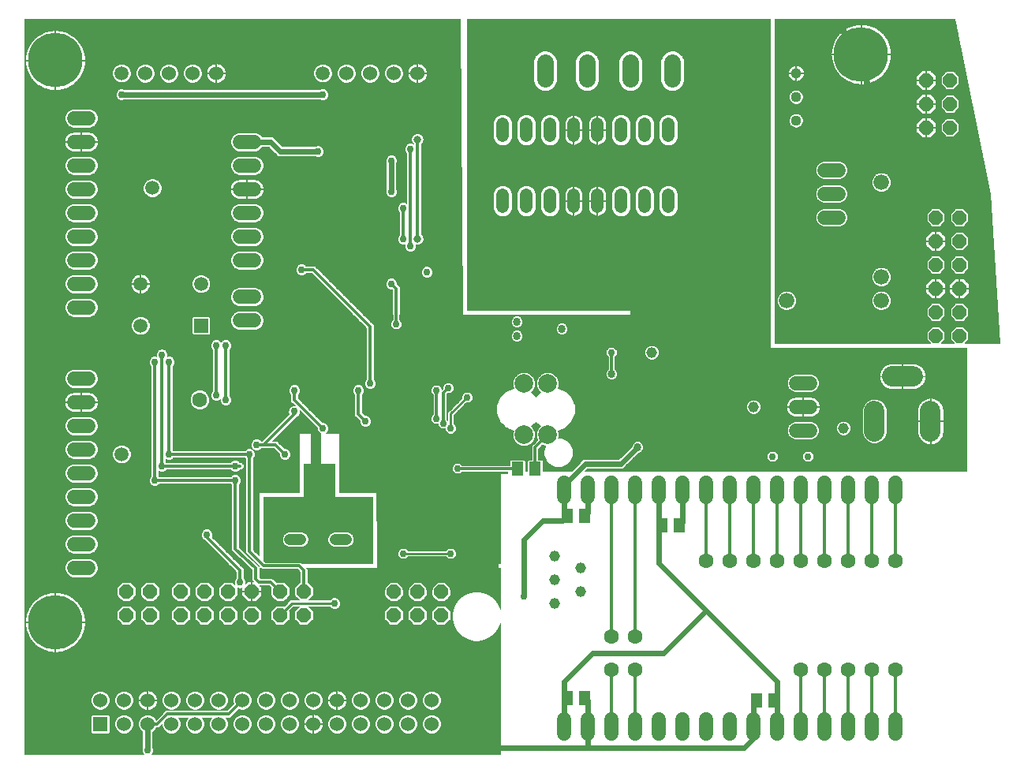
<source format=gbl>
G75*
%MOIN*%
%OFA0B0*%
%FSLAX25Y25*%
%IPPOS*%
%LPD*%
%AMOC8*
5,1,8,0,0,1.08239X$1,22.5*
%
%ADD10R,0.05118X0.05906*%
%ADD11C,0.08600*%
%ADD12C,0.06000*%
%ADD13R,0.06000X0.06000*%
%ADD14C,0.06000*%
%ADD15C,0.05200*%
%ADD16C,0.07087*%
%ADD17C,0.07874*%
%ADD18OC8,0.06000*%
%ADD19C,0.06600*%
%ADD20C,0.04400*%
%ADD21C,0.04756*%
%ADD22C,0.23000*%
%ADD23R,0.05900X0.05900*%
%ADD24C,0.05900*%
%ADD25C,0.02978*%
%ADD26C,0.01200*%
%ADD27C,0.02400*%
%ADD28C,0.05906*%
%ADD29C,0.03372*%
%ADD30C,0.04553*%
%ADD31C,0.00300*%
%ADD32C,0.01000*%
%ADD33C,0.06300*%
%ADD34C,0.03175*%
D10*
X0342260Y0175000D03*
X0349740Y0175000D03*
X0363260Y0155000D03*
X0370740Y0155000D03*
X0403260Y0151000D03*
X0410740Y0151000D03*
X0443260Y0077000D03*
X0450740Y0077000D03*
X0370740Y0078000D03*
X0363260Y0078000D03*
D11*
X0493189Y0190700D02*
X0493189Y0199300D01*
X0500700Y0213898D02*
X0509300Y0213898D01*
X0516811Y0199300D02*
X0516811Y0190700D01*
D12*
X0502000Y0169000D02*
X0502000Y0163000D01*
X0492000Y0163000D02*
X0492000Y0169000D01*
X0482000Y0169000D02*
X0482000Y0163000D01*
X0472000Y0163000D02*
X0472000Y0169000D01*
X0462000Y0169000D02*
X0462000Y0163000D01*
X0452000Y0163000D02*
X0452000Y0169000D01*
X0442000Y0169000D02*
X0442000Y0163000D01*
X0432000Y0163000D02*
X0432000Y0169000D01*
X0422000Y0169000D02*
X0422000Y0163000D01*
X0412000Y0163000D02*
X0412000Y0169000D01*
X0402000Y0169000D02*
X0402000Y0163000D01*
X0392000Y0163000D02*
X0392000Y0169000D01*
X0382000Y0169000D02*
X0382000Y0163000D01*
X0372000Y0163000D02*
X0372000Y0169000D01*
X0362000Y0169000D02*
X0362000Y0163000D01*
X0460000Y0191000D02*
X0466000Y0191000D01*
X0466000Y0201000D02*
X0460000Y0201000D01*
X0460000Y0211000D02*
X0466000Y0211000D01*
X0472000Y0281000D02*
X0478000Y0281000D01*
X0478000Y0291000D02*
X0472000Y0291000D01*
X0472000Y0301000D02*
X0478000Y0301000D01*
X0231000Y0303000D02*
X0225000Y0303000D01*
X0225000Y0293000D02*
X0231000Y0293000D01*
X0231000Y0283000D02*
X0225000Y0283000D01*
X0225000Y0273000D02*
X0231000Y0273000D01*
X0231000Y0263000D02*
X0225000Y0263000D01*
X0225000Y0247500D02*
X0231000Y0247500D01*
X0231000Y0237500D02*
X0225000Y0237500D01*
X0161000Y0243000D02*
X0155000Y0243000D01*
X0155000Y0253000D02*
X0161000Y0253000D01*
X0161000Y0263000D02*
X0155000Y0263000D01*
X0155000Y0273000D02*
X0161000Y0273000D01*
X0161000Y0283000D02*
X0155000Y0283000D01*
X0155000Y0293000D02*
X0161000Y0293000D01*
X0161000Y0303000D02*
X0155000Y0303000D01*
X0155000Y0313000D02*
X0161000Y0313000D01*
X0161000Y0323000D02*
X0155000Y0323000D01*
X0225000Y0313000D02*
X0231000Y0313000D01*
X0161000Y0213000D02*
X0155000Y0213000D01*
X0155000Y0203000D02*
X0161000Y0203000D01*
X0161000Y0193000D02*
X0155000Y0193000D01*
X0155000Y0183000D02*
X0161000Y0183000D01*
X0161000Y0173000D02*
X0155000Y0173000D01*
X0155000Y0163000D02*
X0161000Y0163000D01*
X0161000Y0153000D02*
X0155000Y0153000D01*
X0155000Y0143000D02*
X0161000Y0143000D01*
X0161000Y0133000D02*
X0155000Y0133000D01*
X0362000Y0069000D02*
X0362000Y0063000D01*
X0372000Y0063000D02*
X0372000Y0069000D01*
X0382000Y0069000D02*
X0382000Y0063000D01*
X0392000Y0063000D02*
X0392000Y0069000D01*
X0402000Y0069000D02*
X0402000Y0063000D01*
X0412000Y0063000D02*
X0412000Y0069000D01*
X0422000Y0069000D02*
X0422000Y0063000D01*
X0432000Y0063000D02*
X0432000Y0069000D01*
X0442000Y0069000D02*
X0442000Y0063000D01*
X0452000Y0063000D02*
X0452000Y0069000D01*
X0462000Y0069000D02*
X0462000Y0063000D01*
X0472000Y0063000D02*
X0472000Y0069000D01*
X0482000Y0069000D02*
X0482000Y0063000D01*
X0492000Y0063000D02*
X0492000Y0069000D01*
X0502000Y0069000D02*
X0502000Y0063000D01*
D13*
X0166000Y0067000D03*
D14*
X0166000Y0077000D03*
X0176000Y0077000D03*
X0176000Y0067000D03*
X0186000Y0067000D03*
X0186000Y0077000D03*
X0196000Y0077000D03*
X0196000Y0067000D03*
X0206000Y0067000D03*
X0206000Y0077000D03*
X0216000Y0077000D03*
X0216000Y0067000D03*
X0226000Y0067000D03*
X0226000Y0077000D03*
X0236000Y0077000D03*
X0236000Y0067000D03*
X0246000Y0067000D03*
X0256000Y0067000D03*
X0256000Y0077000D03*
X0246000Y0077000D03*
X0266000Y0077000D03*
X0266000Y0067000D03*
X0276000Y0067000D03*
X0276000Y0077000D03*
X0286000Y0077000D03*
X0286000Y0067000D03*
X0296000Y0067000D03*
X0296000Y0077000D03*
X0306000Y0077000D03*
X0306000Y0067000D03*
X0299984Y0342000D03*
X0289984Y0342000D03*
X0279984Y0342000D03*
X0269984Y0342000D03*
X0214984Y0342000D03*
X0204984Y0342000D03*
X0194984Y0342000D03*
X0184984Y0342000D03*
D15*
X0336000Y0320600D02*
X0336000Y0315400D01*
X0346000Y0315400D02*
X0346000Y0320600D01*
X0356000Y0320600D02*
X0356000Y0315400D01*
X0366000Y0315400D02*
X0366000Y0320600D01*
X0376000Y0320600D02*
X0376000Y0315400D01*
X0386000Y0315400D02*
X0386000Y0320600D01*
X0396000Y0320600D02*
X0396000Y0315400D01*
X0406000Y0315400D02*
X0406000Y0320600D01*
X0406000Y0290600D02*
X0406000Y0285400D01*
X0396000Y0285400D02*
X0396000Y0290600D01*
X0386000Y0290600D02*
X0386000Y0285400D01*
X0376000Y0285400D02*
X0376000Y0290600D01*
X0366000Y0290600D02*
X0366000Y0285400D01*
X0356000Y0285400D02*
X0356000Y0290600D01*
X0346000Y0290600D02*
X0346000Y0285400D01*
X0336000Y0285400D02*
X0336000Y0290600D01*
D16*
X0354000Y0339457D02*
X0354000Y0346543D01*
X0371717Y0346543D02*
X0371717Y0339457D01*
X0390024Y0339457D02*
X0390024Y0346543D01*
X0407740Y0346543D02*
X0407740Y0339457D01*
D17*
X0355000Y0210827D03*
X0345000Y0210827D03*
X0345000Y0189173D03*
X0355000Y0189173D03*
D18*
X0310000Y0123000D03*
X0300000Y0123000D03*
X0290000Y0123000D03*
X0290000Y0113000D03*
X0300000Y0113000D03*
X0310000Y0113000D03*
X0252000Y0113000D03*
X0242000Y0113000D03*
X0242000Y0123000D03*
X0252000Y0123000D03*
X0230000Y0123000D03*
X0220000Y0123000D03*
X0210000Y0123000D03*
X0200000Y0123000D03*
X0200000Y0113000D03*
X0210000Y0113000D03*
X0220000Y0113000D03*
X0230000Y0113000D03*
X0187000Y0113000D03*
X0177000Y0113000D03*
X0177000Y0123000D03*
X0187000Y0123000D03*
X0515000Y0319000D03*
X0525000Y0319000D03*
X0525000Y0329000D03*
X0525000Y0339000D03*
X0515000Y0339000D03*
X0515000Y0329000D03*
X0519000Y0281000D03*
X0529000Y0281000D03*
X0529000Y0271000D03*
X0529000Y0261000D03*
X0519000Y0261000D03*
X0519000Y0271000D03*
X0519000Y0251000D03*
X0519000Y0241000D03*
X0529000Y0241000D03*
X0529000Y0251000D03*
X0529000Y0231000D03*
X0519000Y0231000D03*
D19*
X0496000Y0246000D03*
X0496000Y0256000D03*
X0456000Y0246000D03*
X0496000Y0296000D03*
D20*
X0460000Y0322000D03*
X0460000Y0332000D03*
X0460000Y0342000D03*
D21*
X0269984Y0145000D02*
X0265228Y0145000D01*
X0250772Y0145000D02*
X0246016Y0145000D01*
D22*
X0147000Y0110000D03*
X0147000Y0347500D03*
X0487500Y0350000D03*
D23*
X0208600Y0235300D03*
D24*
X0208600Y0253000D03*
X0183000Y0253000D03*
X0183000Y0235300D03*
D25*
X0175000Y0235000D03*
X0175000Y0220000D03*
X0189000Y0220000D03*
X0192000Y0223000D03*
X0195000Y0220000D03*
X0200000Y0220000D03*
X0215000Y0227000D03*
X0219000Y0227000D03*
X0225000Y0227000D03*
X0235000Y0227000D03*
X0243000Y0234000D03*
X0245000Y0254000D03*
X0251000Y0259000D03*
X0261000Y0260000D03*
X0284189Y0258000D03*
X0289000Y0253000D03*
X0304000Y0258000D03*
X0297000Y0269000D03*
X0294000Y0272000D03*
X0294000Y0285000D03*
X0289000Y0292000D03*
X0289000Y0305000D03*
X0297000Y0310000D03*
X0310000Y0315000D03*
X0310000Y0330000D03*
X0296000Y0329000D03*
X0280000Y0325000D03*
X0265000Y0325000D03*
X0260000Y0333000D03*
X0245000Y0345000D03*
X0230000Y0345000D03*
X0215000Y0328000D03*
X0195000Y0305000D03*
X0195000Y0290000D03*
X0180000Y0290000D03*
X0195000Y0275000D03*
X0214000Y0258000D03*
X0225000Y0255000D03*
X0219000Y0242000D03*
X0252000Y0215000D03*
X0248000Y0208000D03*
X0247919Y0199081D03*
X0260000Y0192000D03*
X0270000Y0192000D03*
X0278000Y0195000D03*
X0282000Y0183000D03*
X0301000Y0179000D03*
X0302000Y0173000D03*
X0295000Y0160000D03*
X0279000Y0158000D03*
X0295000Y0145000D03*
X0294000Y0139000D03*
X0314000Y0139000D03*
X0332500Y0150000D03*
X0332500Y0160000D03*
X0317000Y0175000D03*
X0314060Y0191940D03*
X0311030Y0193970D03*
X0308000Y0196000D03*
X0308000Y0208000D03*
X0313000Y0209000D03*
X0321000Y0205000D03*
X0289000Y0230000D03*
X0291000Y0236000D03*
X0270000Y0215000D03*
X0275000Y0208000D03*
X0280000Y0211000D03*
X0244000Y0181000D03*
X0232000Y0185000D03*
X0229000Y0181000D03*
X0223000Y0176000D03*
X0223000Y0170000D03*
X0226000Y0155000D03*
X0239000Y0158000D03*
X0246000Y0169000D03*
X0221000Y0185000D03*
X0207000Y0195000D03*
X0215000Y0206000D03*
X0219000Y0204000D03*
X0195000Y0181000D03*
X0192000Y0176000D03*
X0189000Y0170000D03*
X0194000Y0165000D03*
X0194000Y0156000D03*
X0195000Y0145000D03*
X0189500Y0139500D03*
X0182500Y0147500D03*
X0175000Y0140000D03*
X0160000Y0125000D03*
X0137000Y0127000D03*
X0160000Y0093000D03*
X0150000Y0088000D03*
X0140000Y0090000D03*
X0140000Y0080000D03*
X0140000Y0065000D03*
X0186000Y0056000D03*
X0230000Y0088000D03*
X0230000Y0098000D03*
X0205000Y0098000D03*
X0225000Y0126811D03*
X0217500Y0135000D03*
X0226000Y0145000D03*
X0211000Y0147000D03*
X0175000Y0175000D03*
X0265000Y0118000D03*
X0265000Y0110000D03*
X0270000Y0125000D03*
X0260000Y0088000D03*
X0285000Y0085500D03*
X0320000Y0083000D03*
X0320000Y0098000D03*
X0345000Y0121000D03*
X0320000Y0125000D03*
X0326000Y0059000D03*
X0450000Y0180000D03*
X0465000Y0180000D03*
X0505000Y0185000D03*
X0505000Y0195000D03*
X0505000Y0205000D03*
X0500000Y0240000D03*
X0510000Y0240000D03*
X0475000Y0260000D03*
X0475000Y0270000D03*
X0465000Y0270000D03*
X0465000Y0260000D03*
X0445000Y0245000D03*
X0460000Y0240000D03*
X0470000Y0240000D03*
X0430000Y0245000D03*
X0410000Y0245000D03*
X0390000Y0245000D03*
X0370000Y0245000D03*
X0350000Y0245000D03*
X0330000Y0245000D03*
X0382000Y0224000D03*
X0376000Y0188000D03*
X0431000Y0221000D03*
X0528000Y0288000D03*
X0533000Y0315000D03*
X0500000Y0338000D03*
X0490000Y0338000D03*
X0476000Y0319000D03*
X0480000Y0360000D03*
X0470000Y0360000D03*
X0460000Y0360000D03*
X0520000Y0360000D03*
X0325000Y0290000D03*
X0315000Y0290000D03*
X0305000Y0290000D03*
X0280000Y0310000D03*
X0265000Y0310000D03*
X0258000Y0309000D03*
X0263000Y0294000D03*
X0239000Y0290000D03*
X0175000Y0250000D03*
X0144000Y0253000D03*
X0144000Y0273000D03*
X0144000Y0293000D03*
X0144000Y0313000D03*
X0175000Y0333000D03*
X0165000Y0360000D03*
X0280000Y0360000D03*
X0295000Y0360000D03*
X0310000Y0360000D03*
D26*
X0300000Y0314000D02*
X0300000Y0272000D01*
X0297000Y0269000D02*
X0297000Y0310000D01*
X0294000Y0285000D02*
X0294000Y0272000D01*
X0289000Y0253000D02*
X0291000Y0251000D01*
X0291000Y0236000D01*
X0280000Y0235000D02*
X0256000Y0259000D01*
X0251000Y0259000D01*
X0280000Y0235000D02*
X0280000Y0211000D01*
X0275000Y0208000D02*
X0275000Y0198000D01*
X0278000Y0195000D01*
X0260000Y0192000D02*
X0248000Y0204000D01*
X0248000Y0208000D01*
X0248000Y0199161D02*
X0247919Y0199081D01*
X0248000Y0199161D02*
X0248000Y0198000D01*
X0235000Y0185000D01*
X0232000Y0185000D01*
X0240000Y0185000D01*
X0244000Y0181000D01*
X0229000Y0181000D02*
X0229000Y0140000D01*
X0235000Y0134000D01*
X0250000Y0134000D01*
X0252000Y0132000D01*
X0252000Y0123000D01*
X0242000Y0123000D02*
X0238000Y0127000D01*
X0233000Y0127000D01*
X0231737Y0128263D01*
X0231737Y0132723D01*
X0223000Y0141000D01*
X0223000Y0170000D01*
X0189000Y0170000D01*
X0189000Y0220000D01*
X0192000Y0223000D02*
X0192000Y0176000D01*
X0223000Y0176000D01*
X0225000Y0176000D01*
X0229000Y0181000D02*
X0195000Y0181000D01*
X0195000Y0220000D01*
X0215000Y0227000D02*
X0215000Y0206000D01*
X0219000Y0204000D02*
X0219000Y0227000D01*
X0308000Y0208000D02*
X0308000Y0196000D01*
X0311000Y0193970D02*
X0311030Y0193970D01*
X0311000Y0193970D02*
X0311000Y0207000D01*
X0313000Y0209000D01*
X0349740Y0183913D02*
X0355000Y0189173D01*
X0349740Y0183913D02*
X0349740Y0175000D01*
X0342260Y0175000D02*
X0317000Y0175000D01*
X0382000Y0166000D02*
X0382000Y0104000D01*
X0392000Y0104000D02*
X0392000Y0166000D01*
X0403260Y0151000D02*
X0402000Y0149740D01*
X0422000Y0136000D02*
X0422000Y0166000D01*
X0432000Y0166000D02*
X0432000Y0136000D01*
X0442000Y0136000D02*
X0442000Y0166000D01*
X0452000Y0166000D02*
X0452000Y0136000D01*
X0462000Y0136000D02*
X0462000Y0166000D01*
X0472000Y0166000D02*
X0472000Y0136000D01*
X0482000Y0136000D02*
X0482000Y0166000D01*
X0492000Y0166000D02*
X0492000Y0136000D01*
X0502000Y0136000D02*
X0502000Y0166000D01*
X0502000Y0090000D02*
X0502000Y0066000D01*
X0492000Y0066000D02*
X0492000Y0090000D01*
X0482000Y0090000D02*
X0482000Y0066000D01*
X0472000Y0066000D02*
X0472000Y0090000D01*
X0462000Y0090000D02*
X0462000Y0066000D01*
X0392000Y0066000D02*
X0392000Y0090000D01*
X0382000Y0090000D02*
X0382000Y0066000D01*
X0372000Y0076740D02*
X0370740Y0078000D01*
X0370740Y0078260D01*
X0369000Y0080000D01*
X0363260Y0078000D02*
X0362000Y0076740D01*
X0226000Y0077000D02*
X0220200Y0071200D01*
X0194260Y0071200D01*
X0190060Y0067000D01*
X0186000Y0067000D01*
X0225000Y0126811D02*
X0225000Y0132000D01*
X0211000Y0146000D01*
X0211000Y0147000D01*
X0382000Y0215000D02*
X0382000Y0224000D01*
D27*
X0393000Y0184000D02*
X0386000Y0177000D01*
X0371000Y0177000D01*
X0362000Y0168000D01*
X0362000Y0166000D01*
X0362000Y0156260D01*
X0363260Y0155000D01*
X0361260Y0153000D01*
X0353000Y0153000D01*
X0345000Y0145000D01*
X0345000Y0121000D01*
X0374000Y0097000D02*
X0362000Y0085000D01*
X0362000Y0079260D01*
X0363260Y0078000D01*
X0362000Y0076740D02*
X0362000Y0066000D01*
X0372000Y0066000D02*
X0372000Y0057000D01*
X0328000Y0057000D01*
X0326000Y0059000D01*
X0372000Y0057000D02*
X0438000Y0057000D01*
X0442000Y0061000D01*
X0442000Y0066000D01*
X0442000Y0075740D01*
X0443260Y0077000D01*
X0450740Y0077000D02*
X0452000Y0075740D01*
X0452000Y0066000D01*
X0452000Y0085000D01*
X0422000Y0115000D01*
X0404000Y0097000D01*
X0374000Y0097000D01*
X0372000Y0076740D02*
X0372000Y0066000D01*
X0422000Y0115000D02*
X0402000Y0135000D01*
X0402000Y0149740D01*
X0403260Y0151000D02*
X0402000Y0152260D01*
X0402000Y0166000D01*
X0412000Y0166000D02*
X0412000Y0152260D01*
X0410740Y0151000D01*
X0372000Y0156260D02*
X0372000Y0166000D01*
X0372000Y0156260D02*
X0370740Y0155000D01*
X0289000Y0292000D02*
X0289000Y0305000D01*
X0258000Y0309000D02*
X0242000Y0309000D01*
X0238000Y0313000D01*
X0228000Y0313000D01*
X0260000Y0333000D02*
X0175000Y0333000D01*
X0186000Y0067000D02*
X0186000Y0056000D01*
D28*
X0175000Y0181000D03*
X0153000Y0228000D03*
X0188000Y0293500D03*
X0175000Y0342000D03*
X0260000Y0342000D03*
D29*
X0327000Y0340000D03*
X0339000Y0359000D03*
X0359000Y0359000D03*
X0379000Y0359000D03*
X0399000Y0359000D03*
X0419000Y0359000D03*
X0439000Y0359000D03*
X0439000Y0339000D03*
X0439000Y0319000D03*
X0439000Y0299000D03*
X0439000Y0279000D03*
X0379000Y0229000D03*
X0361000Y0234000D03*
X0359000Y0229000D03*
X0342000Y0231000D03*
X0342000Y0237000D03*
X0326000Y0228000D03*
X0371000Y0206000D03*
X0382000Y0215000D03*
X0397000Y0213000D03*
X0399000Y0204000D03*
X0399000Y0194000D03*
X0399000Y0184000D03*
X0393000Y0184000D03*
X0409000Y0184000D03*
X0419000Y0184000D03*
X0429000Y0184000D03*
X0434000Y0215000D03*
X0451000Y0223000D03*
X0476000Y0221000D03*
X0521000Y0219000D03*
X0327000Y0323000D03*
X0180000Y0360000D03*
D30*
X0399000Y0224000D03*
X0442000Y0201000D03*
X0480000Y0192000D03*
X0480000Y0182000D03*
X0369000Y0133000D03*
X0369000Y0123000D03*
X0358000Y0118000D03*
X0358000Y0128000D03*
X0358000Y0138000D03*
D31*
X0134150Y0054150D02*
X0134150Y0365000D01*
X0318000Y0365000D01*
X0319000Y0240000D01*
X0338000Y0240000D01*
X0338000Y0207947D01*
X0337381Y0207690D01*
X0334829Y0205138D01*
X0333448Y0201804D01*
X0333448Y0198196D01*
X0334829Y0194862D01*
X0337381Y0192310D01*
X0338000Y0192053D01*
X0338000Y0176550D01*
X0318899Y0176550D01*
X0318382Y0177068D01*
X0317485Y0177439D01*
X0316515Y0177439D01*
X0315618Y0177068D01*
X0314932Y0176382D01*
X0314561Y0175485D01*
X0314561Y0174515D01*
X0314932Y0173618D01*
X0315618Y0172932D01*
X0316515Y0172561D01*
X0317485Y0172561D01*
X0318382Y0172932D01*
X0318899Y0173450D01*
X0338000Y0173450D01*
X0338000Y0173000D01*
X0335000Y0173000D01*
X0335000Y0135000D01*
X0283000Y0135000D01*
X0283000Y0165000D01*
X0267000Y0165000D01*
X0267000Y0190000D01*
X0261449Y0190000D01*
X0262068Y0190618D01*
X0262439Y0191515D01*
X0262439Y0192485D01*
X0262068Y0193382D01*
X0261382Y0194068D01*
X0260485Y0194439D01*
X0259753Y0194439D01*
X0249550Y0204642D01*
X0249550Y0206101D01*
X0250068Y0206618D01*
X0250439Y0207515D01*
X0250439Y0208485D01*
X0250068Y0209382D01*
X0249382Y0210068D01*
X0248485Y0210439D01*
X0247515Y0210439D01*
X0246618Y0210068D01*
X0245932Y0209382D01*
X0245561Y0208485D01*
X0245561Y0207515D01*
X0245932Y0206618D01*
X0246450Y0206101D01*
X0246450Y0203358D01*
X0248288Y0201520D01*
X0247434Y0201520D01*
X0246538Y0201148D01*
X0245852Y0200462D01*
X0245480Y0199566D01*
X0245480Y0198596D01*
X0245751Y0197943D01*
X0234358Y0186550D01*
X0233899Y0186550D01*
X0233382Y0187068D01*
X0232485Y0187439D01*
X0231515Y0187439D01*
X0230618Y0187068D01*
X0229932Y0186382D01*
X0229561Y0185485D01*
X0229561Y0184515D01*
X0229932Y0183618D01*
X0230618Y0182932D01*
X0231515Y0182561D01*
X0232485Y0182561D01*
X0233382Y0182932D01*
X0233899Y0183450D01*
X0239358Y0183450D01*
X0241561Y0181247D01*
X0241561Y0180515D01*
X0241932Y0179618D01*
X0242618Y0178932D01*
X0243515Y0178561D01*
X0244485Y0178561D01*
X0245382Y0178932D01*
X0246068Y0179618D01*
X0246439Y0180515D01*
X0246439Y0181485D01*
X0246068Y0182382D01*
X0245382Y0183068D01*
X0244485Y0183439D01*
X0243753Y0183439D01*
X0241550Y0185642D01*
X0240642Y0186550D01*
X0238742Y0186550D01*
X0248642Y0196450D01*
X0249137Y0196945D01*
X0249301Y0197013D01*
X0249987Y0197699D01*
X0250358Y0198596D01*
X0250358Y0199450D01*
X0257561Y0192247D01*
X0257561Y0191515D01*
X0257932Y0190618D01*
X0258551Y0190000D01*
X0250000Y0190000D01*
X0250000Y0165000D01*
X0233000Y0165000D01*
X0233000Y0138192D01*
X0230550Y0140642D01*
X0230550Y0179101D01*
X0231068Y0179618D01*
X0231439Y0180515D01*
X0231439Y0181485D01*
X0231068Y0182382D01*
X0230382Y0183068D01*
X0229485Y0183439D01*
X0228515Y0183439D01*
X0227618Y0183068D01*
X0227101Y0182550D01*
X0196899Y0182550D01*
X0196550Y0182899D01*
X0196550Y0218101D01*
X0197068Y0218618D01*
X0197439Y0219515D01*
X0197439Y0220485D01*
X0197068Y0221382D01*
X0196382Y0222068D01*
X0195485Y0222439D01*
X0194515Y0222439D01*
X0194385Y0222385D01*
X0194439Y0222515D01*
X0194439Y0223485D01*
X0194068Y0224382D01*
X0193382Y0225068D01*
X0192485Y0225439D01*
X0191515Y0225439D01*
X0190618Y0225068D01*
X0189932Y0224382D01*
X0189561Y0223485D01*
X0189561Y0222515D01*
X0189615Y0222385D01*
X0189485Y0222439D01*
X0188515Y0222439D01*
X0187618Y0222068D01*
X0186932Y0221382D01*
X0186561Y0220485D01*
X0186561Y0219515D01*
X0186932Y0218618D01*
X0187450Y0218101D01*
X0187450Y0171899D01*
X0186932Y0171382D01*
X0186561Y0170485D01*
X0186561Y0169515D01*
X0186932Y0168618D01*
X0187618Y0167932D01*
X0188515Y0167561D01*
X0189485Y0167561D01*
X0190382Y0167932D01*
X0190899Y0168450D01*
X0221101Y0168450D01*
X0221450Y0168101D01*
X0221450Y0141618D01*
X0221433Y0141600D01*
X0221450Y0140979D01*
X0221450Y0140358D01*
X0221467Y0140341D01*
X0221468Y0140316D01*
X0221919Y0139889D01*
X0222358Y0139450D01*
X0222382Y0139450D01*
X0230187Y0132056D01*
X0230187Y0127621D01*
X0230658Y0127150D01*
X0230150Y0127150D01*
X0230150Y0123150D01*
X0234150Y0123150D01*
X0234150Y0124719D01*
X0233419Y0125450D01*
X0237358Y0125450D01*
X0238111Y0124697D01*
X0238050Y0124636D01*
X0238050Y0121364D01*
X0240364Y0119050D01*
X0243636Y0119050D01*
X0245950Y0121364D01*
X0245950Y0124636D01*
X0243636Y0126950D01*
X0240364Y0126950D01*
X0240303Y0126889D01*
X0239550Y0127642D01*
X0238642Y0128550D01*
X0233642Y0128550D01*
X0233287Y0128905D01*
X0233287Y0132105D01*
X0233304Y0132123D01*
X0233287Y0132744D01*
X0233287Y0133000D01*
X0233808Y0133000D01*
X0234358Y0132450D01*
X0249358Y0132450D01*
X0250450Y0131358D01*
X0250450Y0126950D01*
X0250364Y0126950D01*
X0248050Y0124636D01*
X0248050Y0121364D01*
X0249964Y0119450D01*
X0246399Y0119450D01*
X0243768Y0116818D01*
X0243636Y0116950D01*
X0240364Y0116950D01*
X0238050Y0114636D01*
X0238050Y0111364D01*
X0240364Y0109050D01*
X0243636Y0109050D01*
X0245950Y0111364D01*
X0245950Y0114636D01*
X0245818Y0114768D01*
X0247601Y0116550D01*
X0249964Y0116550D01*
X0248050Y0114636D01*
X0248050Y0111364D01*
X0250364Y0109050D01*
X0253636Y0109050D01*
X0255950Y0111364D01*
X0255950Y0114636D01*
X0254036Y0116550D01*
X0263001Y0116550D01*
X0263618Y0115932D01*
X0264515Y0115561D01*
X0265485Y0115561D01*
X0266382Y0115932D01*
X0267068Y0116618D01*
X0267439Y0117515D01*
X0267439Y0118485D01*
X0267068Y0119382D01*
X0266382Y0120068D01*
X0265485Y0120439D01*
X0264515Y0120439D01*
X0263618Y0120068D01*
X0263001Y0119450D01*
X0254036Y0119450D01*
X0255950Y0121364D01*
X0255950Y0124636D01*
X0253636Y0126950D01*
X0253550Y0126950D01*
X0253550Y0132642D01*
X0253192Y0133000D01*
X0335000Y0133000D01*
X0335000Y0115552D01*
X0334737Y0116533D01*
X0333361Y0118916D01*
X0331416Y0120861D01*
X0329033Y0122237D01*
X0326376Y0122949D01*
X0323624Y0122949D01*
X0320967Y0122237D01*
X0318584Y0120861D01*
X0316639Y0118916D01*
X0315263Y0116533D01*
X0314551Y0113876D01*
X0314551Y0111124D01*
X0315263Y0108467D01*
X0316639Y0106084D01*
X0318584Y0104139D01*
X0320967Y0102763D01*
X0323624Y0102051D01*
X0326376Y0102051D01*
X0329033Y0102763D01*
X0331416Y0104139D01*
X0333361Y0106084D01*
X0334737Y0108467D01*
X0335000Y0109448D01*
X0335000Y0054150D01*
X0187599Y0054150D01*
X0188068Y0054618D01*
X0188439Y0055515D01*
X0188439Y0056485D01*
X0188150Y0057183D01*
X0188150Y0063615D01*
X0188237Y0063651D01*
X0189349Y0064762D01*
X0189633Y0065450D01*
X0190702Y0065450D01*
X0192050Y0066798D01*
X0192050Y0066214D01*
X0192651Y0064762D01*
X0193762Y0063651D01*
X0195214Y0063050D01*
X0196786Y0063050D01*
X0198237Y0063651D01*
X0199349Y0064762D01*
X0199950Y0066214D01*
X0199950Y0067786D01*
X0199349Y0069237D01*
X0198936Y0069650D01*
X0203064Y0069650D01*
X0202651Y0069237D01*
X0202050Y0067786D01*
X0202050Y0066214D01*
X0202651Y0064762D01*
X0203762Y0063651D01*
X0205214Y0063050D01*
X0206786Y0063050D01*
X0208237Y0063651D01*
X0209349Y0064762D01*
X0209950Y0066214D01*
X0209950Y0067786D01*
X0209349Y0069237D01*
X0208936Y0069650D01*
X0213064Y0069650D01*
X0212651Y0069237D01*
X0212050Y0067786D01*
X0212050Y0066214D01*
X0212651Y0064762D01*
X0213762Y0063651D01*
X0215214Y0063050D01*
X0216786Y0063050D01*
X0218237Y0063651D01*
X0219349Y0064762D01*
X0219950Y0066214D01*
X0219950Y0067786D01*
X0219349Y0069237D01*
X0218936Y0069650D01*
X0220842Y0069650D01*
X0221750Y0070558D01*
X0224527Y0073335D01*
X0225214Y0073050D01*
X0226786Y0073050D01*
X0228237Y0073651D01*
X0229349Y0074763D01*
X0229950Y0076214D01*
X0229950Y0077786D01*
X0229349Y0079237D01*
X0228237Y0080349D01*
X0226786Y0080950D01*
X0225214Y0080950D01*
X0223762Y0080349D01*
X0222651Y0079237D01*
X0222050Y0077786D01*
X0222050Y0076214D01*
X0222335Y0075527D01*
X0219558Y0072750D01*
X0193618Y0072750D01*
X0192710Y0071842D01*
X0189570Y0068702D01*
X0189349Y0069237D01*
X0188237Y0070349D01*
X0186786Y0070950D01*
X0185214Y0070950D01*
X0183762Y0070349D01*
X0182651Y0069237D01*
X0182050Y0067786D01*
X0182050Y0066214D01*
X0182651Y0064762D01*
X0183762Y0063651D01*
X0183850Y0063615D01*
X0183850Y0057183D01*
X0183561Y0056485D01*
X0183561Y0055515D01*
X0183932Y0054618D01*
X0184401Y0054150D01*
X0134150Y0054150D01*
X0134150Y0054329D02*
X0184222Y0054329D01*
X0183929Y0054628D02*
X0134150Y0054628D01*
X0134150Y0054926D02*
X0183805Y0054926D01*
X0183681Y0055225D02*
X0134150Y0055225D01*
X0134150Y0055523D02*
X0183561Y0055523D01*
X0183561Y0055822D02*
X0134150Y0055822D01*
X0134150Y0056120D02*
X0183561Y0056120D01*
X0183561Y0056419D02*
X0134150Y0056419D01*
X0134150Y0056717D02*
X0183657Y0056717D01*
X0183781Y0057016D02*
X0134150Y0057016D01*
X0134150Y0057314D02*
X0183850Y0057314D01*
X0183850Y0057613D02*
X0134150Y0057613D01*
X0134150Y0057911D02*
X0183850Y0057911D01*
X0183850Y0058210D02*
X0134150Y0058210D01*
X0134150Y0058508D02*
X0183850Y0058508D01*
X0183850Y0058807D02*
X0134150Y0058807D01*
X0134150Y0059105D02*
X0183850Y0059105D01*
X0183850Y0059404D02*
X0134150Y0059404D01*
X0134150Y0059702D02*
X0183850Y0059702D01*
X0183850Y0060001D02*
X0134150Y0060001D01*
X0134150Y0060299D02*
X0183850Y0060299D01*
X0183850Y0060598D02*
X0134150Y0060598D01*
X0134150Y0060896D02*
X0183850Y0060896D01*
X0183850Y0061195D02*
X0134150Y0061195D01*
X0134150Y0061493D02*
X0183850Y0061493D01*
X0183850Y0061792D02*
X0134150Y0061792D01*
X0134150Y0062090D02*
X0183850Y0062090D01*
X0183850Y0062389D02*
X0134150Y0062389D01*
X0134150Y0062687D02*
X0183850Y0062687D01*
X0183850Y0062986D02*
X0134150Y0062986D01*
X0134150Y0063284D02*
X0162372Y0063284D01*
X0162606Y0063050D02*
X0169394Y0063050D01*
X0169950Y0063606D01*
X0169950Y0070394D01*
X0169394Y0070950D01*
X0162606Y0070950D01*
X0162050Y0070394D01*
X0162050Y0063606D01*
X0162606Y0063050D01*
X0162074Y0063583D02*
X0134150Y0063583D01*
X0134150Y0063881D02*
X0162050Y0063881D01*
X0162050Y0064180D02*
X0134150Y0064180D01*
X0134150Y0064478D02*
X0162050Y0064478D01*
X0162050Y0064777D02*
X0134150Y0064777D01*
X0134150Y0065075D02*
X0162050Y0065075D01*
X0162050Y0065374D02*
X0134150Y0065374D01*
X0134150Y0065672D02*
X0162050Y0065672D01*
X0162050Y0065971D02*
X0134150Y0065971D01*
X0134150Y0066270D02*
X0162050Y0066270D01*
X0162050Y0066568D02*
X0134150Y0066568D01*
X0134150Y0066867D02*
X0162050Y0066867D01*
X0162050Y0067165D02*
X0134150Y0067165D01*
X0134150Y0067464D02*
X0162050Y0067464D01*
X0162050Y0067762D02*
X0134150Y0067762D01*
X0134150Y0068061D02*
X0162050Y0068061D01*
X0162050Y0068359D02*
X0134150Y0068359D01*
X0134150Y0068658D02*
X0162050Y0068658D01*
X0162050Y0068956D02*
X0134150Y0068956D01*
X0134150Y0069255D02*
X0162050Y0069255D01*
X0162050Y0069553D02*
X0134150Y0069553D01*
X0134150Y0069852D02*
X0162050Y0069852D01*
X0162050Y0070150D02*
X0134150Y0070150D01*
X0134150Y0070449D02*
X0162105Y0070449D01*
X0162404Y0070747D02*
X0134150Y0070747D01*
X0134150Y0071046D02*
X0191914Y0071046D01*
X0192212Y0071344D02*
X0134150Y0071344D01*
X0134150Y0071643D02*
X0192511Y0071643D01*
X0192809Y0071941D02*
X0134150Y0071941D01*
X0134150Y0072240D02*
X0193108Y0072240D01*
X0193407Y0072538D02*
X0134150Y0072538D01*
X0134150Y0072837D02*
X0219645Y0072837D01*
X0219943Y0073135D02*
X0216992Y0073135D01*
X0216786Y0073050D02*
X0218237Y0073651D01*
X0219349Y0074763D01*
X0219950Y0076214D01*
X0219950Y0077786D01*
X0219349Y0079237D01*
X0218237Y0080349D01*
X0216786Y0080950D01*
X0215214Y0080950D01*
X0213762Y0080349D01*
X0212651Y0079237D01*
X0212050Y0077786D01*
X0212050Y0076214D01*
X0212651Y0074763D01*
X0213762Y0073651D01*
X0215214Y0073050D01*
X0216786Y0073050D01*
X0217712Y0073434D02*
X0220242Y0073434D01*
X0220540Y0073732D02*
X0218318Y0073732D01*
X0218617Y0074031D02*
X0220839Y0074031D01*
X0221137Y0074329D02*
X0218915Y0074329D01*
X0219214Y0074628D02*
X0221436Y0074628D01*
X0221734Y0074926D02*
X0219416Y0074926D01*
X0219540Y0075225D02*
X0222033Y0075225D01*
X0222331Y0075523D02*
X0219664Y0075523D01*
X0219787Y0075822D02*
X0222213Y0075822D01*
X0222089Y0076120D02*
X0219911Y0076120D01*
X0219950Y0076419D02*
X0222050Y0076419D01*
X0222050Y0076717D02*
X0219950Y0076717D01*
X0219950Y0077016D02*
X0222050Y0077016D01*
X0222050Y0077314D02*
X0219950Y0077314D01*
X0219950Y0077613D02*
X0222050Y0077613D01*
X0222102Y0077911D02*
X0219898Y0077911D01*
X0219774Y0078210D02*
X0222226Y0078210D01*
X0222349Y0078508D02*
X0219651Y0078508D01*
X0219527Y0078807D02*
X0222473Y0078807D01*
X0222597Y0079105D02*
X0219403Y0079105D01*
X0219182Y0079404D02*
X0222818Y0079404D01*
X0223116Y0079703D02*
X0218884Y0079703D01*
X0218585Y0080001D02*
X0223415Y0080001D01*
X0223713Y0080300D02*
X0218287Y0080300D01*
X0217635Y0080598D02*
X0224365Y0080598D01*
X0225085Y0080897D02*
X0216915Y0080897D01*
X0215085Y0080897D02*
X0206915Y0080897D01*
X0206786Y0080950D02*
X0205214Y0080950D01*
X0203762Y0080349D01*
X0202651Y0079237D01*
X0202050Y0077786D01*
X0202050Y0076214D01*
X0202651Y0074763D01*
X0203762Y0073651D01*
X0205214Y0073050D01*
X0206786Y0073050D01*
X0208237Y0073651D01*
X0209349Y0074763D01*
X0209950Y0076214D01*
X0209950Y0077786D01*
X0209349Y0079237D01*
X0208237Y0080349D01*
X0206786Y0080950D01*
X0207635Y0080598D02*
X0214365Y0080598D01*
X0213713Y0080300D02*
X0208287Y0080300D01*
X0208585Y0080001D02*
X0213415Y0080001D01*
X0213116Y0079703D02*
X0208884Y0079703D01*
X0209182Y0079404D02*
X0212818Y0079404D01*
X0212597Y0079105D02*
X0209403Y0079105D01*
X0209527Y0078807D02*
X0212473Y0078807D01*
X0212349Y0078508D02*
X0209651Y0078508D01*
X0209774Y0078210D02*
X0212226Y0078210D01*
X0212102Y0077911D02*
X0209898Y0077911D01*
X0209950Y0077613D02*
X0212050Y0077613D01*
X0212050Y0077314D02*
X0209950Y0077314D01*
X0209950Y0077016D02*
X0212050Y0077016D01*
X0212050Y0076717D02*
X0209950Y0076717D01*
X0209950Y0076419D02*
X0212050Y0076419D01*
X0212089Y0076120D02*
X0209911Y0076120D01*
X0209787Y0075822D02*
X0212213Y0075822D01*
X0212336Y0075523D02*
X0209664Y0075523D01*
X0209540Y0075225D02*
X0212460Y0075225D01*
X0212583Y0074926D02*
X0209416Y0074926D01*
X0209214Y0074628D02*
X0212786Y0074628D01*
X0213085Y0074329D02*
X0208915Y0074329D01*
X0208617Y0074031D02*
X0213383Y0074031D01*
X0213682Y0073732D02*
X0208318Y0073732D01*
X0207712Y0073434D02*
X0214288Y0073434D01*
X0215008Y0073135D02*
X0206992Y0073135D01*
X0205008Y0073135D02*
X0196992Y0073135D01*
X0196786Y0073050D02*
X0198237Y0073651D01*
X0199349Y0074763D01*
X0199950Y0076214D01*
X0199950Y0077786D01*
X0199349Y0079237D01*
X0198237Y0080349D01*
X0196786Y0080950D01*
X0195214Y0080950D01*
X0193762Y0080349D01*
X0192651Y0079237D01*
X0192050Y0077786D01*
X0192050Y0076214D01*
X0192651Y0074763D01*
X0193762Y0073651D01*
X0195214Y0073050D01*
X0196786Y0073050D01*
X0197712Y0073434D02*
X0204288Y0073434D01*
X0203682Y0073732D02*
X0198318Y0073732D01*
X0198617Y0074031D02*
X0203383Y0074031D01*
X0203085Y0074329D02*
X0198915Y0074329D01*
X0199214Y0074628D02*
X0202786Y0074628D01*
X0202583Y0074926D02*
X0199416Y0074926D01*
X0199540Y0075225D02*
X0202460Y0075225D01*
X0202336Y0075523D02*
X0199664Y0075523D01*
X0199787Y0075822D02*
X0202213Y0075822D01*
X0202089Y0076120D02*
X0199911Y0076120D01*
X0199950Y0076419D02*
X0202050Y0076419D01*
X0202050Y0076717D02*
X0199950Y0076717D01*
X0199950Y0077016D02*
X0202050Y0077016D01*
X0202050Y0077314D02*
X0199950Y0077314D01*
X0199950Y0077613D02*
X0202050Y0077613D01*
X0202102Y0077911D02*
X0199898Y0077911D01*
X0199774Y0078210D02*
X0202226Y0078210D01*
X0202349Y0078508D02*
X0199651Y0078508D01*
X0199527Y0078807D02*
X0202473Y0078807D01*
X0202597Y0079105D02*
X0199403Y0079105D01*
X0199182Y0079404D02*
X0202818Y0079404D01*
X0203116Y0079703D02*
X0198884Y0079703D01*
X0198585Y0080001D02*
X0203415Y0080001D01*
X0203713Y0080300D02*
X0198287Y0080300D01*
X0197635Y0080598D02*
X0204365Y0080598D01*
X0205085Y0080897D02*
X0196915Y0080897D01*
X0195085Y0080897D02*
X0187437Y0080897D01*
X0187593Y0080846D02*
X0186972Y0081048D01*
X0186327Y0081150D01*
X0186150Y0081150D01*
X0186150Y0077150D01*
X0190150Y0077150D01*
X0190150Y0077327D01*
X0190048Y0077972D01*
X0189846Y0078593D01*
X0189549Y0079175D01*
X0189165Y0079704D01*
X0188704Y0080165D01*
X0188175Y0080549D01*
X0187593Y0080846D01*
X0188080Y0080598D02*
X0194365Y0080598D01*
X0193713Y0080300D02*
X0188519Y0080300D01*
X0188868Y0080001D02*
X0193415Y0080001D01*
X0193116Y0079703D02*
X0189166Y0079703D01*
X0189383Y0079404D02*
X0192818Y0079404D01*
X0192597Y0079105D02*
X0189585Y0079105D01*
X0189737Y0078807D02*
X0192473Y0078807D01*
X0192349Y0078508D02*
X0189873Y0078508D01*
X0189970Y0078210D02*
X0192226Y0078210D01*
X0192102Y0077911D02*
X0190057Y0077911D01*
X0190105Y0077613D02*
X0192050Y0077613D01*
X0192050Y0077314D02*
X0190150Y0077314D01*
X0190150Y0076850D02*
X0186150Y0076850D01*
X0186150Y0077150D01*
X0185850Y0077150D01*
X0185850Y0081150D01*
X0185673Y0081150D01*
X0185028Y0081048D01*
X0184407Y0080846D01*
X0183825Y0080549D01*
X0183296Y0080165D01*
X0182835Y0079704D01*
X0182451Y0079175D01*
X0182154Y0078593D01*
X0181952Y0077972D01*
X0181850Y0077327D01*
X0181850Y0077150D01*
X0185850Y0077150D01*
X0185850Y0076850D01*
X0186150Y0076850D01*
X0186150Y0072850D01*
X0186327Y0072850D01*
X0186972Y0072952D01*
X0187593Y0073154D01*
X0188175Y0073451D01*
X0188704Y0073835D01*
X0189165Y0074296D01*
X0189549Y0074825D01*
X0189846Y0075407D01*
X0190048Y0076028D01*
X0190150Y0076673D01*
X0190150Y0076850D01*
X0190150Y0076717D02*
X0192050Y0076717D01*
X0192050Y0076419D02*
X0190110Y0076419D01*
X0190062Y0076120D02*
X0192089Y0076120D01*
X0192213Y0075822D02*
X0189981Y0075822D01*
X0189884Y0075523D02*
X0192336Y0075523D01*
X0192460Y0075225D02*
X0189753Y0075225D01*
X0189601Y0074926D02*
X0192583Y0074926D01*
X0192786Y0074628D02*
X0189406Y0074628D01*
X0189189Y0074329D02*
X0193085Y0074329D01*
X0193383Y0074031D02*
X0188900Y0074031D01*
X0188563Y0073732D02*
X0193682Y0073732D01*
X0194288Y0073434D02*
X0188142Y0073434D01*
X0187535Y0073135D02*
X0195008Y0073135D01*
X0191615Y0070747D02*
X0187275Y0070747D01*
X0187996Y0070449D02*
X0191317Y0070449D01*
X0191018Y0070150D02*
X0188436Y0070150D01*
X0188734Y0069852D02*
X0190720Y0069852D01*
X0190421Y0069553D02*
X0189033Y0069553D01*
X0189331Y0069255D02*
X0190123Y0069255D01*
X0189824Y0068956D02*
X0189465Y0068956D01*
X0191820Y0066568D02*
X0192050Y0066568D01*
X0192050Y0066270D02*
X0191522Y0066270D01*
X0191223Y0065971D02*
X0192151Y0065971D01*
X0192274Y0065672D02*
X0190925Y0065672D01*
X0189602Y0065374D02*
X0192398Y0065374D01*
X0192522Y0065075D02*
X0189478Y0065075D01*
X0189355Y0064777D02*
X0192645Y0064777D01*
X0192935Y0064478D02*
X0189065Y0064478D01*
X0188766Y0064180D02*
X0193234Y0064180D01*
X0193532Y0063881D02*
X0188468Y0063881D01*
X0188150Y0063583D02*
X0193928Y0063583D01*
X0194648Y0063284D02*
X0188150Y0063284D01*
X0188150Y0062986D02*
X0254924Y0062986D01*
X0255028Y0062952D02*
X0255673Y0062850D01*
X0255850Y0062850D01*
X0255850Y0066850D01*
X0256150Y0066850D01*
X0256150Y0067150D01*
X0260150Y0067150D01*
X0260150Y0067327D01*
X0260048Y0067972D01*
X0259846Y0068593D01*
X0259549Y0069175D01*
X0259165Y0069704D01*
X0258704Y0070165D01*
X0258175Y0070549D01*
X0257593Y0070846D01*
X0256972Y0071048D01*
X0256327Y0071150D01*
X0256150Y0071150D01*
X0256150Y0067150D01*
X0255850Y0067150D01*
X0255850Y0071150D01*
X0255673Y0071150D01*
X0255028Y0071048D01*
X0254407Y0070846D01*
X0253825Y0070549D01*
X0253296Y0070165D01*
X0252835Y0069704D01*
X0252451Y0069175D01*
X0252154Y0068593D01*
X0251952Y0067972D01*
X0251850Y0067327D01*
X0251850Y0067150D01*
X0255850Y0067150D01*
X0255850Y0066850D01*
X0251850Y0066850D01*
X0251850Y0066673D01*
X0251952Y0066028D01*
X0252154Y0065407D01*
X0252451Y0064825D01*
X0252835Y0064296D01*
X0253296Y0063835D01*
X0253825Y0063451D01*
X0254407Y0063154D01*
X0255028Y0062952D01*
X0255850Y0062986D02*
X0256150Y0062986D01*
X0256150Y0062850D02*
X0256327Y0062850D01*
X0256972Y0062952D01*
X0257593Y0063154D01*
X0258175Y0063451D01*
X0258704Y0063835D01*
X0259165Y0064296D01*
X0259549Y0064825D01*
X0259846Y0065407D01*
X0260048Y0066028D01*
X0260150Y0066673D01*
X0260150Y0066850D01*
X0256150Y0066850D01*
X0256150Y0062850D01*
X0256150Y0063284D02*
X0255850Y0063284D01*
X0255850Y0063583D02*
X0256150Y0063583D01*
X0256150Y0063881D02*
X0255850Y0063881D01*
X0255850Y0064180D02*
X0256150Y0064180D01*
X0256150Y0064478D02*
X0255850Y0064478D01*
X0255850Y0064777D02*
X0256150Y0064777D01*
X0256150Y0065075D02*
X0255850Y0065075D01*
X0255850Y0065374D02*
X0256150Y0065374D01*
X0256150Y0065672D02*
X0255850Y0065672D01*
X0255850Y0065971D02*
X0256150Y0065971D01*
X0256150Y0066270D02*
X0255850Y0066270D01*
X0255850Y0066568D02*
X0256150Y0066568D01*
X0256150Y0066867D02*
X0262050Y0066867D01*
X0262050Y0067165D02*
X0260150Y0067165D01*
X0260128Y0067464D02*
X0262050Y0067464D01*
X0262050Y0067762D02*
X0260081Y0067762D01*
X0260019Y0068061D02*
X0262164Y0068061D01*
X0262050Y0067786D02*
X0262050Y0066214D01*
X0262651Y0064762D01*
X0263763Y0063651D01*
X0265214Y0063050D01*
X0266786Y0063050D01*
X0268237Y0063651D01*
X0269349Y0064762D01*
X0269950Y0066214D01*
X0269950Y0067786D01*
X0269349Y0069237D01*
X0268237Y0070349D01*
X0266786Y0070950D01*
X0265214Y0070950D01*
X0263763Y0070349D01*
X0262651Y0069237D01*
X0262050Y0067786D01*
X0262288Y0068359D02*
X0259922Y0068359D01*
X0259813Y0068658D02*
X0262411Y0068658D01*
X0262535Y0068956D02*
X0259661Y0068956D01*
X0259492Y0069255D02*
X0262668Y0069255D01*
X0262967Y0069553D02*
X0259275Y0069553D01*
X0259017Y0069852D02*
X0263266Y0069852D01*
X0263564Y0070150D02*
X0258719Y0070150D01*
X0258314Y0070449D02*
X0264004Y0070449D01*
X0264725Y0070747D02*
X0257787Y0070747D01*
X0256978Y0071046D02*
X0335000Y0071046D01*
X0335000Y0071344D02*
X0222536Y0071344D01*
X0222238Y0071046D02*
X0255022Y0071046D01*
X0255850Y0071046D02*
X0256150Y0071046D01*
X0256150Y0070747D02*
X0255850Y0070747D01*
X0255850Y0070449D02*
X0256150Y0070449D01*
X0256150Y0070150D02*
X0255850Y0070150D01*
X0255850Y0069852D02*
X0256150Y0069852D01*
X0256150Y0069553D02*
X0255850Y0069553D01*
X0255850Y0069255D02*
X0256150Y0069255D01*
X0256150Y0068956D02*
X0255850Y0068956D01*
X0255850Y0068658D02*
X0256150Y0068658D01*
X0256150Y0068359D02*
X0255850Y0068359D01*
X0255850Y0068061D02*
X0256150Y0068061D01*
X0256150Y0067762D02*
X0255850Y0067762D01*
X0255850Y0067464D02*
X0256150Y0067464D01*
X0256150Y0067165D02*
X0255850Y0067165D01*
X0255850Y0066867D02*
X0249950Y0066867D01*
X0249950Y0067165D02*
X0251850Y0067165D01*
X0251872Y0067464D02*
X0249950Y0067464D01*
X0249950Y0067762D02*
X0251919Y0067762D01*
X0251981Y0068061D02*
X0249836Y0068061D01*
X0249950Y0067786D02*
X0249349Y0069237D01*
X0248237Y0070349D01*
X0246786Y0070950D01*
X0245214Y0070950D01*
X0243762Y0070349D01*
X0242651Y0069237D01*
X0242050Y0067786D01*
X0242050Y0066214D01*
X0242651Y0064762D01*
X0243762Y0063651D01*
X0245214Y0063050D01*
X0246786Y0063050D01*
X0248237Y0063651D01*
X0249349Y0064762D01*
X0249950Y0066214D01*
X0249950Y0067786D01*
X0249712Y0068359D02*
X0252078Y0068359D01*
X0252187Y0068658D02*
X0249589Y0068658D01*
X0249465Y0068956D02*
X0252339Y0068956D01*
X0252508Y0069255D02*
X0249331Y0069255D01*
X0249033Y0069553D02*
X0252725Y0069553D01*
X0252983Y0069852D02*
X0248734Y0069852D01*
X0248436Y0070150D02*
X0253281Y0070150D01*
X0253686Y0070449D02*
X0247996Y0070449D01*
X0247275Y0070747D02*
X0254213Y0070747D01*
X0255214Y0073050D02*
X0256786Y0073050D01*
X0258237Y0073651D01*
X0259349Y0074763D01*
X0259950Y0076214D01*
X0259950Y0077786D01*
X0259349Y0079237D01*
X0258237Y0080349D01*
X0256786Y0080950D01*
X0255214Y0080950D01*
X0253762Y0080349D01*
X0252651Y0079237D01*
X0252050Y0077786D01*
X0252050Y0076214D01*
X0252651Y0074763D01*
X0253762Y0073651D01*
X0255214Y0073050D01*
X0255008Y0073135D02*
X0246992Y0073135D01*
X0246786Y0073050D02*
X0248237Y0073651D01*
X0249349Y0074763D01*
X0249950Y0076214D01*
X0249950Y0077786D01*
X0249349Y0079237D01*
X0248237Y0080349D01*
X0246786Y0080950D01*
X0245214Y0080950D01*
X0243762Y0080349D01*
X0242651Y0079237D01*
X0242050Y0077786D01*
X0242050Y0076214D01*
X0242651Y0074763D01*
X0243762Y0073651D01*
X0245214Y0073050D01*
X0246786Y0073050D01*
X0247712Y0073434D02*
X0254288Y0073434D01*
X0253682Y0073732D02*
X0248318Y0073732D01*
X0248617Y0074031D02*
X0253383Y0074031D01*
X0253085Y0074329D02*
X0248915Y0074329D01*
X0249214Y0074628D02*
X0252786Y0074628D01*
X0252583Y0074926D02*
X0249416Y0074926D01*
X0249540Y0075225D02*
X0252460Y0075225D01*
X0252336Y0075523D02*
X0249664Y0075523D01*
X0249787Y0075822D02*
X0252213Y0075822D01*
X0252089Y0076120D02*
X0249911Y0076120D01*
X0249950Y0076419D02*
X0252050Y0076419D01*
X0252050Y0076717D02*
X0249950Y0076717D01*
X0249950Y0077016D02*
X0252050Y0077016D01*
X0252050Y0077314D02*
X0249950Y0077314D01*
X0249950Y0077613D02*
X0252050Y0077613D01*
X0252102Y0077911D02*
X0249898Y0077911D01*
X0249774Y0078210D02*
X0252226Y0078210D01*
X0252349Y0078508D02*
X0249651Y0078508D01*
X0249527Y0078807D02*
X0252473Y0078807D01*
X0252597Y0079105D02*
X0249403Y0079105D01*
X0249182Y0079404D02*
X0252818Y0079404D01*
X0253116Y0079703D02*
X0248884Y0079703D01*
X0248585Y0080001D02*
X0253415Y0080001D01*
X0253713Y0080300D02*
X0248287Y0080300D01*
X0247635Y0080598D02*
X0254365Y0080598D01*
X0255085Y0080897D02*
X0246915Y0080897D01*
X0245085Y0080897D02*
X0236915Y0080897D01*
X0236786Y0080950D02*
X0235214Y0080950D01*
X0233762Y0080349D01*
X0232651Y0079237D01*
X0232050Y0077786D01*
X0232050Y0076214D01*
X0232651Y0074763D01*
X0233762Y0073651D01*
X0235214Y0073050D01*
X0236786Y0073050D01*
X0238237Y0073651D01*
X0239349Y0074763D01*
X0239950Y0076214D01*
X0239950Y0077786D01*
X0239349Y0079237D01*
X0238237Y0080349D01*
X0236786Y0080950D01*
X0237635Y0080598D02*
X0244365Y0080598D01*
X0243713Y0080300D02*
X0238287Y0080300D01*
X0238585Y0080001D02*
X0243415Y0080001D01*
X0243116Y0079703D02*
X0238884Y0079703D01*
X0239182Y0079404D02*
X0242818Y0079404D01*
X0242597Y0079105D02*
X0239403Y0079105D01*
X0239527Y0078807D02*
X0242473Y0078807D01*
X0242349Y0078508D02*
X0239651Y0078508D01*
X0239774Y0078210D02*
X0242226Y0078210D01*
X0242102Y0077911D02*
X0239898Y0077911D01*
X0239950Y0077613D02*
X0242050Y0077613D01*
X0242050Y0077314D02*
X0239950Y0077314D01*
X0239950Y0077016D02*
X0242050Y0077016D01*
X0242050Y0076717D02*
X0239950Y0076717D01*
X0239950Y0076419D02*
X0242050Y0076419D01*
X0242089Y0076120D02*
X0239911Y0076120D01*
X0239787Y0075822D02*
X0242213Y0075822D01*
X0242336Y0075523D02*
X0239664Y0075523D01*
X0239540Y0075225D02*
X0242460Y0075225D01*
X0242583Y0074926D02*
X0239416Y0074926D01*
X0239214Y0074628D02*
X0242786Y0074628D01*
X0243085Y0074329D02*
X0238915Y0074329D01*
X0238617Y0074031D02*
X0243383Y0074031D01*
X0243682Y0073732D02*
X0238318Y0073732D01*
X0237712Y0073434D02*
X0244288Y0073434D01*
X0245008Y0073135D02*
X0236992Y0073135D01*
X0235008Y0073135D02*
X0226992Y0073135D01*
X0227712Y0073434D02*
X0234288Y0073434D01*
X0233682Y0073732D02*
X0228318Y0073732D01*
X0228617Y0074031D02*
X0233383Y0074031D01*
X0233085Y0074329D02*
X0228915Y0074329D01*
X0229214Y0074628D02*
X0232786Y0074628D01*
X0232583Y0074926D02*
X0229416Y0074926D01*
X0229540Y0075225D02*
X0232460Y0075225D01*
X0232336Y0075523D02*
X0229664Y0075523D01*
X0229787Y0075822D02*
X0232213Y0075822D01*
X0232089Y0076120D02*
X0229911Y0076120D01*
X0229950Y0076419D02*
X0232050Y0076419D01*
X0232050Y0076717D02*
X0229950Y0076717D01*
X0229950Y0077016D02*
X0232050Y0077016D01*
X0232050Y0077314D02*
X0229950Y0077314D01*
X0229950Y0077613D02*
X0232050Y0077613D01*
X0232102Y0077911D02*
X0229898Y0077911D01*
X0229774Y0078210D02*
X0232226Y0078210D01*
X0232349Y0078508D02*
X0229651Y0078508D01*
X0229527Y0078807D02*
X0232473Y0078807D01*
X0232597Y0079105D02*
X0229403Y0079105D01*
X0229182Y0079404D02*
X0232818Y0079404D01*
X0233116Y0079703D02*
X0228884Y0079703D01*
X0228585Y0080001D02*
X0233415Y0080001D01*
X0233713Y0080300D02*
X0228287Y0080300D01*
X0227635Y0080598D02*
X0234365Y0080598D01*
X0235085Y0080897D02*
X0226915Y0080897D01*
X0225008Y0073135D02*
X0224327Y0073135D01*
X0224029Y0072837D02*
X0335000Y0072837D01*
X0335000Y0073135D02*
X0306992Y0073135D01*
X0306786Y0073050D02*
X0308237Y0073651D01*
X0309349Y0074763D01*
X0309950Y0076214D01*
X0309950Y0077786D01*
X0309349Y0079237D01*
X0308237Y0080349D01*
X0306786Y0080950D01*
X0305214Y0080950D01*
X0303763Y0080349D01*
X0302651Y0079237D01*
X0302050Y0077786D01*
X0302050Y0076214D01*
X0302651Y0074763D01*
X0303763Y0073651D01*
X0305214Y0073050D01*
X0306786Y0073050D01*
X0307712Y0073434D02*
X0335000Y0073434D01*
X0335000Y0073732D02*
X0308318Y0073732D01*
X0308617Y0074031D02*
X0335000Y0074031D01*
X0335000Y0074329D02*
X0308915Y0074329D01*
X0309214Y0074628D02*
X0335000Y0074628D01*
X0335000Y0074926D02*
X0309416Y0074926D01*
X0309540Y0075225D02*
X0335000Y0075225D01*
X0335000Y0075523D02*
X0309664Y0075523D01*
X0309787Y0075822D02*
X0335000Y0075822D01*
X0335000Y0076120D02*
X0309911Y0076120D01*
X0309950Y0076419D02*
X0335000Y0076419D01*
X0335000Y0076717D02*
X0309950Y0076717D01*
X0309950Y0077016D02*
X0335000Y0077016D01*
X0335000Y0077314D02*
X0309950Y0077314D01*
X0309950Y0077613D02*
X0335000Y0077613D01*
X0335000Y0077911D02*
X0309898Y0077911D01*
X0309774Y0078210D02*
X0335000Y0078210D01*
X0335000Y0078508D02*
X0309651Y0078508D01*
X0309527Y0078807D02*
X0335000Y0078807D01*
X0335000Y0079105D02*
X0309403Y0079105D01*
X0309182Y0079404D02*
X0335000Y0079404D01*
X0335000Y0079703D02*
X0308884Y0079703D01*
X0308585Y0080001D02*
X0335000Y0080001D01*
X0335000Y0080300D02*
X0308287Y0080300D01*
X0307635Y0080598D02*
X0335000Y0080598D01*
X0335000Y0080897D02*
X0306915Y0080897D01*
X0305085Y0080897D02*
X0296915Y0080897D01*
X0296786Y0080950D02*
X0295214Y0080950D01*
X0293763Y0080349D01*
X0292651Y0079237D01*
X0292050Y0077786D01*
X0292050Y0076214D01*
X0292651Y0074763D01*
X0293763Y0073651D01*
X0295214Y0073050D01*
X0296786Y0073050D01*
X0298237Y0073651D01*
X0299349Y0074763D01*
X0299950Y0076214D01*
X0299950Y0077786D01*
X0299349Y0079237D01*
X0298237Y0080349D01*
X0296786Y0080950D01*
X0297635Y0080598D02*
X0304365Y0080598D01*
X0303713Y0080300D02*
X0298287Y0080300D01*
X0298585Y0080001D02*
X0303415Y0080001D01*
X0303116Y0079703D02*
X0298884Y0079703D01*
X0299182Y0079404D02*
X0302818Y0079404D01*
X0302597Y0079105D02*
X0299403Y0079105D01*
X0299527Y0078807D02*
X0302473Y0078807D01*
X0302349Y0078508D02*
X0299651Y0078508D01*
X0299774Y0078210D02*
X0302226Y0078210D01*
X0302102Y0077911D02*
X0299898Y0077911D01*
X0299950Y0077613D02*
X0302050Y0077613D01*
X0302050Y0077314D02*
X0299950Y0077314D01*
X0299950Y0077016D02*
X0302050Y0077016D01*
X0302050Y0076717D02*
X0299950Y0076717D01*
X0299950Y0076419D02*
X0302050Y0076419D01*
X0302089Y0076120D02*
X0299911Y0076120D01*
X0299787Y0075822D02*
X0302213Y0075822D01*
X0302336Y0075523D02*
X0299664Y0075523D01*
X0299540Y0075225D02*
X0302460Y0075225D01*
X0302583Y0074926D02*
X0299416Y0074926D01*
X0299214Y0074628D02*
X0302786Y0074628D01*
X0303085Y0074329D02*
X0298915Y0074329D01*
X0298617Y0074031D02*
X0303383Y0074031D01*
X0303682Y0073732D02*
X0298318Y0073732D01*
X0297712Y0073434D02*
X0304288Y0073434D01*
X0305008Y0073135D02*
X0296992Y0073135D01*
X0295008Y0073135D02*
X0286992Y0073135D01*
X0286786Y0073050D02*
X0288237Y0073651D01*
X0289349Y0074763D01*
X0289950Y0076214D01*
X0289950Y0077786D01*
X0289349Y0079237D01*
X0288237Y0080349D01*
X0286786Y0080950D01*
X0285214Y0080950D01*
X0283763Y0080349D01*
X0282651Y0079237D01*
X0282050Y0077786D01*
X0282050Y0076214D01*
X0282651Y0074763D01*
X0283763Y0073651D01*
X0285214Y0073050D01*
X0286786Y0073050D01*
X0287712Y0073434D02*
X0294288Y0073434D01*
X0293682Y0073732D02*
X0288318Y0073732D01*
X0288617Y0074031D02*
X0293383Y0074031D01*
X0293085Y0074329D02*
X0288915Y0074329D01*
X0289214Y0074628D02*
X0292786Y0074628D01*
X0292583Y0074926D02*
X0289416Y0074926D01*
X0289540Y0075225D02*
X0292460Y0075225D01*
X0292336Y0075523D02*
X0289664Y0075523D01*
X0289787Y0075822D02*
X0292213Y0075822D01*
X0292089Y0076120D02*
X0289911Y0076120D01*
X0289950Y0076419D02*
X0292050Y0076419D01*
X0292050Y0076717D02*
X0289950Y0076717D01*
X0289950Y0077016D02*
X0292050Y0077016D01*
X0292050Y0077314D02*
X0289950Y0077314D01*
X0289950Y0077613D02*
X0292050Y0077613D01*
X0292102Y0077911D02*
X0289898Y0077911D01*
X0289774Y0078210D02*
X0292226Y0078210D01*
X0292349Y0078508D02*
X0289651Y0078508D01*
X0289527Y0078807D02*
X0292473Y0078807D01*
X0292597Y0079105D02*
X0289403Y0079105D01*
X0289182Y0079404D02*
X0292818Y0079404D01*
X0293116Y0079703D02*
X0288884Y0079703D01*
X0288585Y0080001D02*
X0293415Y0080001D01*
X0293713Y0080300D02*
X0288287Y0080300D01*
X0287635Y0080598D02*
X0294365Y0080598D01*
X0295085Y0080897D02*
X0286915Y0080897D01*
X0285085Y0080897D02*
X0276915Y0080897D01*
X0276786Y0080950D02*
X0275214Y0080950D01*
X0273763Y0080349D01*
X0272651Y0079237D01*
X0272050Y0077786D01*
X0272050Y0076214D01*
X0272651Y0074763D01*
X0273763Y0073651D01*
X0275214Y0073050D01*
X0276786Y0073050D01*
X0278237Y0073651D01*
X0279349Y0074763D01*
X0279950Y0076214D01*
X0279950Y0077786D01*
X0279349Y0079237D01*
X0278237Y0080349D01*
X0276786Y0080950D01*
X0277635Y0080598D02*
X0284365Y0080598D01*
X0283713Y0080300D02*
X0278287Y0080300D01*
X0278585Y0080001D02*
X0283415Y0080001D01*
X0283116Y0079703D02*
X0278884Y0079703D01*
X0279182Y0079404D02*
X0282818Y0079404D01*
X0282597Y0079105D02*
X0279403Y0079105D01*
X0279527Y0078807D02*
X0282473Y0078807D01*
X0282349Y0078508D02*
X0279651Y0078508D01*
X0279774Y0078210D02*
X0282226Y0078210D01*
X0282102Y0077911D02*
X0279898Y0077911D01*
X0279950Y0077613D02*
X0282050Y0077613D01*
X0282050Y0077314D02*
X0279950Y0077314D01*
X0279950Y0077016D02*
X0282050Y0077016D01*
X0282050Y0076717D02*
X0279950Y0076717D01*
X0279950Y0076419D02*
X0282050Y0076419D01*
X0282089Y0076120D02*
X0279911Y0076120D01*
X0279787Y0075822D02*
X0282213Y0075822D01*
X0282336Y0075523D02*
X0279664Y0075523D01*
X0279540Y0075225D02*
X0282460Y0075225D01*
X0282583Y0074926D02*
X0279416Y0074926D01*
X0279214Y0074628D02*
X0282786Y0074628D01*
X0283085Y0074329D02*
X0278915Y0074329D01*
X0278617Y0074031D02*
X0283383Y0074031D01*
X0283682Y0073732D02*
X0278318Y0073732D01*
X0277712Y0073434D02*
X0284288Y0073434D01*
X0285008Y0073135D02*
X0276992Y0073135D01*
X0275008Y0073135D02*
X0267535Y0073135D01*
X0267593Y0073154D02*
X0268175Y0073451D01*
X0268704Y0073835D01*
X0269165Y0074296D01*
X0269549Y0074825D01*
X0269846Y0075407D01*
X0270048Y0076028D01*
X0270150Y0076673D01*
X0270150Y0076850D01*
X0266150Y0076850D01*
X0266150Y0077150D01*
X0270150Y0077150D01*
X0270150Y0077327D01*
X0270048Y0077972D01*
X0269846Y0078593D01*
X0269549Y0079175D01*
X0269165Y0079704D01*
X0268704Y0080165D01*
X0268175Y0080549D01*
X0267593Y0080846D01*
X0266972Y0081048D01*
X0266327Y0081150D01*
X0266150Y0081150D01*
X0266150Y0077150D01*
X0265850Y0077150D01*
X0265850Y0081150D01*
X0265673Y0081150D01*
X0265028Y0081048D01*
X0264407Y0080846D01*
X0263825Y0080549D01*
X0263296Y0080165D01*
X0262835Y0079704D01*
X0262451Y0079175D01*
X0262154Y0078593D01*
X0261952Y0077972D01*
X0261850Y0077327D01*
X0261850Y0077150D01*
X0265850Y0077150D01*
X0265850Y0076850D01*
X0266150Y0076850D01*
X0266150Y0072850D01*
X0266327Y0072850D01*
X0266972Y0072952D01*
X0267593Y0073154D01*
X0268142Y0073434D02*
X0274288Y0073434D01*
X0273682Y0073732D02*
X0268563Y0073732D01*
X0268900Y0074031D02*
X0273383Y0074031D01*
X0273085Y0074329D02*
X0269189Y0074329D01*
X0269406Y0074628D02*
X0272786Y0074628D01*
X0272583Y0074926D02*
X0269601Y0074926D01*
X0269753Y0075225D02*
X0272460Y0075225D01*
X0272336Y0075523D02*
X0269884Y0075523D01*
X0269981Y0075822D02*
X0272213Y0075822D01*
X0272089Y0076120D02*
X0270062Y0076120D01*
X0270110Y0076419D02*
X0272050Y0076419D01*
X0272050Y0076717D02*
X0270150Y0076717D01*
X0270150Y0077314D02*
X0272050Y0077314D01*
X0272050Y0077016D02*
X0266150Y0077016D01*
X0266150Y0077314D02*
X0265850Y0077314D01*
X0265850Y0077016D02*
X0259950Y0077016D01*
X0259950Y0077314D02*
X0261850Y0077314D01*
X0261895Y0077613D02*
X0259950Y0077613D01*
X0259898Y0077911D02*
X0261943Y0077911D01*
X0262030Y0078210D02*
X0259774Y0078210D01*
X0259651Y0078508D02*
X0262127Y0078508D01*
X0262263Y0078807D02*
X0259527Y0078807D01*
X0259403Y0079105D02*
X0262415Y0079105D01*
X0262617Y0079404D02*
X0259182Y0079404D01*
X0258884Y0079703D02*
X0262834Y0079703D01*
X0263132Y0080001D02*
X0258585Y0080001D01*
X0258287Y0080300D02*
X0263481Y0080300D01*
X0263920Y0080598D02*
X0257635Y0080598D01*
X0256915Y0080897D02*
X0264563Y0080897D01*
X0265850Y0080897D02*
X0266150Y0080897D01*
X0266150Y0080598D02*
X0265850Y0080598D01*
X0265850Y0080300D02*
X0266150Y0080300D01*
X0266150Y0080001D02*
X0265850Y0080001D01*
X0265850Y0079703D02*
X0266150Y0079703D01*
X0266150Y0079404D02*
X0265850Y0079404D01*
X0265850Y0079105D02*
X0266150Y0079105D01*
X0266150Y0078807D02*
X0265850Y0078807D01*
X0265850Y0078508D02*
X0266150Y0078508D01*
X0266150Y0078210D02*
X0265850Y0078210D01*
X0265850Y0077911D02*
X0266150Y0077911D01*
X0266150Y0077613D02*
X0265850Y0077613D01*
X0265850Y0076850D02*
X0261850Y0076850D01*
X0261850Y0076673D01*
X0261952Y0076028D01*
X0262154Y0075407D01*
X0262451Y0074825D01*
X0262835Y0074296D01*
X0263296Y0073835D01*
X0263825Y0073451D01*
X0264407Y0073154D01*
X0265028Y0072952D01*
X0265673Y0072850D01*
X0265850Y0072850D01*
X0265850Y0076850D01*
X0265850Y0076717D02*
X0266150Y0076717D01*
X0266150Y0076419D02*
X0265850Y0076419D01*
X0265850Y0076120D02*
X0266150Y0076120D01*
X0266150Y0075822D02*
X0265850Y0075822D01*
X0265850Y0075523D02*
X0266150Y0075523D01*
X0266150Y0075225D02*
X0265850Y0075225D01*
X0265850Y0074926D02*
X0266150Y0074926D01*
X0266150Y0074628D02*
X0265850Y0074628D01*
X0265850Y0074329D02*
X0266150Y0074329D01*
X0266150Y0074031D02*
X0265850Y0074031D01*
X0265850Y0073732D02*
X0266150Y0073732D01*
X0266150Y0073434D02*
X0265850Y0073434D01*
X0265850Y0073135D02*
X0266150Y0073135D01*
X0264465Y0073135D02*
X0256992Y0073135D01*
X0257712Y0073434D02*
X0263858Y0073434D01*
X0263437Y0073732D02*
X0258318Y0073732D01*
X0258617Y0074031D02*
X0263100Y0074031D01*
X0262811Y0074329D02*
X0258915Y0074329D01*
X0259214Y0074628D02*
X0262594Y0074628D01*
X0262399Y0074926D02*
X0259416Y0074926D01*
X0259540Y0075225D02*
X0262247Y0075225D01*
X0262116Y0075523D02*
X0259664Y0075523D01*
X0259787Y0075822D02*
X0262019Y0075822D01*
X0261938Y0076120D02*
X0259911Y0076120D01*
X0259950Y0076419D02*
X0261890Y0076419D01*
X0261850Y0076717D02*
X0259950Y0076717D01*
X0267437Y0080897D02*
X0275085Y0080897D01*
X0274365Y0080598D02*
X0268080Y0080598D01*
X0268519Y0080300D02*
X0273713Y0080300D01*
X0273415Y0080001D02*
X0268868Y0080001D01*
X0269166Y0079703D02*
X0273116Y0079703D01*
X0272818Y0079404D02*
X0269383Y0079404D01*
X0269585Y0079105D02*
X0272597Y0079105D01*
X0272473Y0078807D02*
X0269737Y0078807D01*
X0269873Y0078508D02*
X0272349Y0078508D01*
X0272226Y0078210D02*
X0269970Y0078210D01*
X0270057Y0077911D02*
X0272102Y0077911D01*
X0272050Y0077613D02*
X0270105Y0077613D01*
X0267275Y0070747D02*
X0274725Y0070747D01*
X0275214Y0070950D02*
X0273763Y0070349D01*
X0272651Y0069237D01*
X0272050Y0067786D01*
X0272050Y0066214D01*
X0272651Y0064762D01*
X0273763Y0063651D01*
X0275214Y0063050D01*
X0276786Y0063050D01*
X0278237Y0063651D01*
X0279349Y0064762D01*
X0279950Y0066214D01*
X0279950Y0067786D01*
X0279349Y0069237D01*
X0278237Y0070349D01*
X0276786Y0070950D01*
X0275214Y0070950D01*
X0274004Y0070449D02*
X0267996Y0070449D01*
X0268436Y0070150D02*
X0273564Y0070150D01*
X0273266Y0069852D02*
X0268734Y0069852D01*
X0269033Y0069553D02*
X0272967Y0069553D01*
X0272668Y0069255D02*
X0269331Y0069255D01*
X0269465Y0068956D02*
X0272535Y0068956D01*
X0272411Y0068658D02*
X0269589Y0068658D01*
X0269712Y0068359D02*
X0272288Y0068359D01*
X0272164Y0068061D02*
X0269836Y0068061D01*
X0269950Y0067762D02*
X0272050Y0067762D01*
X0272050Y0067464D02*
X0269950Y0067464D01*
X0269950Y0067165D02*
X0272050Y0067165D01*
X0272050Y0066867D02*
X0269950Y0066867D01*
X0269950Y0066568D02*
X0272050Y0066568D01*
X0272050Y0066270D02*
X0269950Y0066270D01*
X0269849Y0065971D02*
X0272151Y0065971D01*
X0272274Y0065672D02*
X0269726Y0065672D01*
X0269602Y0065374D02*
X0272398Y0065374D01*
X0272522Y0065075D02*
X0269478Y0065075D01*
X0269355Y0064777D02*
X0272645Y0064777D01*
X0272935Y0064478D02*
X0269065Y0064478D01*
X0268766Y0064180D02*
X0273234Y0064180D01*
X0273532Y0063881D02*
X0268468Y0063881D01*
X0268072Y0063583D02*
X0273928Y0063583D01*
X0274648Y0063284D02*
X0267352Y0063284D01*
X0264648Y0063284D02*
X0257849Y0063284D01*
X0258357Y0063583D02*
X0263928Y0063583D01*
X0263532Y0063881D02*
X0258750Y0063881D01*
X0259049Y0064180D02*
X0263234Y0064180D01*
X0262935Y0064478D02*
X0259298Y0064478D01*
X0259515Y0064777D02*
X0262645Y0064777D01*
X0262522Y0065075D02*
X0259677Y0065075D01*
X0259829Y0065374D02*
X0262398Y0065374D01*
X0262274Y0065672D02*
X0259932Y0065672D01*
X0260029Y0065971D02*
X0262151Y0065971D01*
X0262050Y0066270D02*
X0260086Y0066270D01*
X0260133Y0066568D02*
X0262050Y0066568D01*
X0257075Y0062986D02*
X0335000Y0062986D01*
X0335000Y0063284D02*
X0307352Y0063284D01*
X0306786Y0063050D02*
X0308237Y0063651D01*
X0309349Y0064762D01*
X0309950Y0066214D01*
X0309950Y0067786D01*
X0309349Y0069237D01*
X0308237Y0070349D01*
X0306786Y0070950D01*
X0305214Y0070950D01*
X0303763Y0070349D01*
X0302651Y0069237D01*
X0302050Y0067786D01*
X0302050Y0066214D01*
X0302651Y0064762D01*
X0303763Y0063651D01*
X0305214Y0063050D01*
X0306786Y0063050D01*
X0308072Y0063583D02*
X0335000Y0063583D01*
X0335000Y0063881D02*
X0308468Y0063881D01*
X0308766Y0064180D02*
X0335000Y0064180D01*
X0335000Y0064478D02*
X0309065Y0064478D01*
X0309355Y0064777D02*
X0335000Y0064777D01*
X0335000Y0065075D02*
X0309478Y0065075D01*
X0309602Y0065374D02*
X0335000Y0065374D01*
X0335000Y0065672D02*
X0309726Y0065672D01*
X0309849Y0065971D02*
X0335000Y0065971D01*
X0335000Y0066270D02*
X0309950Y0066270D01*
X0309950Y0066568D02*
X0335000Y0066568D01*
X0335000Y0066867D02*
X0309950Y0066867D01*
X0309950Y0067165D02*
X0335000Y0067165D01*
X0335000Y0067464D02*
X0309950Y0067464D01*
X0309950Y0067762D02*
X0335000Y0067762D01*
X0335000Y0068061D02*
X0309836Y0068061D01*
X0309712Y0068359D02*
X0335000Y0068359D01*
X0335000Y0068658D02*
X0309589Y0068658D01*
X0309465Y0068956D02*
X0335000Y0068956D01*
X0335000Y0069255D02*
X0309331Y0069255D01*
X0309033Y0069553D02*
X0335000Y0069553D01*
X0335000Y0069852D02*
X0308734Y0069852D01*
X0308436Y0070150D02*
X0335000Y0070150D01*
X0335000Y0070449D02*
X0307996Y0070449D01*
X0307275Y0070747D02*
X0335000Y0070747D01*
X0335000Y0071643D02*
X0222835Y0071643D01*
X0223133Y0071941D02*
X0335000Y0071941D01*
X0335000Y0072240D02*
X0223432Y0072240D01*
X0223730Y0072538D02*
X0335000Y0072538D01*
X0335000Y0081195D02*
X0134150Y0081195D01*
X0134150Y0080897D02*
X0165085Y0080897D01*
X0165214Y0080950D02*
X0163763Y0080349D01*
X0162651Y0079237D01*
X0162050Y0077786D01*
X0162050Y0076214D01*
X0162651Y0074763D01*
X0163763Y0073651D01*
X0165214Y0073050D01*
X0166786Y0073050D01*
X0168237Y0073651D01*
X0169349Y0074763D01*
X0169950Y0076214D01*
X0169950Y0077786D01*
X0169349Y0079237D01*
X0168237Y0080349D01*
X0166786Y0080950D01*
X0165214Y0080950D01*
X0164365Y0080598D02*
X0134150Y0080598D01*
X0134150Y0080300D02*
X0163713Y0080300D01*
X0163415Y0080001D02*
X0134150Y0080001D01*
X0134150Y0079703D02*
X0163116Y0079703D01*
X0162818Y0079404D02*
X0134150Y0079404D01*
X0134150Y0079105D02*
X0162597Y0079105D01*
X0162473Y0078807D02*
X0134150Y0078807D01*
X0134150Y0078508D02*
X0162349Y0078508D01*
X0162226Y0078210D02*
X0134150Y0078210D01*
X0134150Y0077911D02*
X0162102Y0077911D01*
X0162050Y0077613D02*
X0134150Y0077613D01*
X0134150Y0077314D02*
X0162050Y0077314D01*
X0162050Y0077016D02*
X0134150Y0077016D01*
X0134150Y0076717D02*
X0162050Y0076717D01*
X0162050Y0076419D02*
X0134150Y0076419D01*
X0134150Y0076120D02*
X0162089Y0076120D01*
X0162213Y0075822D02*
X0134150Y0075822D01*
X0134150Y0075523D02*
X0162336Y0075523D01*
X0162460Y0075225D02*
X0134150Y0075225D01*
X0134150Y0074926D02*
X0162583Y0074926D01*
X0162786Y0074628D02*
X0134150Y0074628D01*
X0134150Y0074329D02*
X0163085Y0074329D01*
X0163383Y0074031D02*
X0134150Y0074031D01*
X0134150Y0073732D02*
X0163682Y0073732D01*
X0164288Y0073434D02*
X0134150Y0073434D01*
X0134150Y0073135D02*
X0165008Y0073135D01*
X0166992Y0073135D02*
X0175008Y0073135D01*
X0175214Y0073050D02*
X0176786Y0073050D01*
X0178237Y0073651D01*
X0179349Y0074763D01*
X0179950Y0076214D01*
X0179950Y0077786D01*
X0179349Y0079237D01*
X0178237Y0080349D01*
X0176786Y0080950D01*
X0175214Y0080950D01*
X0173762Y0080349D01*
X0172651Y0079237D01*
X0172050Y0077786D01*
X0172050Y0076214D01*
X0172651Y0074763D01*
X0173762Y0073651D01*
X0175214Y0073050D01*
X0174288Y0073434D02*
X0167712Y0073434D01*
X0168318Y0073732D02*
X0173682Y0073732D01*
X0173383Y0074031D02*
X0168617Y0074031D01*
X0168915Y0074329D02*
X0173085Y0074329D01*
X0172786Y0074628D02*
X0169214Y0074628D01*
X0169416Y0074926D02*
X0172583Y0074926D01*
X0172460Y0075225D02*
X0169540Y0075225D01*
X0169664Y0075523D02*
X0172336Y0075523D01*
X0172213Y0075822D02*
X0169787Y0075822D01*
X0169911Y0076120D02*
X0172089Y0076120D01*
X0172050Y0076419D02*
X0169950Y0076419D01*
X0169950Y0076717D02*
X0172050Y0076717D01*
X0172050Y0077016D02*
X0169950Y0077016D01*
X0169950Y0077314D02*
X0172050Y0077314D01*
X0172050Y0077613D02*
X0169950Y0077613D01*
X0169898Y0077911D02*
X0172102Y0077911D01*
X0172226Y0078210D02*
X0169774Y0078210D01*
X0169651Y0078508D02*
X0172349Y0078508D01*
X0172473Y0078807D02*
X0169527Y0078807D01*
X0169403Y0079105D02*
X0172597Y0079105D01*
X0172818Y0079404D02*
X0169182Y0079404D01*
X0168884Y0079703D02*
X0173116Y0079703D01*
X0173415Y0080001D02*
X0168585Y0080001D01*
X0168287Y0080300D02*
X0173713Y0080300D01*
X0174365Y0080598D02*
X0167635Y0080598D01*
X0166915Y0080897D02*
X0175085Y0080897D01*
X0176915Y0080897D02*
X0184563Y0080897D01*
X0183920Y0080598D02*
X0177635Y0080598D01*
X0178287Y0080300D02*
X0183481Y0080300D01*
X0183132Y0080001D02*
X0178585Y0080001D01*
X0178884Y0079703D02*
X0182834Y0079703D01*
X0182617Y0079404D02*
X0179182Y0079404D01*
X0179403Y0079105D02*
X0182415Y0079105D01*
X0182263Y0078807D02*
X0179527Y0078807D01*
X0179651Y0078508D02*
X0182127Y0078508D01*
X0182030Y0078210D02*
X0179774Y0078210D01*
X0179898Y0077911D02*
X0181943Y0077911D01*
X0181895Y0077613D02*
X0179950Y0077613D01*
X0179950Y0077314D02*
X0181850Y0077314D01*
X0181850Y0076850D02*
X0181850Y0076673D01*
X0181952Y0076028D01*
X0182154Y0075407D01*
X0182451Y0074825D01*
X0182835Y0074296D01*
X0183296Y0073835D01*
X0183825Y0073451D01*
X0184407Y0073154D01*
X0185028Y0072952D01*
X0185673Y0072850D01*
X0185850Y0072850D01*
X0185850Y0076850D01*
X0181850Y0076850D01*
X0181850Y0076717D02*
X0179950Y0076717D01*
X0179950Y0076419D02*
X0181890Y0076419D01*
X0181938Y0076120D02*
X0179911Y0076120D01*
X0179787Y0075822D02*
X0182019Y0075822D01*
X0182116Y0075523D02*
X0179664Y0075523D01*
X0179540Y0075225D02*
X0182247Y0075225D01*
X0182399Y0074926D02*
X0179416Y0074926D01*
X0179214Y0074628D02*
X0182594Y0074628D01*
X0182811Y0074329D02*
X0178915Y0074329D01*
X0178617Y0074031D02*
X0183100Y0074031D01*
X0183437Y0073732D02*
X0178318Y0073732D01*
X0177712Y0073434D02*
X0183858Y0073434D01*
X0184465Y0073135D02*
X0176992Y0073135D01*
X0176786Y0070950D02*
X0175214Y0070950D01*
X0173762Y0070349D01*
X0172651Y0069237D01*
X0172050Y0067786D01*
X0172050Y0066214D01*
X0172651Y0064762D01*
X0173762Y0063651D01*
X0175214Y0063050D01*
X0176786Y0063050D01*
X0178237Y0063651D01*
X0179349Y0064762D01*
X0179950Y0066214D01*
X0179950Y0067786D01*
X0179349Y0069237D01*
X0178237Y0070349D01*
X0176786Y0070950D01*
X0177275Y0070747D02*
X0184725Y0070747D01*
X0184004Y0070449D02*
X0177996Y0070449D01*
X0178436Y0070150D02*
X0183564Y0070150D01*
X0183266Y0069852D02*
X0178734Y0069852D01*
X0179033Y0069553D02*
X0182967Y0069553D01*
X0182668Y0069255D02*
X0179331Y0069255D01*
X0179465Y0068956D02*
X0182535Y0068956D01*
X0182411Y0068658D02*
X0179589Y0068658D01*
X0179712Y0068359D02*
X0182288Y0068359D01*
X0182164Y0068061D02*
X0179836Y0068061D01*
X0179950Y0067762D02*
X0182050Y0067762D01*
X0182050Y0067464D02*
X0179950Y0067464D01*
X0179950Y0067165D02*
X0182050Y0067165D01*
X0182050Y0066867D02*
X0179950Y0066867D01*
X0179950Y0066568D02*
X0182050Y0066568D01*
X0182050Y0066270D02*
X0179950Y0066270D01*
X0179849Y0065971D02*
X0182151Y0065971D01*
X0182274Y0065672D02*
X0179726Y0065672D01*
X0179602Y0065374D02*
X0182398Y0065374D01*
X0182522Y0065075D02*
X0179478Y0065075D01*
X0179355Y0064777D02*
X0182645Y0064777D01*
X0182935Y0064478D02*
X0179065Y0064478D01*
X0178766Y0064180D02*
X0183234Y0064180D01*
X0183532Y0063881D02*
X0178468Y0063881D01*
X0178072Y0063583D02*
X0183850Y0063583D01*
X0183850Y0063284D02*
X0177352Y0063284D01*
X0174648Y0063284D02*
X0169628Y0063284D01*
X0169926Y0063583D02*
X0173928Y0063583D01*
X0173532Y0063881D02*
X0169950Y0063881D01*
X0169950Y0064180D02*
X0173234Y0064180D01*
X0172935Y0064478D02*
X0169950Y0064478D01*
X0169950Y0064777D02*
X0172645Y0064777D01*
X0172522Y0065075D02*
X0169950Y0065075D01*
X0169950Y0065374D02*
X0172398Y0065374D01*
X0172274Y0065672D02*
X0169950Y0065672D01*
X0169950Y0065971D02*
X0172151Y0065971D01*
X0172050Y0066270D02*
X0169950Y0066270D01*
X0169950Y0066568D02*
X0172050Y0066568D01*
X0172050Y0066867D02*
X0169950Y0066867D01*
X0169950Y0067165D02*
X0172050Y0067165D01*
X0172050Y0067464D02*
X0169950Y0067464D01*
X0169950Y0067762D02*
X0172050Y0067762D01*
X0172164Y0068061D02*
X0169950Y0068061D01*
X0169950Y0068359D02*
X0172288Y0068359D01*
X0172411Y0068658D02*
X0169950Y0068658D01*
X0169950Y0068956D02*
X0172535Y0068956D01*
X0172668Y0069255D02*
X0169950Y0069255D01*
X0169950Y0069553D02*
X0172967Y0069553D01*
X0173266Y0069852D02*
X0169950Y0069852D01*
X0169950Y0070150D02*
X0173564Y0070150D01*
X0174004Y0070449D02*
X0169895Y0070449D01*
X0169596Y0070747D02*
X0174725Y0070747D01*
X0179950Y0077016D02*
X0185850Y0077016D01*
X0185850Y0077314D02*
X0186150Y0077314D01*
X0186150Y0077016D02*
X0192050Y0077016D01*
X0186150Y0076717D02*
X0185850Y0076717D01*
X0185850Y0076419D02*
X0186150Y0076419D01*
X0186150Y0076120D02*
X0185850Y0076120D01*
X0185850Y0075822D02*
X0186150Y0075822D01*
X0186150Y0075523D02*
X0185850Y0075523D01*
X0185850Y0075225D02*
X0186150Y0075225D01*
X0186150Y0074926D02*
X0185850Y0074926D01*
X0185850Y0074628D02*
X0186150Y0074628D01*
X0186150Y0074329D02*
X0185850Y0074329D01*
X0185850Y0074031D02*
X0186150Y0074031D01*
X0186150Y0073732D02*
X0185850Y0073732D01*
X0185850Y0073434D02*
X0186150Y0073434D01*
X0186150Y0073135D02*
X0185850Y0073135D01*
X0185850Y0077613D02*
X0186150Y0077613D01*
X0186150Y0077911D02*
X0185850Y0077911D01*
X0185850Y0078210D02*
X0186150Y0078210D01*
X0186150Y0078508D02*
X0185850Y0078508D01*
X0185850Y0078807D02*
X0186150Y0078807D01*
X0186150Y0079105D02*
X0185850Y0079105D01*
X0185850Y0079404D02*
X0186150Y0079404D01*
X0186150Y0079703D02*
X0185850Y0079703D01*
X0185850Y0080001D02*
X0186150Y0080001D01*
X0186150Y0080300D02*
X0185850Y0080300D01*
X0185850Y0080598D02*
X0186150Y0080598D01*
X0186150Y0080897D02*
X0185850Y0080897D01*
X0199033Y0069553D02*
X0202967Y0069553D01*
X0202669Y0069255D02*
X0199331Y0069255D01*
X0199465Y0068956D02*
X0202535Y0068956D01*
X0202411Y0068658D02*
X0199589Y0068658D01*
X0199712Y0068359D02*
X0202288Y0068359D01*
X0202164Y0068061D02*
X0199836Y0068061D01*
X0199950Y0067762D02*
X0202050Y0067762D01*
X0202050Y0067464D02*
X0199950Y0067464D01*
X0199950Y0067165D02*
X0202050Y0067165D01*
X0202050Y0066867D02*
X0199950Y0066867D01*
X0199950Y0066568D02*
X0202050Y0066568D01*
X0202050Y0066270D02*
X0199950Y0066270D01*
X0199849Y0065971D02*
X0202151Y0065971D01*
X0202274Y0065672D02*
X0199726Y0065672D01*
X0199602Y0065374D02*
X0202398Y0065374D01*
X0202522Y0065075D02*
X0199478Y0065075D01*
X0199355Y0064777D02*
X0202645Y0064777D01*
X0202935Y0064478D02*
X0199065Y0064478D01*
X0198766Y0064180D02*
X0203234Y0064180D01*
X0203532Y0063881D02*
X0198468Y0063881D01*
X0198072Y0063583D02*
X0203928Y0063583D01*
X0204648Y0063284D02*
X0197352Y0063284D01*
X0188150Y0062687D02*
X0335000Y0062687D01*
X0335000Y0062389D02*
X0188150Y0062389D01*
X0188150Y0062090D02*
X0335000Y0062090D01*
X0335000Y0061792D02*
X0188150Y0061792D01*
X0188150Y0061493D02*
X0335000Y0061493D01*
X0335000Y0061195D02*
X0188150Y0061195D01*
X0188150Y0060896D02*
X0335000Y0060896D01*
X0335000Y0060598D02*
X0188150Y0060598D01*
X0188150Y0060299D02*
X0335000Y0060299D01*
X0335000Y0060001D02*
X0188150Y0060001D01*
X0188150Y0059702D02*
X0335000Y0059702D01*
X0335000Y0059404D02*
X0188150Y0059404D01*
X0188150Y0059105D02*
X0335000Y0059105D01*
X0335000Y0058807D02*
X0188150Y0058807D01*
X0188150Y0058508D02*
X0335000Y0058508D01*
X0335000Y0058210D02*
X0188150Y0058210D01*
X0188150Y0057911D02*
X0335000Y0057911D01*
X0335000Y0057613D02*
X0188150Y0057613D01*
X0188150Y0057314D02*
X0335000Y0057314D01*
X0335000Y0057016D02*
X0188219Y0057016D01*
X0188343Y0056717D02*
X0335000Y0056717D01*
X0335000Y0056419D02*
X0188439Y0056419D01*
X0188439Y0056120D02*
X0335000Y0056120D01*
X0335000Y0055822D02*
X0188439Y0055822D01*
X0188439Y0055523D02*
X0335000Y0055523D01*
X0335000Y0055225D02*
X0188319Y0055225D01*
X0188195Y0054926D02*
X0335000Y0054926D01*
X0335000Y0054628D02*
X0188071Y0054628D01*
X0187778Y0054329D02*
X0335000Y0054329D01*
X0335000Y0081494D02*
X0134150Y0081494D01*
X0134150Y0081792D02*
X0335000Y0081792D01*
X0335000Y0082091D02*
X0134150Y0082091D01*
X0134150Y0082389D02*
X0335000Y0082389D01*
X0335000Y0082688D02*
X0134150Y0082688D01*
X0134150Y0082986D02*
X0335000Y0082986D01*
X0335000Y0083285D02*
X0134150Y0083285D01*
X0134150Y0083583D02*
X0335000Y0083583D01*
X0335000Y0083882D02*
X0134150Y0083882D01*
X0134150Y0084180D02*
X0335000Y0084180D01*
X0335000Y0084479D02*
X0134150Y0084479D01*
X0134150Y0084777D02*
X0335000Y0084777D01*
X0335000Y0085076D02*
X0134150Y0085076D01*
X0134150Y0085374D02*
X0335000Y0085374D01*
X0335000Y0085673D02*
X0134150Y0085673D01*
X0134150Y0085971D02*
X0335000Y0085971D01*
X0335000Y0086270D02*
X0134150Y0086270D01*
X0134150Y0086568D02*
X0335000Y0086568D01*
X0335000Y0086867D02*
X0134150Y0086867D01*
X0134150Y0087165D02*
X0335000Y0087165D01*
X0335000Y0087464D02*
X0134150Y0087464D01*
X0134150Y0087762D02*
X0335000Y0087762D01*
X0335000Y0088061D02*
X0134150Y0088061D01*
X0134150Y0088359D02*
X0335000Y0088359D01*
X0335000Y0088658D02*
X0134150Y0088658D01*
X0134150Y0088956D02*
X0335000Y0088956D01*
X0335000Y0089255D02*
X0134150Y0089255D01*
X0134150Y0089553D02*
X0335000Y0089553D01*
X0335000Y0089852D02*
X0134150Y0089852D01*
X0134150Y0090150D02*
X0335000Y0090150D01*
X0335000Y0090449D02*
X0134150Y0090449D01*
X0134150Y0090747D02*
X0335000Y0090747D01*
X0335000Y0091046D02*
X0134150Y0091046D01*
X0134150Y0091344D02*
X0335000Y0091344D01*
X0335000Y0091643D02*
X0134150Y0091643D01*
X0134150Y0091941D02*
X0335000Y0091941D01*
X0335000Y0092240D02*
X0134150Y0092240D01*
X0134150Y0092539D02*
X0335000Y0092539D01*
X0335000Y0092837D02*
X0134150Y0092837D01*
X0134150Y0093136D02*
X0335000Y0093136D01*
X0335000Y0093434D02*
X0134150Y0093434D01*
X0134150Y0093733D02*
X0335000Y0093733D01*
X0335000Y0094031D02*
X0134150Y0094031D01*
X0134150Y0094330D02*
X0335000Y0094330D01*
X0335000Y0094628D02*
X0134150Y0094628D01*
X0134150Y0094927D02*
X0335000Y0094927D01*
X0335000Y0095225D02*
X0134150Y0095225D01*
X0134150Y0095524D02*
X0335000Y0095524D01*
X0335000Y0095822D02*
X0134150Y0095822D01*
X0134150Y0096121D02*
X0335000Y0096121D01*
X0335000Y0096419D02*
X0134150Y0096419D01*
X0134150Y0096718D02*
X0335000Y0096718D01*
X0335000Y0097016D02*
X0134150Y0097016D01*
X0134150Y0097315D02*
X0335000Y0097315D01*
X0335000Y0097613D02*
X0149569Y0097613D01*
X0150077Y0097714D02*
X0151267Y0098075D01*
X0152415Y0098551D01*
X0153511Y0099137D01*
X0154545Y0099827D01*
X0155505Y0100616D01*
X0156384Y0101495D01*
X0157173Y0102455D01*
X0157863Y0103489D01*
X0158449Y0104585D01*
X0158925Y0105733D01*
X0159286Y0106923D01*
X0159528Y0108142D01*
X0159650Y0109379D01*
X0159650Y0109850D01*
X0147150Y0109850D01*
X0147150Y0110150D01*
X0159650Y0110150D01*
X0159650Y0110621D01*
X0159528Y0111858D01*
X0159286Y0113077D01*
X0158925Y0114267D01*
X0158449Y0115415D01*
X0157863Y0116511D01*
X0157173Y0117545D01*
X0156384Y0118505D01*
X0155505Y0119384D01*
X0154545Y0120173D01*
X0153511Y0120863D01*
X0152415Y0121449D01*
X0151267Y0121925D01*
X0150077Y0122286D01*
X0148858Y0122528D01*
X0147621Y0122650D01*
X0147150Y0122650D01*
X0147150Y0110150D01*
X0146850Y0110150D01*
X0146850Y0122650D01*
X0146379Y0122650D01*
X0145142Y0122528D01*
X0143923Y0122286D01*
X0142733Y0121925D01*
X0141585Y0121449D01*
X0140489Y0120863D01*
X0139455Y0120173D01*
X0138495Y0119384D01*
X0137616Y0118505D01*
X0136827Y0117545D01*
X0136137Y0116511D01*
X0135551Y0115415D01*
X0135075Y0114267D01*
X0134714Y0113077D01*
X0134472Y0111858D01*
X0134350Y0110621D01*
X0134350Y0110150D01*
X0146850Y0110150D01*
X0146850Y0109850D01*
X0147150Y0109850D01*
X0147150Y0097350D01*
X0147621Y0097350D01*
X0148858Y0097472D01*
X0150077Y0097714D01*
X0150728Y0097912D02*
X0335000Y0097912D01*
X0335000Y0098210D02*
X0151593Y0098210D01*
X0152314Y0098509D02*
X0335000Y0098509D01*
X0335000Y0098807D02*
X0152895Y0098807D01*
X0153453Y0099106D02*
X0335000Y0099106D01*
X0335000Y0099404D02*
X0153912Y0099404D01*
X0154359Y0099703D02*
X0335000Y0099703D01*
X0335000Y0100001D02*
X0154757Y0100001D01*
X0155121Y0100300D02*
X0335000Y0100300D01*
X0335000Y0100598D02*
X0155484Y0100598D01*
X0155787Y0100897D02*
X0335000Y0100897D01*
X0335000Y0101195D02*
X0156085Y0101195D01*
X0156384Y0101494D02*
X0335000Y0101494D01*
X0335000Y0101792D02*
X0156629Y0101792D01*
X0156874Y0102091D02*
X0323475Y0102091D01*
X0322361Y0102389D02*
X0157119Y0102389D01*
X0157328Y0102688D02*
X0321247Y0102688D01*
X0320580Y0102986D02*
X0157528Y0102986D01*
X0157727Y0103285D02*
X0320063Y0103285D01*
X0319546Y0103583D02*
X0157914Y0103583D01*
X0158073Y0103882D02*
X0319028Y0103882D01*
X0318542Y0104180D02*
X0158233Y0104180D01*
X0158393Y0104479D02*
X0318244Y0104479D01*
X0317945Y0104777D02*
X0158529Y0104777D01*
X0158653Y0105076D02*
X0317647Y0105076D01*
X0317348Y0105374D02*
X0158776Y0105374D01*
X0158900Y0105673D02*
X0317050Y0105673D01*
X0316751Y0105972D02*
X0158997Y0105972D01*
X0159088Y0106270D02*
X0316531Y0106270D01*
X0316359Y0106569D02*
X0159178Y0106569D01*
X0159269Y0106867D02*
X0316186Y0106867D01*
X0316014Y0107166D02*
X0159334Y0107166D01*
X0159393Y0107464D02*
X0315842Y0107464D01*
X0315669Y0107763D02*
X0159453Y0107763D01*
X0159512Y0108061D02*
X0315497Y0108061D01*
X0315325Y0108360D02*
X0159550Y0108360D01*
X0159579Y0108658D02*
X0315212Y0108658D01*
X0315132Y0108957D02*
X0159608Y0108957D01*
X0159638Y0109255D02*
X0175159Y0109255D01*
X0175364Y0109050D02*
X0178636Y0109050D01*
X0180950Y0111364D01*
X0180950Y0114636D01*
X0178636Y0116950D01*
X0175364Y0116950D01*
X0173050Y0114636D01*
X0173050Y0111364D01*
X0175364Y0109050D01*
X0174860Y0109554D02*
X0159650Y0109554D01*
X0159650Y0110151D02*
X0174263Y0110151D01*
X0173965Y0110449D02*
X0159650Y0110449D01*
X0159638Y0110748D02*
X0173666Y0110748D01*
X0173368Y0111046D02*
X0159608Y0111046D01*
X0159579Y0111345D02*
X0173069Y0111345D01*
X0173050Y0111643D02*
X0159549Y0111643D01*
X0159512Y0111942D02*
X0173050Y0111942D01*
X0173050Y0112240D02*
X0159452Y0112240D01*
X0159393Y0112539D02*
X0173050Y0112539D01*
X0173050Y0112837D02*
X0159333Y0112837D01*
X0159268Y0113136D02*
X0173050Y0113136D01*
X0173050Y0113434D02*
X0159177Y0113434D01*
X0159087Y0113733D02*
X0173050Y0113733D01*
X0173050Y0114031D02*
X0158996Y0114031D01*
X0158899Y0114330D02*
X0173050Y0114330D01*
X0173050Y0114628D02*
X0158775Y0114628D01*
X0158651Y0114927D02*
X0173341Y0114927D01*
X0173639Y0115225D02*
X0158528Y0115225D01*
X0158391Y0115524D02*
X0173938Y0115524D01*
X0174236Y0115822D02*
X0158232Y0115822D01*
X0158072Y0116121D02*
X0174535Y0116121D01*
X0174833Y0116419D02*
X0157912Y0116419D01*
X0157725Y0116718D02*
X0175132Y0116718D01*
X0175364Y0119050D02*
X0178636Y0119050D01*
X0180950Y0121364D01*
X0180950Y0124636D01*
X0178636Y0126950D01*
X0175364Y0126950D01*
X0173050Y0124636D01*
X0173050Y0121364D01*
X0175364Y0119050D01*
X0175308Y0119106D02*
X0155784Y0119106D01*
X0156082Y0118808D02*
X0245757Y0118808D01*
X0246055Y0119106D02*
X0243692Y0119106D01*
X0243991Y0119405D02*
X0246354Y0119405D01*
X0245458Y0118509D02*
X0156381Y0118509D01*
X0156626Y0118210D02*
X0245160Y0118210D01*
X0244861Y0117912D02*
X0156871Y0117912D01*
X0157116Y0117613D02*
X0244563Y0117613D01*
X0244264Y0117315D02*
X0157326Y0117315D01*
X0157526Y0117016D02*
X0243966Y0117016D01*
X0244289Y0119703D02*
X0249711Y0119703D01*
X0249412Y0120002D02*
X0244588Y0120002D01*
X0244886Y0120300D02*
X0249114Y0120300D01*
X0248815Y0120599D02*
X0245185Y0120599D01*
X0245483Y0120897D02*
X0248517Y0120897D01*
X0248218Y0121196D02*
X0245782Y0121196D01*
X0245950Y0121494D02*
X0248050Y0121494D01*
X0248050Y0121793D02*
X0245950Y0121793D01*
X0245950Y0122091D02*
X0248050Y0122091D01*
X0248050Y0122390D02*
X0245950Y0122390D01*
X0245950Y0122688D02*
X0248050Y0122688D01*
X0248050Y0122987D02*
X0245950Y0122987D01*
X0245950Y0123285D02*
X0248050Y0123285D01*
X0248050Y0123584D02*
X0245950Y0123584D01*
X0245950Y0123882D02*
X0248050Y0123882D01*
X0248050Y0124181D02*
X0245950Y0124181D01*
X0245950Y0124479D02*
X0248050Y0124479D01*
X0248192Y0124778D02*
X0245808Y0124778D01*
X0245510Y0125076D02*
X0248490Y0125076D01*
X0248789Y0125375D02*
X0245211Y0125375D01*
X0244913Y0125673D02*
X0249087Y0125673D01*
X0249386Y0125972D02*
X0244614Y0125972D01*
X0244316Y0126270D02*
X0249684Y0126270D01*
X0249983Y0126569D02*
X0244017Y0126569D01*
X0243719Y0126867D02*
X0250281Y0126867D01*
X0250450Y0127166D02*
X0240026Y0127166D01*
X0239728Y0127464D02*
X0250450Y0127464D01*
X0250450Y0127763D02*
X0239429Y0127763D01*
X0239131Y0128061D02*
X0250450Y0128061D01*
X0250450Y0128360D02*
X0238832Y0128360D01*
X0237433Y0125375D02*
X0233494Y0125375D01*
X0233793Y0125076D02*
X0237732Y0125076D01*
X0238030Y0124778D02*
X0234091Y0124778D01*
X0234150Y0124479D02*
X0238050Y0124479D01*
X0238050Y0124181D02*
X0234150Y0124181D01*
X0234150Y0123882D02*
X0238050Y0123882D01*
X0238050Y0123584D02*
X0234150Y0123584D01*
X0234150Y0123285D02*
X0238050Y0123285D01*
X0238050Y0122987D02*
X0230150Y0122987D01*
X0230150Y0122850D02*
X0230150Y0123150D01*
X0229850Y0123150D01*
X0229850Y0127150D01*
X0228281Y0127150D01*
X0227426Y0126295D01*
X0227439Y0126326D01*
X0227439Y0127296D01*
X0227068Y0128193D01*
X0226550Y0128710D01*
X0226550Y0132642D01*
X0225642Y0133550D01*
X0213216Y0145976D01*
X0213439Y0146515D01*
X0213439Y0147485D01*
X0213068Y0148382D01*
X0212382Y0149068D01*
X0211485Y0149439D01*
X0210515Y0149439D01*
X0209618Y0149068D01*
X0208932Y0148382D01*
X0208561Y0147485D01*
X0208561Y0146515D01*
X0208932Y0145618D01*
X0209618Y0144932D01*
X0210057Y0144750D01*
X0210358Y0144450D01*
X0223450Y0131358D01*
X0223450Y0128710D01*
X0222932Y0128193D01*
X0222561Y0127296D01*
X0222561Y0126326D01*
X0222774Y0125812D01*
X0221636Y0126950D01*
X0218364Y0126950D01*
X0216050Y0124636D01*
X0216050Y0121364D01*
X0218364Y0119050D01*
X0221636Y0119050D01*
X0223950Y0121364D01*
X0223950Y0124606D01*
X0224515Y0124372D01*
X0225485Y0124372D01*
X0225850Y0124523D01*
X0225850Y0123150D01*
X0229850Y0123150D01*
X0229850Y0122850D01*
X0230150Y0122850D01*
X0234150Y0122850D01*
X0234150Y0121281D01*
X0231719Y0118850D01*
X0230150Y0118850D01*
X0230150Y0122850D01*
X0230150Y0122688D02*
X0229850Y0122688D01*
X0229850Y0122850D02*
X0229850Y0118850D01*
X0228281Y0118850D01*
X0225850Y0121281D01*
X0225850Y0122850D01*
X0229850Y0122850D01*
X0229850Y0122987D02*
X0223950Y0122987D01*
X0223950Y0123285D02*
X0225850Y0123285D01*
X0225850Y0123584D02*
X0223950Y0123584D01*
X0223950Y0123882D02*
X0225850Y0123882D01*
X0225850Y0124181D02*
X0223950Y0124181D01*
X0223950Y0124479D02*
X0224256Y0124479D01*
X0225744Y0124479D02*
X0225850Y0124479D01*
X0225850Y0122688D02*
X0223950Y0122688D01*
X0223950Y0122390D02*
X0225850Y0122390D01*
X0225850Y0122091D02*
X0223950Y0122091D01*
X0223950Y0121793D02*
X0225850Y0121793D01*
X0225850Y0121494D02*
X0223950Y0121494D01*
X0223782Y0121196D02*
X0225935Y0121196D01*
X0226234Y0120897D02*
X0223483Y0120897D01*
X0223185Y0120599D02*
X0226532Y0120599D01*
X0226831Y0120300D02*
X0222886Y0120300D01*
X0222588Y0120002D02*
X0227129Y0120002D01*
X0227428Y0119703D02*
X0222289Y0119703D01*
X0221991Y0119405D02*
X0227726Y0119405D01*
X0228025Y0119106D02*
X0221692Y0119106D01*
X0221636Y0116950D02*
X0218364Y0116950D01*
X0216050Y0114636D01*
X0216050Y0111364D01*
X0218364Y0109050D01*
X0221636Y0109050D01*
X0223950Y0111364D01*
X0223950Y0114636D01*
X0221636Y0116950D01*
X0221868Y0116718D02*
X0228132Y0116718D01*
X0228364Y0116950D02*
X0226050Y0114636D01*
X0226050Y0111364D01*
X0228364Y0109050D01*
X0231636Y0109050D01*
X0233950Y0111364D01*
X0233950Y0114636D01*
X0231636Y0116950D01*
X0228364Y0116950D01*
X0227833Y0116419D02*
X0222167Y0116419D01*
X0222465Y0116121D02*
X0227535Y0116121D01*
X0227236Y0115822D02*
X0222764Y0115822D01*
X0223062Y0115524D02*
X0226938Y0115524D01*
X0226639Y0115225D02*
X0223361Y0115225D01*
X0223659Y0114927D02*
X0226341Y0114927D01*
X0226050Y0114628D02*
X0223950Y0114628D01*
X0223950Y0114330D02*
X0226050Y0114330D01*
X0226050Y0114031D02*
X0223950Y0114031D01*
X0223950Y0113733D02*
X0226050Y0113733D01*
X0226050Y0113434D02*
X0223950Y0113434D01*
X0223950Y0113136D02*
X0226050Y0113136D01*
X0226050Y0112837D02*
X0223950Y0112837D01*
X0223950Y0112539D02*
X0226050Y0112539D01*
X0226050Y0112240D02*
X0223950Y0112240D01*
X0223950Y0111942D02*
X0226050Y0111942D01*
X0226050Y0111643D02*
X0223950Y0111643D01*
X0223931Y0111345D02*
X0226069Y0111345D01*
X0226368Y0111046D02*
X0223632Y0111046D01*
X0223334Y0110748D02*
X0226666Y0110748D01*
X0226965Y0110449D02*
X0223035Y0110449D01*
X0222737Y0110151D02*
X0227263Y0110151D01*
X0227562Y0109852D02*
X0222438Y0109852D01*
X0222140Y0109554D02*
X0227860Y0109554D01*
X0228159Y0109255D02*
X0221841Y0109255D01*
X0218159Y0109255D02*
X0211841Y0109255D01*
X0211636Y0109050D02*
X0213950Y0111364D01*
X0213950Y0114636D01*
X0211636Y0116950D01*
X0208364Y0116950D01*
X0206050Y0114636D01*
X0206050Y0111364D01*
X0208364Y0109050D01*
X0211636Y0109050D01*
X0212140Y0109554D02*
X0217860Y0109554D01*
X0217562Y0109852D02*
X0212438Y0109852D01*
X0212737Y0110151D02*
X0217263Y0110151D01*
X0216965Y0110449D02*
X0213035Y0110449D01*
X0213334Y0110748D02*
X0216666Y0110748D01*
X0216368Y0111046D02*
X0213632Y0111046D01*
X0213931Y0111345D02*
X0216069Y0111345D01*
X0216050Y0111643D02*
X0213950Y0111643D01*
X0213950Y0111942D02*
X0216050Y0111942D01*
X0216050Y0112240D02*
X0213950Y0112240D01*
X0213950Y0112539D02*
X0216050Y0112539D01*
X0216050Y0112837D02*
X0213950Y0112837D01*
X0213950Y0113136D02*
X0216050Y0113136D01*
X0216050Y0113434D02*
X0213950Y0113434D01*
X0213950Y0113733D02*
X0216050Y0113733D01*
X0216050Y0114031D02*
X0213950Y0114031D01*
X0213950Y0114330D02*
X0216050Y0114330D01*
X0216050Y0114628D02*
X0213950Y0114628D01*
X0213659Y0114927D02*
X0216341Y0114927D01*
X0216639Y0115225D02*
X0213361Y0115225D01*
X0213062Y0115524D02*
X0216938Y0115524D01*
X0217236Y0115822D02*
X0212764Y0115822D01*
X0212465Y0116121D02*
X0217535Y0116121D01*
X0217833Y0116419D02*
X0212167Y0116419D01*
X0211868Y0116718D02*
X0218132Y0116718D01*
X0218308Y0119106D02*
X0211692Y0119106D01*
X0211636Y0119050D02*
X0213950Y0121364D01*
X0213950Y0124636D01*
X0211636Y0126950D01*
X0208364Y0126950D01*
X0206050Y0124636D01*
X0206050Y0121364D01*
X0208364Y0119050D01*
X0211636Y0119050D01*
X0211991Y0119405D02*
X0218009Y0119405D01*
X0217711Y0119703D02*
X0212289Y0119703D01*
X0212588Y0120002D02*
X0217412Y0120002D01*
X0217114Y0120300D02*
X0212886Y0120300D01*
X0213185Y0120599D02*
X0216815Y0120599D01*
X0216517Y0120897D02*
X0213483Y0120897D01*
X0213782Y0121196D02*
X0216218Y0121196D01*
X0216050Y0121494D02*
X0213950Y0121494D01*
X0213950Y0121793D02*
X0216050Y0121793D01*
X0216050Y0122091D02*
X0213950Y0122091D01*
X0213950Y0122390D02*
X0216050Y0122390D01*
X0216050Y0122688D02*
X0213950Y0122688D01*
X0213950Y0122987D02*
X0216050Y0122987D01*
X0216050Y0123285D02*
X0213950Y0123285D01*
X0213950Y0123584D02*
X0216050Y0123584D01*
X0216050Y0123882D02*
X0213950Y0123882D01*
X0213950Y0124181D02*
X0216050Y0124181D01*
X0216050Y0124479D02*
X0213950Y0124479D01*
X0213808Y0124778D02*
X0216192Y0124778D01*
X0216490Y0125076D02*
X0213510Y0125076D01*
X0213211Y0125375D02*
X0216789Y0125375D01*
X0217087Y0125673D02*
X0212913Y0125673D01*
X0212614Y0125972D02*
X0217386Y0125972D01*
X0217684Y0126270D02*
X0212316Y0126270D01*
X0212017Y0126569D02*
X0217983Y0126569D01*
X0218281Y0126867D02*
X0211719Y0126867D01*
X0208281Y0126867D02*
X0201719Y0126867D01*
X0201636Y0126950D02*
X0198364Y0126950D01*
X0196050Y0124636D01*
X0196050Y0121364D01*
X0198364Y0119050D01*
X0201636Y0119050D01*
X0203950Y0121364D01*
X0203950Y0124636D01*
X0201636Y0126950D01*
X0202017Y0126569D02*
X0207983Y0126569D01*
X0207684Y0126270D02*
X0202316Y0126270D01*
X0202614Y0125972D02*
X0207386Y0125972D01*
X0207087Y0125673D02*
X0202913Y0125673D01*
X0203211Y0125375D02*
X0206789Y0125375D01*
X0206490Y0125076D02*
X0203510Y0125076D01*
X0203808Y0124778D02*
X0206192Y0124778D01*
X0206050Y0124479D02*
X0203950Y0124479D01*
X0203950Y0124181D02*
X0206050Y0124181D01*
X0206050Y0123882D02*
X0203950Y0123882D01*
X0203950Y0123584D02*
X0206050Y0123584D01*
X0206050Y0123285D02*
X0203950Y0123285D01*
X0203950Y0122987D02*
X0206050Y0122987D01*
X0206050Y0122688D02*
X0203950Y0122688D01*
X0203950Y0122390D02*
X0206050Y0122390D01*
X0206050Y0122091D02*
X0203950Y0122091D01*
X0203950Y0121793D02*
X0206050Y0121793D01*
X0206050Y0121494D02*
X0203950Y0121494D01*
X0203782Y0121196D02*
X0206218Y0121196D01*
X0206517Y0120897D02*
X0203483Y0120897D01*
X0203185Y0120599D02*
X0206815Y0120599D01*
X0207114Y0120300D02*
X0202886Y0120300D01*
X0202588Y0120002D02*
X0207412Y0120002D01*
X0207711Y0119703D02*
X0202289Y0119703D01*
X0201991Y0119405D02*
X0208009Y0119405D01*
X0208308Y0119106D02*
X0201692Y0119106D01*
X0201636Y0116950D02*
X0198364Y0116950D01*
X0196050Y0114636D01*
X0196050Y0111364D01*
X0198364Y0109050D01*
X0201636Y0109050D01*
X0203950Y0111364D01*
X0203950Y0114636D01*
X0201636Y0116950D01*
X0201868Y0116718D02*
X0208132Y0116718D01*
X0207833Y0116419D02*
X0202167Y0116419D01*
X0202465Y0116121D02*
X0207535Y0116121D01*
X0207236Y0115822D02*
X0202764Y0115822D01*
X0203062Y0115524D02*
X0206938Y0115524D01*
X0206639Y0115225D02*
X0203361Y0115225D01*
X0203659Y0114927D02*
X0206341Y0114927D01*
X0206050Y0114628D02*
X0203950Y0114628D01*
X0203950Y0114330D02*
X0206050Y0114330D01*
X0206050Y0114031D02*
X0203950Y0114031D01*
X0203950Y0113733D02*
X0206050Y0113733D01*
X0206050Y0113434D02*
X0203950Y0113434D01*
X0203950Y0113136D02*
X0206050Y0113136D01*
X0206050Y0112837D02*
X0203950Y0112837D01*
X0203950Y0112539D02*
X0206050Y0112539D01*
X0206050Y0112240D02*
X0203950Y0112240D01*
X0203950Y0111942D02*
X0206050Y0111942D01*
X0206050Y0111643D02*
X0203950Y0111643D01*
X0203931Y0111345D02*
X0206069Y0111345D01*
X0206368Y0111046D02*
X0203632Y0111046D01*
X0203334Y0110748D02*
X0206666Y0110748D01*
X0206965Y0110449D02*
X0203035Y0110449D01*
X0202737Y0110151D02*
X0207263Y0110151D01*
X0207562Y0109852D02*
X0202438Y0109852D01*
X0202140Y0109554D02*
X0207860Y0109554D01*
X0208159Y0109255D02*
X0201841Y0109255D01*
X0198159Y0109255D02*
X0188841Y0109255D01*
X0188636Y0109050D02*
X0190950Y0111364D01*
X0190950Y0114636D01*
X0188636Y0116950D01*
X0185364Y0116950D01*
X0183050Y0114636D01*
X0183050Y0111364D01*
X0185364Y0109050D01*
X0188636Y0109050D01*
X0189140Y0109554D02*
X0197860Y0109554D01*
X0197562Y0109852D02*
X0189438Y0109852D01*
X0189737Y0110151D02*
X0197263Y0110151D01*
X0196965Y0110449D02*
X0190035Y0110449D01*
X0190334Y0110748D02*
X0196666Y0110748D01*
X0196368Y0111046D02*
X0190632Y0111046D01*
X0190931Y0111345D02*
X0196069Y0111345D01*
X0196050Y0111643D02*
X0190950Y0111643D01*
X0190950Y0111942D02*
X0196050Y0111942D01*
X0196050Y0112240D02*
X0190950Y0112240D01*
X0190950Y0112539D02*
X0196050Y0112539D01*
X0196050Y0112837D02*
X0190950Y0112837D01*
X0190950Y0113136D02*
X0196050Y0113136D01*
X0196050Y0113434D02*
X0190950Y0113434D01*
X0190950Y0113733D02*
X0196050Y0113733D01*
X0196050Y0114031D02*
X0190950Y0114031D01*
X0190950Y0114330D02*
X0196050Y0114330D01*
X0196050Y0114628D02*
X0190950Y0114628D01*
X0190659Y0114927D02*
X0196341Y0114927D01*
X0196639Y0115225D02*
X0190361Y0115225D01*
X0190062Y0115524D02*
X0196938Y0115524D01*
X0197236Y0115822D02*
X0189764Y0115822D01*
X0189465Y0116121D02*
X0197535Y0116121D01*
X0197833Y0116419D02*
X0189167Y0116419D01*
X0188868Y0116718D02*
X0198132Y0116718D01*
X0198308Y0119106D02*
X0188692Y0119106D01*
X0188636Y0119050D02*
X0190950Y0121364D01*
X0190950Y0124636D01*
X0188636Y0126950D01*
X0185364Y0126950D01*
X0183050Y0124636D01*
X0183050Y0121364D01*
X0185364Y0119050D01*
X0188636Y0119050D01*
X0188991Y0119405D02*
X0198009Y0119405D01*
X0197711Y0119703D02*
X0189289Y0119703D01*
X0189588Y0120002D02*
X0197412Y0120002D01*
X0197114Y0120300D02*
X0189886Y0120300D01*
X0190185Y0120599D02*
X0196815Y0120599D01*
X0196517Y0120897D02*
X0190483Y0120897D01*
X0190782Y0121196D02*
X0196218Y0121196D01*
X0196050Y0121494D02*
X0190950Y0121494D01*
X0190950Y0121793D02*
X0196050Y0121793D01*
X0196050Y0122091D02*
X0190950Y0122091D01*
X0190950Y0122390D02*
X0196050Y0122390D01*
X0196050Y0122688D02*
X0190950Y0122688D01*
X0190950Y0122987D02*
X0196050Y0122987D01*
X0196050Y0123285D02*
X0190950Y0123285D01*
X0190950Y0123584D02*
X0196050Y0123584D01*
X0196050Y0123882D02*
X0190950Y0123882D01*
X0190950Y0124181D02*
X0196050Y0124181D01*
X0196050Y0124479D02*
X0190950Y0124479D01*
X0190808Y0124778D02*
X0196192Y0124778D01*
X0196490Y0125076D02*
X0190510Y0125076D01*
X0190211Y0125375D02*
X0196789Y0125375D01*
X0197087Y0125673D02*
X0189913Y0125673D01*
X0189614Y0125972D02*
X0197386Y0125972D01*
X0197684Y0126270D02*
X0189316Y0126270D01*
X0189017Y0126569D02*
X0197983Y0126569D01*
X0198281Y0126867D02*
X0188719Y0126867D01*
X0185281Y0126867D02*
X0178719Y0126867D01*
X0179017Y0126569D02*
X0184983Y0126569D01*
X0184684Y0126270D02*
X0179316Y0126270D01*
X0179614Y0125972D02*
X0184386Y0125972D01*
X0184087Y0125673D02*
X0179913Y0125673D01*
X0180211Y0125375D02*
X0183789Y0125375D01*
X0183490Y0125076D02*
X0180510Y0125076D01*
X0180808Y0124778D02*
X0183192Y0124778D01*
X0183050Y0124479D02*
X0180950Y0124479D01*
X0180950Y0124181D02*
X0183050Y0124181D01*
X0183050Y0123882D02*
X0180950Y0123882D01*
X0180950Y0123584D02*
X0183050Y0123584D01*
X0183050Y0123285D02*
X0180950Y0123285D01*
X0180950Y0122987D02*
X0183050Y0122987D01*
X0183050Y0122688D02*
X0180950Y0122688D01*
X0180950Y0122390D02*
X0183050Y0122390D01*
X0183050Y0122091D02*
X0180950Y0122091D01*
X0180950Y0121793D02*
X0183050Y0121793D01*
X0183050Y0121494D02*
X0180950Y0121494D01*
X0180782Y0121196D02*
X0183218Y0121196D01*
X0183517Y0120897D02*
X0180483Y0120897D01*
X0180185Y0120599D02*
X0183815Y0120599D01*
X0184114Y0120300D02*
X0179886Y0120300D01*
X0179588Y0120002D02*
X0184412Y0120002D01*
X0184711Y0119703D02*
X0179289Y0119703D01*
X0178991Y0119405D02*
X0185009Y0119405D01*
X0185308Y0119106D02*
X0178692Y0119106D01*
X0178868Y0116718D02*
X0185132Y0116718D01*
X0184833Y0116419D02*
X0179167Y0116419D01*
X0179465Y0116121D02*
X0184535Y0116121D01*
X0184236Y0115822D02*
X0179764Y0115822D01*
X0180062Y0115524D02*
X0183938Y0115524D01*
X0183639Y0115225D02*
X0180361Y0115225D01*
X0180659Y0114927D02*
X0183341Y0114927D01*
X0183050Y0114628D02*
X0180950Y0114628D01*
X0180950Y0114330D02*
X0183050Y0114330D01*
X0183050Y0114031D02*
X0180950Y0114031D01*
X0180950Y0113733D02*
X0183050Y0113733D01*
X0183050Y0113434D02*
X0180950Y0113434D01*
X0180950Y0113136D02*
X0183050Y0113136D01*
X0183050Y0112837D02*
X0180950Y0112837D01*
X0180950Y0112539D02*
X0183050Y0112539D01*
X0183050Y0112240D02*
X0180950Y0112240D01*
X0180950Y0111942D02*
X0183050Y0111942D01*
X0183050Y0111643D02*
X0180950Y0111643D01*
X0180931Y0111345D02*
X0183069Y0111345D01*
X0183368Y0111046D02*
X0180632Y0111046D01*
X0180334Y0110748D02*
X0183666Y0110748D01*
X0183965Y0110449D02*
X0180035Y0110449D01*
X0179737Y0110151D02*
X0184263Y0110151D01*
X0184562Y0109852D02*
X0179438Y0109852D01*
X0179140Y0109554D02*
X0184860Y0109554D01*
X0185159Y0109255D02*
X0178841Y0109255D01*
X0174562Y0109852D02*
X0147150Y0109852D01*
X0147150Y0109554D02*
X0146850Y0109554D01*
X0146850Y0109850D02*
X0146850Y0097350D01*
X0146379Y0097350D01*
X0145142Y0097472D01*
X0143923Y0097714D01*
X0142733Y0098075D01*
X0141585Y0098551D01*
X0140489Y0099137D01*
X0139455Y0099827D01*
X0138495Y0100616D01*
X0137616Y0101495D01*
X0136827Y0102455D01*
X0136137Y0103489D01*
X0135551Y0104585D01*
X0135075Y0105733D01*
X0134714Y0106923D01*
X0134472Y0108142D01*
X0134350Y0109379D01*
X0134350Y0109850D01*
X0146850Y0109850D01*
X0146850Y0109852D02*
X0134150Y0109852D01*
X0134150Y0109554D02*
X0134350Y0109554D01*
X0134362Y0109255D02*
X0134150Y0109255D01*
X0134150Y0108957D02*
X0134392Y0108957D01*
X0134421Y0108658D02*
X0134150Y0108658D01*
X0134150Y0108360D02*
X0134450Y0108360D01*
X0134488Y0108061D02*
X0134150Y0108061D01*
X0134150Y0107763D02*
X0134547Y0107763D01*
X0134607Y0107464D02*
X0134150Y0107464D01*
X0134150Y0107166D02*
X0134666Y0107166D01*
X0134731Y0106867D02*
X0134150Y0106867D01*
X0134150Y0106569D02*
X0134822Y0106569D01*
X0134912Y0106270D02*
X0134150Y0106270D01*
X0134150Y0105972D02*
X0135003Y0105972D01*
X0135100Y0105673D02*
X0134150Y0105673D01*
X0134150Y0105374D02*
X0135224Y0105374D01*
X0135347Y0105076D02*
X0134150Y0105076D01*
X0134150Y0104777D02*
X0135471Y0104777D01*
X0135607Y0104479D02*
X0134150Y0104479D01*
X0134150Y0104180D02*
X0135767Y0104180D01*
X0135926Y0103882D02*
X0134150Y0103882D01*
X0134150Y0103583D02*
X0136086Y0103583D01*
X0136273Y0103285D02*
X0134150Y0103285D01*
X0134150Y0102986D02*
X0136472Y0102986D01*
X0136672Y0102688D02*
X0134150Y0102688D01*
X0134150Y0102389D02*
X0136881Y0102389D01*
X0137126Y0102091D02*
X0134150Y0102091D01*
X0134150Y0101792D02*
X0137371Y0101792D01*
X0137616Y0101494D02*
X0134150Y0101494D01*
X0134150Y0101195D02*
X0137915Y0101195D01*
X0138213Y0100897D02*
X0134150Y0100897D01*
X0134150Y0100598D02*
X0138516Y0100598D01*
X0138879Y0100300D02*
X0134150Y0100300D01*
X0134150Y0100001D02*
X0139243Y0100001D01*
X0139641Y0099703D02*
X0134150Y0099703D01*
X0134150Y0099404D02*
X0140088Y0099404D01*
X0140547Y0099106D02*
X0134150Y0099106D01*
X0134150Y0098807D02*
X0141105Y0098807D01*
X0141686Y0098509D02*
X0134150Y0098509D01*
X0134150Y0098210D02*
X0142407Y0098210D01*
X0143272Y0097912D02*
X0134150Y0097912D01*
X0134150Y0097613D02*
X0144431Y0097613D01*
X0146850Y0097613D02*
X0147150Y0097613D01*
X0147150Y0097912D02*
X0146850Y0097912D01*
X0146850Y0098210D02*
X0147150Y0098210D01*
X0147150Y0098509D02*
X0146850Y0098509D01*
X0146850Y0098807D02*
X0147150Y0098807D01*
X0147150Y0099106D02*
X0146850Y0099106D01*
X0146850Y0099404D02*
X0147150Y0099404D01*
X0147150Y0099703D02*
X0146850Y0099703D01*
X0146850Y0100001D02*
X0147150Y0100001D01*
X0147150Y0100300D02*
X0146850Y0100300D01*
X0146850Y0100598D02*
X0147150Y0100598D01*
X0147150Y0100897D02*
X0146850Y0100897D01*
X0146850Y0101195D02*
X0147150Y0101195D01*
X0147150Y0101494D02*
X0146850Y0101494D01*
X0146850Y0101792D02*
X0147150Y0101792D01*
X0147150Y0102091D02*
X0146850Y0102091D01*
X0146850Y0102389D02*
X0147150Y0102389D01*
X0147150Y0102688D02*
X0146850Y0102688D01*
X0146850Y0102986D02*
X0147150Y0102986D01*
X0147150Y0103285D02*
X0146850Y0103285D01*
X0146850Y0103583D02*
X0147150Y0103583D01*
X0147150Y0103882D02*
X0146850Y0103882D01*
X0146850Y0104180D02*
X0147150Y0104180D01*
X0147150Y0104479D02*
X0146850Y0104479D01*
X0146850Y0104777D02*
X0147150Y0104777D01*
X0147150Y0105076D02*
X0146850Y0105076D01*
X0146850Y0105374D02*
X0147150Y0105374D01*
X0147150Y0105673D02*
X0146850Y0105673D01*
X0146850Y0105972D02*
X0147150Y0105972D01*
X0147150Y0106270D02*
X0146850Y0106270D01*
X0146850Y0106569D02*
X0147150Y0106569D01*
X0147150Y0106867D02*
X0146850Y0106867D01*
X0146850Y0107166D02*
X0147150Y0107166D01*
X0147150Y0107464D02*
X0146850Y0107464D01*
X0146850Y0107763D02*
X0147150Y0107763D01*
X0147150Y0108061D02*
X0146850Y0108061D01*
X0146850Y0108360D02*
X0147150Y0108360D01*
X0147150Y0108658D02*
X0146850Y0108658D01*
X0146850Y0108957D02*
X0147150Y0108957D01*
X0147150Y0109255D02*
X0146850Y0109255D01*
X0146850Y0110151D02*
X0147150Y0110151D01*
X0147150Y0110449D02*
X0146850Y0110449D01*
X0146850Y0110748D02*
X0147150Y0110748D01*
X0147150Y0111046D02*
X0146850Y0111046D01*
X0146850Y0111345D02*
X0147150Y0111345D01*
X0147150Y0111643D02*
X0146850Y0111643D01*
X0146850Y0111942D02*
X0147150Y0111942D01*
X0147150Y0112240D02*
X0146850Y0112240D01*
X0146850Y0112539D02*
X0147150Y0112539D01*
X0147150Y0112837D02*
X0146850Y0112837D01*
X0146850Y0113136D02*
X0147150Y0113136D01*
X0147150Y0113434D02*
X0146850Y0113434D01*
X0146850Y0113733D02*
X0147150Y0113733D01*
X0147150Y0114031D02*
X0146850Y0114031D01*
X0146850Y0114330D02*
X0147150Y0114330D01*
X0147150Y0114628D02*
X0146850Y0114628D01*
X0146850Y0114927D02*
X0147150Y0114927D01*
X0147150Y0115225D02*
X0146850Y0115225D01*
X0146850Y0115524D02*
X0147150Y0115524D01*
X0147150Y0115822D02*
X0146850Y0115822D01*
X0146850Y0116121D02*
X0147150Y0116121D01*
X0147150Y0116419D02*
X0146850Y0116419D01*
X0146850Y0116718D02*
X0147150Y0116718D01*
X0147150Y0117016D02*
X0146850Y0117016D01*
X0146850Y0117315D02*
X0147150Y0117315D01*
X0147150Y0117613D02*
X0146850Y0117613D01*
X0146850Y0117912D02*
X0147150Y0117912D01*
X0147150Y0118210D02*
X0146850Y0118210D01*
X0146850Y0118509D02*
X0147150Y0118509D01*
X0147150Y0118808D02*
X0146850Y0118808D01*
X0146850Y0119106D02*
X0147150Y0119106D01*
X0147150Y0119405D02*
X0146850Y0119405D01*
X0146850Y0119703D02*
X0147150Y0119703D01*
X0147150Y0120002D02*
X0146850Y0120002D01*
X0146850Y0120300D02*
X0147150Y0120300D01*
X0147150Y0120599D02*
X0146850Y0120599D01*
X0146850Y0120897D02*
X0147150Y0120897D01*
X0147150Y0121196D02*
X0146850Y0121196D01*
X0146850Y0121494D02*
X0147150Y0121494D01*
X0147150Y0121793D02*
X0146850Y0121793D01*
X0146850Y0122091D02*
X0147150Y0122091D01*
X0147150Y0122390D02*
X0146850Y0122390D01*
X0144445Y0122390D02*
X0134150Y0122390D01*
X0134150Y0122688D02*
X0173050Y0122688D01*
X0173050Y0122390D02*
X0149555Y0122390D01*
X0150719Y0122091D02*
X0173050Y0122091D01*
X0173050Y0121793D02*
X0151586Y0121793D01*
X0152307Y0121494D02*
X0173050Y0121494D01*
X0173218Y0121196D02*
X0152890Y0121196D01*
X0153448Y0120897D02*
X0173517Y0120897D01*
X0173815Y0120599D02*
X0153907Y0120599D01*
X0154354Y0120300D02*
X0174114Y0120300D01*
X0174412Y0120002D02*
X0154753Y0120002D01*
X0155117Y0119703D02*
X0174711Y0119703D01*
X0175009Y0119405D02*
X0155481Y0119405D01*
X0154214Y0129050D02*
X0152763Y0129651D01*
X0151651Y0130762D01*
X0151050Y0132214D01*
X0151050Y0133786D01*
X0151651Y0135237D01*
X0152763Y0136349D01*
X0154214Y0136950D01*
X0161786Y0136950D01*
X0163237Y0136349D01*
X0164349Y0135237D01*
X0164950Y0133786D01*
X0164950Y0132214D01*
X0164349Y0130762D01*
X0163237Y0129651D01*
X0161786Y0129050D01*
X0154214Y0129050D01*
X0153718Y0129255D02*
X0134150Y0129255D01*
X0134150Y0128957D02*
X0223450Y0128957D01*
X0223450Y0129255D02*
X0162282Y0129255D01*
X0163002Y0129554D02*
X0223450Y0129554D01*
X0223450Y0129852D02*
X0163439Y0129852D01*
X0163737Y0130151D02*
X0223450Y0130151D01*
X0223450Y0130449D02*
X0164036Y0130449D01*
X0164334Y0130748D02*
X0223450Y0130748D01*
X0223450Y0131046D02*
X0164466Y0131046D01*
X0164590Y0131345D02*
X0223450Y0131345D01*
X0223164Y0131643D02*
X0164714Y0131643D01*
X0164837Y0131942D02*
X0222866Y0131942D01*
X0222567Y0132241D02*
X0164950Y0132241D01*
X0164950Y0132539D02*
X0222269Y0132539D01*
X0221970Y0132838D02*
X0164950Y0132838D01*
X0164950Y0133136D02*
X0221672Y0133136D01*
X0221373Y0133435D02*
X0164950Y0133435D01*
X0164950Y0133733D02*
X0221075Y0133733D01*
X0220776Y0134032D02*
X0164848Y0134032D01*
X0164724Y0134330D02*
X0220478Y0134330D01*
X0220179Y0134629D02*
X0164601Y0134629D01*
X0164477Y0134927D02*
X0219881Y0134927D01*
X0219582Y0135226D02*
X0164354Y0135226D01*
X0164062Y0135524D02*
X0219284Y0135524D01*
X0218985Y0135823D02*
X0163763Y0135823D01*
X0163465Y0136121D02*
X0218687Y0136121D01*
X0218388Y0136420D02*
X0163066Y0136420D01*
X0162345Y0136718D02*
X0218090Y0136718D01*
X0217791Y0137017D02*
X0134150Y0137017D01*
X0134150Y0137315D02*
X0217493Y0137315D01*
X0217194Y0137614D02*
X0134150Y0137614D01*
X0134150Y0137912D02*
X0216896Y0137912D01*
X0216597Y0138211D02*
X0134150Y0138211D01*
X0134150Y0138509D02*
X0216299Y0138509D01*
X0216000Y0138808D02*
X0134150Y0138808D01*
X0134150Y0139106D02*
X0154078Y0139106D01*
X0154214Y0139050D02*
X0152763Y0139651D01*
X0151651Y0140763D01*
X0151050Y0142214D01*
X0151050Y0143786D01*
X0151651Y0145237D01*
X0152763Y0146349D01*
X0154214Y0146950D01*
X0161786Y0146950D01*
X0163237Y0146349D01*
X0164349Y0145237D01*
X0164950Y0143786D01*
X0164950Y0142214D01*
X0164349Y0140763D01*
X0163237Y0139651D01*
X0161786Y0139050D01*
X0154214Y0139050D01*
X0153358Y0139405D02*
X0134150Y0139405D01*
X0134150Y0139703D02*
X0152711Y0139703D01*
X0152412Y0140002D02*
X0134150Y0140002D01*
X0134150Y0140300D02*
X0152114Y0140300D01*
X0151815Y0140599D02*
X0134150Y0140599D01*
X0134150Y0140897D02*
X0151595Y0140897D01*
X0151472Y0141196D02*
X0134150Y0141196D01*
X0134150Y0141494D02*
X0151348Y0141494D01*
X0151225Y0141793D02*
X0134150Y0141793D01*
X0134150Y0142091D02*
X0151101Y0142091D01*
X0151050Y0142390D02*
X0134150Y0142390D01*
X0134150Y0142688D02*
X0151050Y0142688D01*
X0151050Y0142987D02*
X0134150Y0142987D01*
X0134150Y0143285D02*
X0151050Y0143285D01*
X0151050Y0143584D02*
X0134150Y0143584D01*
X0134150Y0143882D02*
X0151090Y0143882D01*
X0151214Y0144181D02*
X0134150Y0144181D01*
X0134150Y0144479D02*
X0151337Y0144479D01*
X0151461Y0144778D02*
X0134150Y0144778D01*
X0134150Y0145077D02*
X0151585Y0145077D01*
X0151789Y0145375D02*
X0134150Y0145375D01*
X0134150Y0145674D02*
X0152087Y0145674D01*
X0152386Y0145972D02*
X0134150Y0145972D01*
X0134150Y0146271D02*
X0152684Y0146271D01*
X0153295Y0146569D02*
X0134150Y0146569D01*
X0134150Y0146868D02*
X0154015Y0146868D01*
X0154214Y0149050D02*
X0152763Y0149651D01*
X0151651Y0150763D01*
X0151050Y0152214D01*
X0151050Y0153786D01*
X0151651Y0155237D01*
X0152763Y0156349D01*
X0154214Y0156950D01*
X0161786Y0156950D01*
X0163237Y0156349D01*
X0164349Y0155237D01*
X0164950Y0153786D01*
X0164950Y0152214D01*
X0164349Y0150763D01*
X0163237Y0149651D01*
X0161786Y0149050D01*
X0154214Y0149050D01*
X0153718Y0149256D02*
X0134150Y0149256D01*
X0134150Y0149554D02*
X0152997Y0149554D01*
X0152561Y0149853D02*
X0134150Y0149853D01*
X0134150Y0150151D02*
X0152263Y0150151D01*
X0151964Y0150450D02*
X0134150Y0150450D01*
X0134150Y0150748D02*
X0151666Y0150748D01*
X0151534Y0151047D02*
X0134150Y0151047D01*
X0134150Y0151345D02*
X0151410Y0151345D01*
X0151286Y0151644D02*
X0134150Y0151644D01*
X0134150Y0151942D02*
X0151163Y0151942D01*
X0151050Y0152241D02*
X0134150Y0152241D01*
X0134150Y0152539D02*
X0151050Y0152539D01*
X0151050Y0152838D02*
X0134150Y0152838D01*
X0134150Y0153136D02*
X0151050Y0153136D01*
X0151050Y0153435D02*
X0134150Y0153435D01*
X0134150Y0153733D02*
X0151050Y0153733D01*
X0151152Y0154032D02*
X0134150Y0154032D01*
X0134150Y0154330D02*
X0151276Y0154330D01*
X0151399Y0154629D02*
X0134150Y0154629D01*
X0134150Y0154927D02*
X0151523Y0154927D01*
X0151647Y0155226D02*
X0134150Y0155226D01*
X0134150Y0155524D02*
X0151938Y0155524D01*
X0152237Y0155823D02*
X0134150Y0155823D01*
X0134150Y0156121D02*
X0152535Y0156121D01*
X0152935Y0156420D02*
X0134150Y0156420D01*
X0134150Y0156718D02*
X0153655Y0156718D01*
X0154214Y0159050D02*
X0152763Y0159651D01*
X0151651Y0160763D01*
X0151050Y0162214D01*
X0151050Y0163786D01*
X0151651Y0165237D01*
X0152763Y0166349D01*
X0154214Y0166950D01*
X0161786Y0166950D01*
X0163237Y0166349D01*
X0164349Y0165237D01*
X0164950Y0163786D01*
X0164950Y0162214D01*
X0164349Y0160763D01*
X0163237Y0159651D01*
X0161786Y0159050D01*
X0154214Y0159050D01*
X0154078Y0159107D02*
X0134150Y0159107D01*
X0134150Y0159405D02*
X0153357Y0159405D01*
X0152710Y0159704D02*
X0134150Y0159704D01*
X0134150Y0160002D02*
X0152412Y0160002D01*
X0152113Y0160301D02*
X0134150Y0160301D01*
X0134150Y0160599D02*
X0151815Y0160599D01*
X0151595Y0160898D02*
X0134150Y0160898D01*
X0134150Y0161196D02*
X0151472Y0161196D01*
X0151348Y0161495D02*
X0134150Y0161495D01*
X0134150Y0161793D02*
X0151224Y0161793D01*
X0151101Y0162092D02*
X0134150Y0162092D01*
X0134150Y0162390D02*
X0151050Y0162390D01*
X0151050Y0162689D02*
X0134150Y0162689D01*
X0134150Y0162987D02*
X0151050Y0162987D01*
X0151050Y0163286D02*
X0134150Y0163286D01*
X0134150Y0163584D02*
X0151050Y0163584D01*
X0151090Y0163883D02*
X0134150Y0163883D01*
X0134150Y0164181D02*
X0151214Y0164181D01*
X0151337Y0164480D02*
X0134150Y0164480D01*
X0134150Y0164778D02*
X0151461Y0164778D01*
X0151585Y0165077D02*
X0134150Y0165077D01*
X0134150Y0165375D02*
X0151789Y0165375D01*
X0152088Y0165674D02*
X0134150Y0165674D01*
X0134150Y0165972D02*
X0152386Y0165972D01*
X0152685Y0166271D02*
X0134150Y0166271D01*
X0134150Y0166569D02*
X0153295Y0166569D01*
X0154016Y0166868D02*
X0134150Y0166868D01*
X0134150Y0167166D02*
X0221450Y0167166D01*
X0221450Y0166868D02*
X0161984Y0166868D01*
X0162705Y0166569D02*
X0221450Y0166569D01*
X0221450Y0166271D02*
X0163315Y0166271D01*
X0163614Y0165972D02*
X0221450Y0165972D01*
X0221450Y0165674D02*
X0163912Y0165674D01*
X0164211Y0165375D02*
X0221450Y0165375D01*
X0221450Y0165077D02*
X0164415Y0165077D01*
X0164539Y0164778D02*
X0221450Y0164778D01*
X0221450Y0164480D02*
X0164663Y0164480D01*
X0164786Y0164181D02*
X0221450Y0164181D01*
X0221450Y0163883D02*
X0164910Y0163883D01*
X0164950Y0163584D02*
X0221450Y0163584D01*
X0221450Y0163286D02*
X0164950Y0163286D01*
X0164950Y0162987D02*
X0221450Y0162987D01*
X0221450Y0162689D02*
X0164950Y0162689D01*
X0164950Y0162390D02*
X0221450Y0162390D01*
X0221450Y0162092D02*
X0164899Y0162092D01*
X0164776Y0161793D02*
X0221450Y0161793D01*
X0221450Y0161495D02*
X0164652Y0161495D01*
X0164528Y0161196D02*
X0221450Y0161196D01*
X0221450Y0160898D02*
X0164405Y0160898D01*
X0164185Y0160599D02*
X0221450Y0160599D01*
X0221450Y0160301D02*
X0163887Y0160301D01*
X0163588Y0160002D02*
X0221450Y0160002D01*
X0221450Y0159704D02*
X0163290Y0159704D01*
X0162643Y0159405D02*
X0221450Y0159405D01*
X0221450Y0159107D02*
X0161922Y0159107D01*
X0162345Y0156718D02*
X0221450Y0156718D01*
X0221450Y0156420D02*
X0163065Y0156420D01*
X0163465Y0156121D02*
X0221450Y0156121D01*
X0221450Y0155823D02*
X0163763Y0155823D01*
X0164062Y0155524D02*
X0221450Y0155524D01*
X0221450Y0155226D02*
X0164353Y0155226D01*
X0164477Y0154927D02*
X0221450Y0154927D01*
X0221450Y0154629D02*
X0164601Y0154629D01*
X0164724Y0154330D02*
X0221450Y0154330D01*
X0221450Y0154032D02*
X0164848Y0154032D01*
X0164950Y0153733D02*
X0221450Y0153733D01*
X0221450Y0153435D02*
X0164950Y0153435D01*
X0164950Y0153136D02*
X0221450Y0153136D01*
X0221450Y0152838D02*
X0164950Y0152838D01*
X0164950Y0152539D02*
X0221450Y0152539D01*
X0221450Y0152241D02*
X0164950Y0152241D01*
X0164837Y0151942D02*
X0221450Y0151942D01*
X0221450Y0151644D02*
X0164714Y0151644D01*
X0164590Y0151345D02*
X0221450Y0151345D01*
X0221450Y0151047D02*
X0164466Y0151047D01*
X0164334Y0150748D02*
X0221450Y0150748D01*
X0221450Y0150450D02*
X0164036Y0150450D01*
X0163737Y0150151D02*
X0221450Y0150151D01*
X0221450Y0149853D02*
X0163439Y0149853D01*
X0163003Y0149554D02*
X0221450Y0149554D01*
X0221450Y0149256D02*
X0211928Y0149256D01*
X0212492Y0148957D02*
X0221450Y0148957D01*
X0221450Y0148659D02*
X0212791Y0148659D01*
X0213077Y0148360D02*
X0221450Y0148360D01*
X0221450Y0148062D02*
X0213200Y0148062D01*
X0213324Y0147763D02*
X0221450Y0147763D01*
X0221450Y0147465D02*
X0213439Y0147465D01*
X0213439Y0147166D02*
X0221450Y0147166D01*
X0221450Y0146868D02*
X0213439Y0146868D01*
X0213439Y0146569D02*
X0221450Y0146569D01*
X0221450Y0146271D02*
X0213338Y0146271D01*
X0213220Y0145972D02*
X0221450Y0145972D01*
X0221450Y0145674D02*
X0213518Y0145674D01*
X0213817Y0145375D02*
X0221450Y0145375D01*
X0221450Y0145077D02*
X0214116Y0145077D01*
X0214414Y0144778D02*
X0221450Y0144778D01*
X0221450Y0144479D02*
X0214713Y0144479D01*
X0215011Y0144181D02*
X0221450Y0144181D01*
X0221450Y0143882D02*
X0215310Y0143882D01*
X0215608Y0143584D02*
X0221450Y0143584D01*
X0221450Y0143285D02*
X0215907Y0143285D01*
X0216205Y0142987D02*
X0221450Y0142987D01*
X0221450Y0142688D02*
X0216504Y0142688D01*
X0216802Y0142390D02*
X0221450Y0142390D01*
X0221450Y0142091D02*
X0217101Y0142091D01*
X0217399Y0141793D02*
X0221450Y0141793D01*
X0221436Y0141494D02*
X0217698Y0141494D01*
X0217996Y0141196D02*
X0221444Y0141196D01*
X0221450Y0140897D02*
X0218295Y0140897D01*
X0218593Y0140599D02*
X0221450Y0140599D01*
X0221485Y0140300D02*
X0218892Y0140300D01*
X0219190Y0140002D02*
X0221800Y0140002D01*
X0222105Y0139703D02*
X0219489Y0139703D01*
X0219787Y0139405D02*
X0222430Y0139405D01*
X0222745Y0139106D02*
X0220086Y0139106D01*
X0220384Y0138808D02*
X0223060Y0138808D01*
X0223375Y0138509D02*
X0220683Y0138509D01*
X0220981Y0138211D02*
X0223690Y0138211D01*
X0224006Y0137912D02*
X0221280Y0137912D01*
X0221578Y0137614D02*
X0224321Y0137614D01*
X0224636Y0137315D02*
X0221877Y0137315D01*
X0222175Y0137017D02*
X0224951Y0137017D01*
X0225266Y0136718D02*
X0222474Y0136718D01*
X0222772Y0136420D02*
X0225581Y0136420D01*
X0225896Y0136121D02*
X0223071Y0136121D01*
X0223369Y0135823D02*
X0226211Y0135823D01*
X0226526Y0135524D02*
X0223668Y0135524D01*
X0223966Y0135226D02*
X0226841Y0135226D01*
X0227157Y0134927D02*
X0224265Y0134927D01*
X0224563Y0134629D02*
X0227472Y0134629D01*
X0227787Y0134330D02*
X0224862Y0134330D01*
X0225160Y0134032D02*
X0228102Y0134032D01*
X0228417Y0133733D02*
X0225459Y0133733D01*
X0225757Y0133435D02*
X0228732Y0133435D01*
X0229047Y0133136D02*
X0226056Y0133136D01*
X0226354Y0132838D02*
X0229362Y0132838D01*
X0229677Y0132539D02*
X0226550Y0132539D01*
X0226550Y0132241D02*
X0229992Y0132241D01*
X0230187Y0131942D02*
X0226550Y0131942D01*
X0226550Y0131643D02*
X0230187Y0131643D01*
X0230187Y0131345D02*
X0226550Y0131345D01*
X0226550Y0131046D02*
X0230187Y0131046D01*
X0230187Y0130748D02*
X0226550Y0130748D01*
X0226550Y0130449D02*
X0230187Y0130449D01*
X0230187Y0130151D02*
X0226550Y0130151D01*
X0226550Y0129852D02*
X0230187Y0129852D01*
X0230187Y0129554D02*
X0226550Y0129554D01*
X0226550Y0129255D02*
X0230187Y0129255D01*
X0230187Y0128957D02*
X0226550Y0128957D01*
X0226602Y0128658D02*
X0230187Y0128658D01*
X0230187Y0128360D02*
X0226900Y0128360D01*
X0227122Y0128061D02*
X0230187Y0128061D01*
X0230187Y0127763D02*
X0227246Y0127763D01*
X0227369Y0127464D02*
X0230344Y0127464D01*
X0230642Y0127166D02*
X0227439Y0127166D01*
X0227439Y0126867D02*
X0227998Y0126867D01*
X0227700Y0126569D02*
X0227439Y0126569D01*
X0229850Y0126569D02*
X0230150Y0126569D01*
X0230150Y0126867D02*
X0229850Y0126867D01*
X0229850Y0126270D02*
X0230150Y0126270D01*
X0230150Y0125972D02*
X0229850Y0125972D01*
X0229850Y0125673D02*
X0230150Y0125673D01*
X0230150Y0125375D02*
X0229850Y0125375D01*
X0229850Y0125076D02*
X0230150Y0125076D01*
X0230150Y0124778D02*
X0229850Y0124778D01*
X0229850Y0124479D02*
X0230150Y0124479D01*
X0230150Y0124181D02*
X0229850Y0124181D01*
X0229850Y0123882D02*
X0230150Y0123882D01*
X0230150Y0123584D02*
X0229850Y0123584D01*
X0229850Y0123285D02*
X0230150Y0123285D01*
X0230150Y0122390D02*
X0229850Y0122390D01*
X0229850Y0122091D02*
X0230150Y0122091D01*
X0230150Y0121793D02*
X0229850Y0121793D01*
X0229850Y0121494D02*
X0230150Y0121494D01*
X0230150Y0121196D02*
X0229850Y0121196D01*
X0229850Y0120897D02*
X0230150Y0120897D01*
X0230150Y0120599D02*
X0229850Y0120599D01*
X0229850Y0120300D02*
X0230150Y0120300D01*
X0230150Y0120002D02*
X0229850Y0120002D01*
X0229850Y0119703D02*
X0230150Y0119703D01*
X0230150Y0119405D02*
X0229850Y0119405D01*
X0229850Y0119106D02*
X0230150Y0119106D01*
X0231975Y0119106D02*
X0240308Y0119106D01*
X0240009Y0119405D02*
X0232273Y0119405D01*
X0232572Y0119703D02*
X0239711Y0119703D01*
X0239412Y0120002D02*
X0232871Y0120002D01*
X0233169Y0120300D02*
X0239114Y0120300D01*
X0238815Y0120599D02*
X0233468Y0120599D01*
X0233766Y0120897D02*
X0238517Y0120897D01*
X0238218Y0121196D02*
X0234065Y0121196D01*
X0234150Y0121494D02*
X0238050Y0121494D01*
X0238050Y0121793D02*
X0234150Y0121793D01*
X0234150Y0122091D02*
X0238050Y0122091D01*
X0238050Y0122390D02*
X0234150Y0122390D01*
X0234150Y0122688D02*
X0238050Y0122688D01*
X0233534Y0128658D02*
X0250450Y0128658D01*
X0250450Y0128957D02*
X0233287Y0128957D01*
X0233287Y0129255D02*
X0250450Y0129255D01*
X0250450Y0129554D02*
X0233287Y0129554D01*
X0233287Y0129852D02*
X0250450Y0129852D01*
X0250450Y0130151D02*
X0233287Y0130151D01*
X0233287Y0130449D02*
X0250450Y0130449D01*
X0250450Y0130748D02*
X0233287Y0130748D01*
X0233287Y0131046D02*
X0250450Y0131046D01*
X0250450Y0131345D02*
X0233287Y0131345D01*
X0233287Y0131643D02*
X0250164Y0131643D01*
X0249866Y0131942D02*
X0233287Y0131942D01*
X0233301Y0132241D02*
X0249567Y0132241D01*
X0250909Y0135000D02*
X0250559Y0135350D01*
X0235559Y0135350D01*
X0235000Y0135909D01*
X0235000Y0163000D01*
X0252000Y0163000D01*
X0252000Y0177000D01*
X0255000Y0177000D01*
X0255000Y0191000D01*
X0257834Y0191000D01*
X0259000Y0189834D01*
X0259000Y0177000D01*
X0265000Y0177000D01*
X0265000Y0163000D01*
X0281000Y0163000D01*
X0281000Y0135000D01*
X0250909Y0135000D01*
X0250684Y0135226D02*
X0281000Y0135226D01*
X0281000Y0135524D02*
X0235385Y0135524D01*
X0235087Y0135823D02*
X0281000Y0135823D01*
X0281000Y0136121D02*
X0235000Y0136121D01*
X0235000Y0136420D02*
X0281000Y0136420D01*
X0281000Y0136718D02*
X0235000Y0136718D01*
X0235000Y0137017D02*
X0281000Y0137017D01*
X0281000Y0137315D02*
X0235000Y0137315D01*
X0235000Y0137614D02*
X0281000Y0137614D01*
X0281000Y0137912D02*
X0235000Y0137912D01*
X0235000Y0138211D02*
X0281000Y0138211D01*
X0281000Y0138509D02*
X0235000Y0138509D01*
X0235000Y0138808D02*
X0281000Y0138808D01*
X0281000Y0139106D02*
X0235000Y0139106D01*
X0235000Y0139405D02*
X0281000Y0139405D01*
X0281000Y0139703D02*
X0235000Y0139703D01*
X0235000Y0140002D02*
X0281000Y0140002D01*
X0281000Y0140300D02*
X0235000Y0140300D01*
X0235000Y0140599D02*
X0281000Y0140599D01*
X0281000Y0140897D02*
X0235000Y0140897D01*
X0235000Y0141196D02*
X0281000Y0141196D01*
X0281000Y0141494D02*
X0235000Y0141494D01*
X0235000Y0141793D02*
X0281000Y0141793D01*
X0281000Y0142091D02*
X0271136Y0142091D01*
X0270606Y0141872D02*
X0271756Y0142348D01*
X0272636Y0143228D01*
X0273112Y0144378D01*
X0273112Y0145622D01*
X0272636Y0146772D01*
X0271756Y0147652D01*
X0270606Y0148128D01*
X0264606Y0148128D01*
X0263456Y0147652D01*
X0262577Y0146772D01*
X0262100Y0145622D01*
X0262100Y0144378D01*
X0262577Y0143228D01*
X0263456Y0142348D01*
X0264606Y0141872D01*
X0270606Y0141872D01*
X0271798Y0142390D02*
X0281000Y0142390D01*
X0281000Y0142688D02*
X0272096Y0142688D01*
X0272395Y0142987D02*
X0281000Y0142987D01*
X0281000Y0143285D02*
X0272660Y0143285D01*
X0272783Y0143584D02*
X0281000Y0143584D01*
X0281000Y0143882D02*
X0272907Y0143882D01*
X0273031Y0144181D02*
X0281000Y0144181D01*
X0281000Y0144479D02*
X0273112Y0144479D01*
X0273112Y0144778D02*
X0281000Y0144778D01*
X0281000Y0145077D02*
X0273112Y0145077D01*
X0273112Y0145375D02*
X0281000Y0145375D01*
X0281000Y0145674D02*
X0273091Y0145674D01*
X0272967Y0145972D02*
X0281000Y0145972D01*
X0281000Y0146271D02*
X0272844Y0146271D01*
X0272720Y0146569D02*
X0281000Y0146569D01*
X0281000Y0146868D02*
X0272540Y0146868D01*
X0272242Y0147166D02*
X0281000Y0147166D01*
X0281000Y0147465D02*
X0271943Y0147465D01*
X0271487Y0147763D02*
X0281000Y0147763D01*
X0281000Y0148062D02*
X0270767Y0148062D01*
X0264446Y0148062D02*
X0251554Y0148062D01*
X0251394Y0148128D02*
X0245394Y0148128D01*
X0244244Y0147652D01*
X0243364Y0146772D01*
X0242888Y0145622D01*
X0242888Y0144378D01*
X0243364Y0143228D01*
X0244244Y0142348D01*
X0245394Y0141872D01*
X0251394Y0141872D01*
X0252543Y0142348D01*
X0253423Y0143228D01*
X0253900Y0144378D01*
X0253900Y0145622D01*
X0253423Y0146772D01*
X0252543Y0147652D01*
X0251394Y0148128D01*
X0252275Y0147763D02*
X0263725Y0147763D01*
X0263269Y0147465D02*
X0252731Y0147465D01*
X0253029Y0147166D02*
X0262971Y0147166D01*
X0262672Y0146868D02*
X0253328Y0146868D01*
X0253507Y0146569D02*
X0262493Y0146569D01*
X0262369Y0146271D02*
X0253631Y0146271D01*
X0253755Y0145972D02*
X0262245Y0145972D01*
X0262122Y0145674D02*
X0253878Y0145674D01*
X0253900Y0145375D02*
X0262100Y0145375D01*
X0262100Y0145077D02*
X0253900Y0145077D01*
X0253900Y0144778D02*
X0262100Y0144778D01*
X0262100Y0144479D02*
X0253900Y0144479D01*
X0253818Y0144181D02*
X0262182Y0144181D01*
X0262306Y0143882D02*
X0253694Y0143882D01*
X0253571Y0143584D02*
X0262429Y0143584D01*
X0262553Y0143285D02*
X0253447Y0143285D01*
X0253182Y0142987D02*
X0262818Y0142987D01*
X0263116Y0142688D02*
X0252884Y0142688D01*
X0252585Y0142390D02*
X0263415Y0142390D01*
X0264077Y0142091D02*
X0251923Y0142091D01*
X0244864Y0142091D02*
X0235000Y0142091D01*
X0235000Y0142390D02*
X0244202Y0142390D01*
X0243904Y0142688D02*
X0235000Y0142688D01*
X0235000Y0142987D02*
X0243605Y0142987D01*
X0243340Y0143285D02*
X0235000Y0143285D01*
X0235000Y0143584D02*
X0243217Y0143584D01*
X0243093Y0143882D02*
X0235000Y0143882D01*
X0235000Y0144181D02*
X0242969Y0144181D01*
X0242888Y0144479D02*
X0235000Y0144479D01*
X0235000Y0144778D02*
X0242888Y0144778D01*
X0242888Y0145077D02*
X0235000Y0145077D01*
X0235000Y0145375D02*
X0242888Y0145375D01*
X0242909Y0145674D02*
X0235000Y0145674D01*
X0235000Y0145972D02*
X0243033Y0145972D01*
X0243156Y0146271D02*
X0235000Y0146271D01*
X0235000Y0146569D02*
X0243280Y0146569D01*
X0243460Y0146868D02*
X0235000Y0146868D01*
X0235000Y0147166D02*
X0243758Y0147166D01*
X0244057Y0147465D02*
X0235000Y0147465D01*
X0235000Y0147763D02*
X0244513Y0147763D01*
X0245233Y0148062D02*
X0235000Y0148062D01*
X0235000Y0148360D02*
X0281000Y0148360D01*
X0281000Y0148659D02*
X0235000Y0148659D01*
X0235000Y0148957D02*
X0281000Y0148957D01*
X0281000Y0149256D02*
X0235000Y0149256D01*
X0235000Y0149554D02*
X0281000Y0149554D01*
X0281000Y0149853D02*
X0235000Y0149853D01*
X0235000Y0150151D02*
X0281000Y0150151D01*
X0281000Y0150450D02*
X0235000Y0150450D01*
X0235000Y0150748D02*
X0281000Y0150748D01*
X0281000Y0151047D02*
X0235000Y0151047D01*
X0235000Y0151345D02*
X0281000Y0151345D01*
X0281000Y0151644D02*
X0235000Y0151644D01*
X0235000Y0151942D02*
X0281000Y0151942D01*
X0281000Y0152241D02*
X0235000Y0152241D01*
X0235000Y0152539D02*
X0281000Y0152539D01*
X0281000Y0152838D02*
X0235000Y0152838D01*
X0235000Y0153136D02*
X0281000Y0153136D01*
X0281000Y0153435D02*
X0235000Y0153435D01*
X0235000Y0153733D02*
X0281000Y0153733D01*
X0281000Y0154032D02*
X0235000Y0154032D01*
X0235000Y0154330D02*
X0281000Y0154330D01*
X0281000Y0154629D02*
X0235000Y0154629D01*
X0235000Y0154927D02*
X0281000Y0154927D01*
X0281000Y0155226D02*
X0235000Y0155226D01*
X0235000Y0155524D02*
X0281000Y0155524D01*
X0281000Y0155823D02*
X0235000Y0155823D01*
X0235000Y0156121D02*
X0281000Y0156121D01*
X0281000Y0156420D02*
X0235000Y0156420D01*
X0235000Y0156718D02*
X0281000Y0156718D01*
X0281000Y0157017D02*
X0235000Y0157017D01*
X0235000Y0157315D02*
X0281000Y0157315D01*
X0281000Y0157614D02*
X0235000Y0157614D01*
X0235000Y0157912D02*
X0281000Y0157912D01*
X0281000Y0158211D02*
X0235000Y0158211D01*
X0235000Y0158510D02*
X0281000Y0158510D01*
X0281000Y0158808D02*
X0235000Y0158808D01*
X0235000Y0159107D02*
X0281000Y0159107D01*
X0281000Y0159405D02*
X0235000Y0159405D01*
X0235000Y0159704D02*
X0281000Y0159704D01*
X0281000Y0160002D02*
X0235000Y0160002D01*
X0235000Y0160301D02*
X0281000Y0160301D01*
X0281000Y0160599D02*
X0235000Y0160599D01*
X0235000Y0160898D02*
X0281000Y0160898D01*
X0281000Y0161196D02*
X0235000Y0161196D01*
X0235000Y0161495D02*
X0281000Y0161495D01*
X0281000Y0161793D02*
X0235000Y0161793D01*
X0235000Y0162092D02*
X0281000Y0162092D01*
X0281000Y0162390D02*
X0235000Y0162390D01*
X0235000Y0162689D02*
X0281000Y0162689D01*
X0281000Y0162987D02*
X0235000Y0162987D01*
X0233000Y0162987D02*
X0230550Y0162987D01*
X0230550Y0162689D02*
X0233000Y0162689D01*
X0233000Y0162390D02*
X0230550Y0162390D01*
X0230550Y0162092D02*
X0233000Y0162092D01*
X0233000Y0161793D02*
X0230550Y0161793D01*
X0230550Y0161495D02*
X0233000Y0161495D01*
X0233000Y0161196D02*
X0230550Y0161196D01*
X0230550Y0160898D02*
X0233000Y0160898D01*
X0233000Y0160599D02*
X0230550Y0160599D01*
X0230550Y0160301D02*
X0233000Y0160301D01*
X0233000Y0160002D02*
X0230550Y0160002D01*
X0230550Y0159704D02*
X0233000Y0159704D01*
X0233000Y0159405D02*
X0230550Y0159405D01*
X0230550Y0159107D02*
X0233000Y0159107D01*
X0233000Y0158808D02*
X0230550Y0158808D01*
X0230550Y0158510D02*
X0233000Y0158510D01*
X0233000Y0158211D02*
X0230550Y0158211D01*
X0230550Y0157912D02*
X0233000Y0157912D01*
X0233000Y0157614D02*
X0230550Y0157614D01*
X0230550Y0157315D02*
X0233000Y0157315D01*
X0233000Y0157017D02*
X0230550Y0157017D01*
X0230550Y0156718D02*
X0233000Y0156718D01*
X0233000Y0156420D02*
X0230550Y0156420D01*
X0230550Y0156121D02*
X0233000Y0156121D01*
X0233000Y0155823D02*
X0230550Y0155823D01*
X0230550Y0155524D02*
X0233000Y0155524D01*
X0233000Y0155226D02*
X0230550Y0155226D01*
X0230550Y0154927D02*
X0233000Y0154927D01*
X0233000Y0154629D02*
X0230550Y0154629D01*
X0230550Y0154330D02*
X0233000Y0154330D01*
X0233000Y0154032D02*
X0230550Y0154032D01*
X0230550Y0153733D02*
X0233000Y0153733D01*
X0233000Y0153435D02*
X0230550Y0153435D01*
X0230550Y0153136D02*
X0233000Y0153136D01*
X0233000Y0152838D02*
X0230550Y0152838D01*
X0230550Y0152539D02*
X0233000Y0152539D01*
X0233000Y0152241D02*
X0230550Y0152241D01*
X0230550Y0151942D02*
X0233000Y0151942D01*
X0233000Y0151644D02*
X0230550Y0151644D01*
X0230550Y0151345D02*
X0233000Y0151345D01*
X0233000Y0151047D02*
X0230550Y0151047D01*
X0230550Y0150748D02*
X0233000Y0150748D01*
X0233000Y0150450D02*
X0230550Y0150450D01*
X0230550Y0150151D02*
X0233000Y0150151D01*
X0233000Y0149853D02*
X0230550Y0149853D01*
X0230550Y0149554D02*
X0233000Y0149554D01*
X0233000Y0149256D02*
X0230550Y0149256D01*
X0230550Y0148957D02*
X0233000Y0148957D01*
X0233000Y0148659D02*
X0230550Y0148659D01*
X0230550Y0148360D02*
X0233000Y0148360D01*
X0233000Y0148062D02*
X0230550Y0148062D01*
X0230550Y0147763D02*
X0233000Y0147763D01*
X0233000Y0147465D02*
X0230550Y0147465D01*
X0230550Y0147166D02*
X0233000Y0147166D01*
X0233000Y0146868D02*
X0230550Y0146868D01*
X0230550Y0146569D02*
X0233000Y0146569D01*
X0233000Y0146271D02*
X0230550Y0146271D01*
X0230550Y0145972D02*
X0233000Y0145972D01*
X0233000Y0145674D02*
X0230550Y0145674D01*
X0230550Y0145375D02*
X0233000Y0145375D01*
X0233000Y0145077D02*
X0230550Y0145077D01*
X0230550Y0144778D02*
X0233000Y0144778D01*
X0233000Y0144479D02*
X0230550Y0144479D01*
X0230550Y0144181D02*
X0233000Y0144181D01*
X0233000Y0143882D02*
X0230550Y0143882D01*
X0230550Y0143584D02*
X0233000Y0143584D01*
X0233000Y0143285D02*
X0230550Y0143285D01*
X0230550Y0142987D02*
X0233000Y0142987D01*
X0233000Y0142688D02*
X0230550Y0142688D01*
X0230550Y0142390D02*
X0233000Y0142390D01*
X0233000Y0142091D02*
X0230550Y0142091D01*
X0230550Y0141793D02*
X0233000Y0141793D01*
X0233000Y0141494D02*
X0230550Y0141494D01*
X0230550Y0141196D02*
X0233000Y0141196D01*
X0233000Y0140897D02*
X0230550Y0140897D01*
X0230593Y0140599D02*
X0233000Y0140599D01*
X0233000Y0140300D02*
X0230892Y0140300D01*
X0231190Y0140002D02*
X0233000Y0140002D01*
X0233000Y0139703D02*
X0231489Y0139703D01*
X0231787Y0139405D02*
X0233000Y0139405D01*
X0233000Y0139106D02*
X0232086Y0139106D01*
X0232384Y0138808D02*
X0233000Y0138808D01*
X0233000Y0138509D02*
X0232683Y0138509D01*
X0232981Y0138211D02*
X0233000Y0138211D01*
X0230687Y0136121D02*
X0230404Y0136121D01*
X0230388Y0136420D02*
X0230089Y0136420D01*
X0230090Y0136718D02*
X0229773Y0136718D01*
X0229791Y0137017D02*
X0229458Y0137017D01*
X0229493Y0137315D02*
X0229143Y0137315D01*
X0229194Y0137614D02*
X0228828Y0137614D01*
X0228896Y0137912D02*
X0228513Y0137912D01*
X0228597Y0138211D02*
X0228198Y0138211D01*
X0228299Y0138509D02*
X0227883Y0138509D01*
X0228000Y0138808D02*
X0227568Y0138808D01*
X0227702Y0139106D02*
X0227253Y0139106D01*
X0227450Y0139358D02*
X0233000Y0133808D01*
X0233000Y0133661D01*
X0232818Y0133833D01*
X0232379Y0134273D01*
X0232355Y0134273D01*
X0224550Y0141667D01*
X0224550Y0168101D01*
X0225068Y0168618D01*
X0225439Y0169515D01*
X0225439Y0170485D01*
X0225068Y0171382D01*
X0224382Y0172068D01*
X0223485Y0172439D01*
X0222515Y0172439D01*
X0221618Y0172068D01*
X0221101Y0171550D01*
X0190899Y0171550D01*
X0190550Y0171899D01*
X0190550Y0174001D01*
X0190618Y0173932D01*
X0191515Y0173561D01*
X0192485Y0173561D01*
X0193382Y0173932D01*
X0193899Y0174450D01*
X0221101Y0174450D01*
X0221618Y0173932D01*
X0222515Y0173561D01*
X0223485Y0173561D01*
X0224382Y0173932D01*
X0224899Y0174450D01*
X0225642Y0174450D01*
X0226550Y0175358D01*
X0226550Y0176642D01*
X0225642Y0177550D01*
X0224899Y0177550D01*
X0224382Y0178068D01*
X0223485Y0178439D01*
X0222515Y0178439D01*
X0221618Y0178068D01*
X0221101Y0177550D01*
X0193899Y0177550D01*
X0193550Y0177899D01*
X0193550Y0179001D01*
X0193618Y0178932D01*
X0194515Y0178561D01*
X0195485Y0178561D01*
X0196382Y0178932D01*
X0196899Y0179450D01*
X0227101Y0179450D01*
X0227450Y0179101D01*
X0227450Y0139358D01*
X0227450Y0139405D02*
X0226938Y0139405D01*
X0226622Y0139703D02*
X0227450Y0139703D01*
X0227450Y0140002D02*
X0226307Y0140002D01*
X0225992Y0140300D02*
X0227450Y0140300D01*
X0227450Y0140599D02*
X0225677Y0140599D01*
X0225362Y0140897D02*
X0227450Y0140897D01*
X0227450Y0141196D02*
X0225047Y0141196D01*
X0224732Y0141494D02*
X0227450Y0141494D01*
X0227450Y0141793D02*
X0224550Y0141793D01*
X0224550Y0142091D02*
X0227450Y0142091D01*
X0227450Y0142390D02*
X0224550Y0142390D01*
X0224550Y0142688D02*
X0227450Y0142688D01*
X0227450Y0142987D02*
X0224550Y0142987D01*
X0224550Y0143285D02*
X0227450Y0143285D01*
X0227450Y0143584D02*
X0224550Y0143584D01*
X0224550Y0143882D02*
X0227450Y0143882D01*
X0227450Y0144181D02*
X0224550Y0144181D01*
X0224550Y0144479D02*
X0227450Y0144479D01*
X0227450Y0144778D02*
X0224550Y0144778D01*
X0224550Y0145077D02*
X0227450Y0145077D01*
X0227450Y0145375D02*
X0224550Y0145375D01*
X0224550Y0145674D02*
X0227450Y0145674D01*
X0227450Y0145972D02*
X0224550Y0145972D01*
X0224550Y0146271D02*
X0227450Y0146271D01*
X0227450Y0146569D02*
X0224550Y0146569D01*
X0224550Y0146868D02*
X0227450Y0146868D01*
X0227450Y0147166D02*
X0224550Y0147166D01*
X0224550Y0147465D02*
X0227450Y0147465D01*
X0227450Y0147763D02*
X0224550Y0147763D01*
X0224550Y0148062D02*
X0227450Y0148062D01*
X0227450Y0148360D02*
X0224550Y0148360D01*
X0224550Y0148659D02*
X0227450Y0148659D01*
X0227450Y0148957D02*
X0224550Y0148957D01*
X0224550Y0149256D02*
X0227450Y0149256D01*
X0227450Y0149554D02*
X0224550Y0149554D01*
X0224550Y0149853D02*
X0227450Y0149853D01*
X0227450Y0150151D02*
X0224550Y0150151D01*
X0224550Y0150450D02*
X0227450Y0150450D01*
X0227450Y0150748D02*
X0224550Y0150748D01*
X0224550Y0151047D02*
X0227450Y0151047D01*
X0227450Y0151345D02*
X0224550Y0151345D01*
X0224550Y0151644D02*
X0227450Y0151644D01*
X0227450Y0151942D02*
X0224550Y0151942D01*
X0224550Y0152241D02*
X0227450Y0152241D01*
X0227450Y0152539D02*
X0224550Y0152539D01*
X0224550Y0152838D02*
X0227450Y0152838D01*
X0227450Y0153136D02*
X0224550Y0153136D01*
X0224550Y0153435D02*
X0227450Y0153435D01*
X0227450Y0153733D02*
X0224550Y0153733D01*
X0224550Y0154032D02*
X0227450Y0154032D01*
X0227450Y0154330D02*
X0224550Y0154330D01*
X0224550Y0154629D02*
X0227450Y0154629D01*
X0227450Y0154927D02*
X0224550Y0154927D01*
X0224550Y0155226D02*
X0227450Y0155226D01*
X0227450Y0155524D02*
X0224550Y0155524D01*
X0224550Y0155823D02*
X0227450Y0155823D01*
X0227450Y0156121D02*
X0224550Y0156121D01*
X0224550Y0156420D02*
X0227450Y0156420D01*
X0227450Y0156718D02*
X0224550Y0156718D01*
X0224550Y0157017D02*
X0227450Y0157017D01*
X0227450Y0157315D02*
X0224550Y0157315D01*
X0224550Y0157614D02*
X0227450Y0157614D01*
X0227450Y0157912D02*
X0224550Y0157912D01*
X0224550Y0158211D02*
X0227450Y0158211D01*
X0227450Y0158510D02*
X0224550Y0158510D01*
X0224550Y0158808D02*
X0227450Y0158808D01*
X0227450Y0159107D02*
X0224550Y0159107D01*
X0224550Y0159405D02*
X0227450Y0159405D01*
X0227450Y0159704D02*
X0224550Y0159704D01*
X0224550Y0160002D02*
X0227450Y0160002D01*
X0227450Y0160301D02*
X0224550Y0160301D01*
X0224550Y0160599D02*
X0227450Y0160599D01*
X0227450Y0160898D02*
X0224550Y0160898D01*
X0224550Y0161196D02*
X0227450Y0161196D01*
X0227450Y0161495D02*
X0224550Y0161495D01*
X0224550Y0161793D02*
X0227450Y0161793D01*
X0227450Y0162092D02*
X0224550Y0162092D01*
X0224550Y0162390D02*
X0227450Y0162390D01*
X0227450Y0162689D02*
X0224550Y0162689D01*
X0224550Y0162987D02*
X0227450Y0162987D01*
X0227450Y0163286D02*
X0224550Y0163286D01*
X0224550Y0163584D02*
X0227450Y0163584D01*
X0227450Y0163883D02*
X0224550Y0163883D01*
X0224550Y0164181D02*
X0227450Y0164181D01*
X0227450Y0164480D02*
X0224550Y0164480D01*
X0224550Y0164778D02*
X0227450Y0164778D01*
X0227450Y0165077D02*
X0224550Y0165077D01*
X0224550Y0165375D02*
X0227450Y0165375D01*
X0227450Y0165674D02*
X0224550Y0165674D01*
X0224550Y0165972D02*
X0227450Y0165972D01*
X0227450Y0166271D02*
X0224550Y0166271D01*
X0224550Y0166569D02*
X0227450Y0166569D01*
X0227450Y0166868D02*
X0224550Y0166868D01*
X0224550Y0167166D02*
X0227450Y0167166D01*
X0227450Y0167465D02*
X0224550Y0167465D01*
X0224550Y0167763D02*
X0227450Y0167763D01*
X0227450Y0168062D02*
X0224550Y0168062D01*
X0224810Y0168360D02*
X0227450Y0168360D01*
X0227450Y0168659D02*
X0225084Y0168659D01*
X0225208Y0168957D02*
X0227450Y0168957D01*
X0227450Y0169256D02*
X0225332Y0169256D01*
X0225439Y0169554D02*
X0227450Y0169554D01*
X0227450Y0169853D02*
X0225439Y0169853D01*
X0225439Y0170151D02*
X0227450Y0170151D01*
X0227450Y0170450D02*
X0225439Y0170450D01*
X0225330Y0170748D02*
X0227450Y0170748D01*
X0227450Y0171047D02*
X0225206Y0171047D01*
X0225083Y0171345D02*
X0227450Y0171345D01*
X0227450Y0171644D02*
X0224805Y0171644D01*
X0224507Y0171943D02*
X0227450Y0171943D01*
X0227450Y0172241D02*
X0223963Y0172241D01*
X0223902Y0173734D02*
X0227450Y0173734D01*
X0227450Y0174032D02*
X0224481Y0174032D01*
X0224780Y0174331D02*
X0227450Y0174331D01*
X0227450Y0174629D02*
X0225821Y0174629D01*
X0226120Y0174928D02*
X0227450Y0174928D01*
X0227450Y0175226D02*
X0226418Y0175226D01*
X0226550Y0175525D02*
X0227450Y0175525D01*
X0227450Y0175823D02*
X0226550Y0175823D01*
X0226550Y0176122D02*
X0227450Y0176122D01*
X0227450Y0176420D02*
X0226550Y0176420D01*
X0226473Y0176719D02*
X0227450Y0176719D01*
X0227450Y0177017D02*
X0226175Y0177017D01*
X0225876Y0177316D02*
X0227450Y0177316D01*
X0227450Y0177614D02*
X0224835Y0177614D01*
X0224536Y0177913D02*
X0227450Y0177913D01*
X0227450Y0178211D02*
X0224035Y0178211D01*
X0221965Y0178211D02*
X0193550Y0178211D01*
X0193550Y0177913D02*
X0221464Y0177913D01*
X0221165Y0177614D02*
X0193835Y0177614D01*
X0193550Y0178510D02*
X0227450Y0178510D01*
X0227450Y0178808D02*
X0196082Y0178808D01*
X0196556Y0179107D02*
X0227444Y0179107D01*
X0227145Y0179405D02*
X0196855Y0179405D01*
X0193918Y0178808D02*
X0193550Y0178808D01*
X0193780Y0174331D02*
X0221220Y0174331D01*
X0221519Y0174032D02*
X0193481Y0174032D01*
X0192902Y0173734D02*
X0222098Y0173734D01*
X0222037Y0172241D02*
X0190550Y0172241D01*
X0190550Y0171943D02*
X0221493Y0171943D01*
X0221195Y0171644D02*
X0190805Y0171644D01*
X0190550Y0172540D02*
X0227450Y0172540D01*
X0227450Y0172838D02*
X0190550Y0172838D01*
X0190550Y0173137D02*
X0227450Y0173137D01*
X0227450Y0173435D02*
X0190550Y0173435D01*
X0190550Y0173734D02*
X0191098Y0173734D01*
X0187450Y0173734D02*
X0164950Y0173734D01*
X0164950Y0173786D02*
X0164349Y0175237D01*
X0163237Y0176349D01*
X0161786Y0176950D01*
X0154214Y0176950D01*
X0152763Y0176349D01*
X0151651Y0175237D01*
X0151050Y0173786D01*
X0151050Y0172214D01*
X0151651Y0170763D01*
X0152763Y0169651D01*
X0154214Y0169050D01*
X0161786Y0169050D01*
X0163237Y0169651D01*
X0164349Y0170763D01*
X0164950Y0172214D01*
X0164950Y0173786D01*
X0164848Y0174032D02*
X0187450Y0174032D01*
X0187450Y0174331D02*
X0164724Y0174331D01*
X0164601Y0174629D02*
X0187450Y0174629D01*
X0187450Y0174928D02*
X0164477Y0174928D01*
X0164353Y0175226D02*
X0187450Y0175226D01*
X0187450Y0175525D02*
X0164061Y0175525D01*
X0163763Y0175823D02*
X0187450Y0175823D01*
X0187450Y0176122D02*
X0163464Y0176122D01*
X0163065Y0176420D02*
X0187450Y0176420D01*
X0187450Y0176719D02*
X0162344Y0176719D01*
X0161786Y0179050D02*
X0163237Y0179651D01*
X0164349Y0180762D01*
X0164950Y0182214D01*
X0164950Y0183786D01*
X0164349Y0185237D01*
X0163237Y0186349D01*
X0161786Y0186950D01*
X0154214Y0186950D01*
X0152763Y0186349D01*
X0151651Y0185237D01*
X0151050Y0183786D01*
X0151050Y0182214D01*
X0151651Y0180762D01*
X0152763Y0179651D01*
X0154214Y0179050D01*
X0161786Y0179050D01*
X0161923Y0179107D02*
X0171560Y0179107D01*
X0171436Y0179405D02*
X0162643Y0179405D01*
X0163290Y0179704D02*
X0171313Y0179704D01*
X0171189Y0180002D02*
X0163588Y0180002D01*
X0163887Y0180301D02*
X0171097Y0180301D01*
X0171097Y0180224D02*
X0171691Y0178789D01*
X0172789Y0177691D01*
X0174224Y0177097D01*
X0175776Y0177097D01*
X0177211Y0177691D01*
X0178309Y0178789D01*
X0178903Y0180224D01*
X0178903Y0181776D01*
X0178309Y0183211D01*
X0177211Y0184309D01*
X0175776Y0184903D01*
X0174224Y0184903D01*
X0172789Y0184309D01*
X0171691Y0183211D01*
X0171097Y0181776D01*
X0171097Y0180224D01*
X0171097Y0180599D02*
X0164185Y0180599D01*
X0164405Y0180898D02*
X0171097Y0180898D01*
X0171097Y0181196D02*
X0164528Y0181196D01*
X0164652Y0181495D02*
X0171097Y0181495D01*
X0171104Y0181793D02*
X0164776Y0181793D01*
X0164899Y0182092D02*
X0171228Y0182092D01*
X0171352Y0182390D02*
X0164950Y0182390D01*
X0164950Y0182689D02*
X0171475Y0182689D01*
X0171599Y0182987D02*
X0164950Y0182987D01*
X0164950Y0183286D02*
X0171767Y0183286D01*
X0172065Y0183584D02*
X0164950Y0183584D01*
X0164910Y0183883D02*
X0172364Y0183883D01*
X0172662Y0184181D02*
X0164786Y0184181D01*
X0164662Y0184480D02*
X0173203Y0184480D01*
X0173924Y0184779D02*
X0164539Y0184779D01*
X0164415Y0185077D02*
X0187450Y0185077D01*
X0187450Y0184779D02*
X0176076Y0184779D01*
X0176797Y0184480D02*
X0187450Y0184480D01*
X0187450Y0184181D02*
X0177338Y0184181D01*
X0177636Y0183883D02*
X0187450Y0183883D01*
X0187450Y0183584D02*
X0177935Y0183584D01*
X0178233Y0183286D02*
X0187450Y0183286D01*
X0187450Y0182987D02*
X0178401Y0182987D01*
X0178525Y0182689D02*
X0187450Y0182689D01*
X0187450Y0182390D02*
X0178648Y0182390D01*
X0178772Y0182092D02*
X0187450Y0182092D01*
X0187450Y0181793D02*
X0178896Y0181793D01*
X0178903Y0181495D02*
X0187450Y0181495D01*
X0187450Y0181196D02*
X0178903Y0181196D01*
X0178903Y0180898D02*
X0187450Y0180898D01*
X0187450Y0180599D02*
X0178903Y0180599D01*
X0178903Y0180301D02*
X0187450Y0180301D01*
X0187450Y0180002D02*
X0178811Y0180002D01*
X0178687Y0179704D02*
X0187450Y0179704D01*
X0187450Y0179405D02*
X0178564Y0179405D01*
X0178440Y0179107D02*
X0187450Y0179107D01*
X0187450Y0178808D02*
X0178316Y0178808D01*
X0178029Y0178510D02*
X0187450Y0178510D01*
X0187450Y0178211D02*
X0177731Y0178211D01*
X0177432Y0177913D02*
X0187450Y0177913D01*
X0187450Y0177614D02*
X0177024Y0177614D01*
X0176304Y0177316D02*
X0187450Y0177316D01*
X0187450Y0177017D02*
X0134150Y0177017D01*
X0134150Y0176719D02*
X0153656Y0176719D01*
X0152935Y0176420D02*
X0134150Y0176420D01*
X0134150Y0176122D02*
X0152536Y0176122D01*
X0152237Y0175823D02*
X0134150Y0175823D01*
X0134150Y0175525D02*
X0151939Y0175525D01*
X0151647Y0175226D02*
X0134150Y0175226D01*
X0134150Y0174928D02*
X0151523Y0174928D01*
X0151399Y0174629D02*
X0134150Y0174629D01*
X0134150Y0174331D02*
X0151276Y0174331D01*
X0151152Y0174032D02*
X0134150Y0174032D01*
X0134150Y0173734D02*
X0151050Y0173734D01*
X0151050Y0173435D02*
X0134150Y0173435D01*
X0134150Y0173137D02*
X0151050Y0173137D01*
X0151050Y0172838D02*
X0134150Y0172838D01*
X0134150Y0172540D02*
X0151050Y0172540D01*
X0151050Y0172241D02*
X0134150Y0172241D01*
X0134150Y0171943D02*
X0151163Y0171943D01*
X0151286Y0171644D02*
X0134150Y0171644D01*
X0134150Y0171345D02*
X0151410Y0171345D01*
X0151534Y0171047D02*
X0134150Y0171047D01*
X0134150Y0170748D02*
X0151665Y0170748D01*
X0151964Y0170450D02*
X0134150Y0170450D01*
X0134150Y0170151D02*
X0152262Y0170151D01*
X0152561Y0169853D02*
X0134150Y0169853D01*
X0134150Y0169554D02*
X0152996Y0169554D01*
X0153717Y0169256D02*
X0134150Y0169256D01*
X0134150Y0168957D02*
X0186792Y0168957D01*
X0186916Y0168659D02*
X0134150Y0168659D01*
X0134150Y0168360D02*
X0187190Y0168360D01*
X0187489Y0168062D02*
X0134150Y0168062D01*
X0134150Y0167763D02*
X0188026Y0167763D01*
X0189974Y0167763D02*
X0221450Y0167763D01*
X0221450Y0167465D02*
X0134150Y0167465D01*
X0134150Y0177316D02*
X0173696Y0177316D01*
X0172976Y0177614D02*
X0134150Y0177614D01*
X0134150Y0177913D02*
X0172568Y0177913D01*
X0172269Y0178211D02*
X0134150Y0178211D01*
X0134150Y0178510D02*
X0171971Y0178510D01*
X0171684Y0178808D02*
X0134150Y0178808D01*
X0134150Y0179107D02*
X0154077Y0179107D01*
X0153357Y0179405D02*
X0134150Y0179405D01*
X0134150Y0179704D02*
X0152710Y0179704D01*
X0152412Y0180002D02*
X0134150Y0180002D01*
X0134150Y0180301D02*
X0152113Y0180301D01*
X0151815Y0180599D02*
X0134150Y0180599D01*
X0134150Y0180898D02*
X0151595Y0180898D01*
X0151472Y0181196D02*
X0134150Y0181196D01*
X0134150Y0181495D02*
X0151348Y0181495D01*
X0151224Y0181793D02*
X0134150Y0181793D01*
X0134150Y0182092D02*
X0151101Y0182092D01*
X0151050Y0182390D02*
X0134150Y0182390D01*
X0134150Y0182689D02*
X0151050Y0182689D01*
X0151050Y0182987D02*
X0134150Y0182987D01*
X0134150Y0183286D02*
X0151050Y0183286D01*
X0151050Y0183584D02*
X0134150Y0183584D01*
X0134150Y0183883D02*
X0151090Y0183883D01*
X0151214Y0184181D02*
X0134150Y0184181D01*
X0134150Y0184480D02*
X0151338Y0184480D01*
X0151461Y0184779D02*
X0134150Y0184779D01*
X0134150Y0185077D02*
X0151585Y0185077D01*
X0151789Y0185376D02*
X0134150Y0185376D01*
X0134150Y0185674D02*
X0152088Y0185674D01*
X0152386Y0185973D02*
X0134150Y0185973D01*
X0134150Y0186271D02*
X0152685Y0186271D01*
X0153296Y0186570D02*
X0134150Y0186570D01*
X0134150Y0186868D02*
X0154017Y0186868D01*
X0154214Y0189050D02*
X0152763Y0189651D01*
X0151651Y0190762D01*
X0151050Y0192214D01*
X0151050Y0193786D01*
X0151651Y0195237D01*
X0152763Y0196349D01*
X0154214Y0196950D01*
X0161786Y0196950D01*
X0163237Y0196349D01*
X0164349Y0195237D01*
X0164950Y0193786D01*
X0164950Y0192214D01*
X0164349Y0190762D01*
X0163237Y0189651D01*
X0161786Y0189050D01*
X0154214Y0189050D01*
X0153717Y0189256D02*
X0134150Y0189256D01*
X0134150Y0188958D02*
X0187450Y0188958D01*
X0187450Y0189256D02*
X0162283Y0189256D01*
X0163004Y0189555D02*
X0187450Y0189555D01*
X0187450Y0189853D02*
X0163439Y0189853D01*
X0163738Y0190152D02*
X0187450Y0190152D01*
X0187450Y0190450D02*
X0164036Y0190450D01*
X0164335Y0190749D02*
X0187450Y0190749D01*
X0187450Y0191047D02*
X0164467Y0191047D01*
X0164590Y0191346D02*
X0187450Y0191346D01*
X0187450Y0191644D02*
X0164714Y0191644D01*
X0164838Y0191943D02*
X0187450Y0191943D01*
X0187450Y0192241D02*
X0164950Y0192241D01*
X0164950Y0192540D02*
X0187450Y0192540D01*
X0187450Y0192838D02*
X0164950Y0192838D01*
X0164950Y0193137D02*
X0187450Y0193137D01*
X0187450Y0193435D02*
X0164950Y0193435D01*
X0164950Y0193734D02*
X0187450Y0193734D01*
X0187450Y0194032D02*
X0164848Y0194032D01*
X0164724Y0194331D02*
X0187450Y0194331D01*
X0187450Y0194629D02*
X0164601Y0194629D01*
X0164477Y0194928D02*
X0187450Y0194928D01*
X0187450Y0195226D02*
X0164353Y0195226D01*
X0164061Y0195525D02*
X0187450Y0195525D01*
X0187450Y0195823D02*
X0163763Y0195823D01*
X0163464Y0196122D02*
X0187450Y0196122D01*
X0187450Y0196420D02*
X0163064Y0196420D01*
X0162343Y0196719D02*
X0187450Y0196719D01*
X0187450Y0197017D02*
X0134150Y0197017D01*
X0134150Y0196719D02*
X0153657Y0196719D01*
X0152936Y0196420D02*
X0134150Y0196420D01*
X0134150Y0196122D02*
X0152536Y0196122D01*
X0152237Y0195823D02*
X0134150Y0195823D01*
X0134150Y0195525D02*
X0151939Y0195525D01*
X0151647Y0195226D02*
X0134150Y0195226D01*
X0134150Y0194928D02*
X0151523Y0194928D01*
X0151399Y0194629D02*
X0134150Y0194629D01*
X0134150Y0194331D02*
X0151276Y0194331D01*
X0151152Y0194032D02*
X0134150Y0194032D01*
X0134150Y0193734D02*
X0151050Y0193734D01*
X0151050Y0193435D02*
X0134150Y0193435D01*
X0134150Y0193137D02*
X0151050Y0193137D01*
X0151050Y0192838D02*
X0134150Y0192838D01*
X0134150Y0192540D02*
X0151050Y0192540D01*
X0151050Y0192241D02*
X0134150Y0192241D01*
X0134150Y0191943D02*
X0151162Y0191943D01*
X0151286Y0191644D02*
X0134150Y0191644D01*
X0134150Y0191346D02*
X0151410Y0191346D01*
X0151533Y0191047D02*
X0134150Y0191047D01*
X0134150Y0190749D02*
X0151665Y0190749D01*
X0151964Y0190450D02*
X0134150Y0190450D01*
X0134150Y0190152D02*
X0152262Y0190152D01*
X0152561Y0189853D02*
X0134150Y0189853D01*
X0134150Y0189555D02*
X0152996Y0189555D01*
X0161983Y0186868D02*
X0187450Y0186868D01*
X0187450Y0186570D02*
X0162704Y0186570D01*
X0163315Y0186271D02*
X0187450Y0186271D01*
X0187450Y0185973D02*
X0163614Y0185973D01*
X0163912Y0185674D02*
X0187450Y0185674D01*
X0187450Y0185376D02*
X0164211Y0185376D01*
X0164950Y0173435D02*
X0187450Y0173435D01*
X0187450Y0173137D02*
X0164950Y0173137D01*
X0164950Y0172838D02*
X0187450Y0172838D01*
X0187450Y0172540D02*
X0164950Y0172540D01*
X0164950Y0172241D02*
X0187450Y0172241D01*
X0187450Y0171943D02*
X0164837Y0171943D01*
X0164714Y0171644D02*
X0187195Y0171644D01*
X0186917Y0171345D02*
X0164590Y0171345D01*
X0164466Y0171047D02*
X0186794Y0171047D01*
X0186670Y0170748D02*
X0164335Y0170748D01*
X0164036Y0170450D02*
X0186561Y0170450D01*
X0186561Y0170151D02*
X0163738Y0170151D01*
X0163439Y0169853D02*
X0186561Y0169853D01*
X0186561Y0169554D02*
X0163003Y0169554D01*
X0162283Y0169256D02*
X0186668Y0169256D01*
X0190511Y0168062D02*
X0221450Y0168062D01*
X0221190Y0168360D02*
X0190810Y0168360D01*
X0196760Y0182689D02*
X0227240Y0182689D01*
X0227538Y0182987D02*
X0196550Y0182987D01*
X0196550Y0183286D02*
X0228145Y0183286D01*
X0229855Y0183286D02*
X0230265Y0183286D01*
X0230462Y0182987D02*
X0230563Y0182987D01*
X0230760Y0182689D02*
X0231206Y0182689D01*
X0231059Y0182390D02*
X0240418Y0182390D01*
X0240716Y0182092D02*
X0231188Y0182092D01*
X0231311Y0181793D02*
X0241015Y0181793D01*
X0241313Y0181495D02*
X0231435Y0181495D01*
X0231439Y0181196D02*
X0241561Y0181196D01*
X0241561Y0180898D02*
X0231439Y0180898D01*
X0231439Y0180599D02*
X0241561Y0180599D01*
X0241650Y0180301D02*
X0231350Y0180301D01*
X0231227Y0180002D02*
X0241773Y0180002D01*
X0241897Y0179704D02*
X0231103Y0179704D01*
X0230855Y0179405D02*
X0242145Y0179405D01*
X0242444Y0179107D02*
X0230556Y0179107D01*
X0230550Y0178808D02*
X0242918Y0178808D01*
X0245082Y0178808D02*
X0250000Y0178808D01*
X0250000Y0178510D02*
X0230550Y0178510D01*
X0230550Y0178211D02*
X0250000Y0178211D01*
X0250000Y0177913D02*
X0230550Y0177913D01*
X0230550Y0177614D02*
X0250000Y0177614D01*
X0250000Y0177316D02*
X0230550Y0177316D01*
X0230550Y0177017D02*
X0250000Y0177017D01*
X0250000Y0176719D02*
X0230550Y0176719D01*
X0230550Y0176420D02*
X0250000Y0176420D01*
X0250000Y0176122D02*
X0230550Y0176122D01*
X0230550Y0175823D02*
X0250000Y0175823D01*
X0250000Y0175525D02*
X0230550Y0175525D01*
X0230550Y0175226D02*
X0250000Y0175226D01*
X0250000Y0174928D02*
X0230550Y0174928D01*
X0230550Y0174629D02*
X0250000Y0174629D01*
X0250000Y0174331D02*
X0230550Y0174331D01*
X0230550Y0174032D02*
X0250000Y0174032D01*
X0250000Y0173734D02*
X0230550Y0173734D01*
X0230550Y0173435D02*
X0250000Y0173435D01*
X0250000Y0173137D02*
X0230550Y0173137D01*
X0230550Y0172838D02*
X0250000Y0172838D01*
X0250000Y0172540D02*
X0230550Y0172540D01*
X0230550Y0172241D02*
X0250000Y0172241D01*
X0250000Y0171943D02*
X0230550Y0171943D01*
X0230550Y0171644D02*
X0250000Y0171644D01*
X0250000Y0171345D02*
X0230550Y0171345D01*
X0230550Y0171047D02*
X0250000Y0171047D01*
X0250000Y0170748D02*
X0230550Y0170748D01*
X0230550Y0170450D02*
X0250000Y0170450D01*
X0250000Y0170151D02*
X0230550Y0170151D01*
X0230550Y0169853D02*
X0250000Y0169853D01*
X0250000Y0169554D02*
X0230550Y0169554D01*
X0230550Y0169256D02*
X0250000Y0169256D01*
X0250000Y0168957D02*
X0230550Y0168957D01*
X0230550Y0168659D02*
X0250000Y0168659D01*
X0250000Y0168360D02*
X0230550Y0168360D01*
X0230550Y0168062D02*
X0250000Y0168062D01*
X0250000Y0167763D02*
X0230550Y0167763D01*
X0230550Y0167465D02*
X0250000Y0167465D01*
X0250000Y0167166D02*
X0230550Y0167166D01*
X0230550Y0166868D02*
X0250000Y0166868D01*
X0250000Y0166569D02*
X0230550Y0166569D01*
X0230550Y0166271D02*
X0250000Y0166271D01*
X0250000Y0165972D02*
X0230550Y0165972D01*
X0230550Y0165674D02*
X0250000Y0165674D01*
X0250000Y0165375D02*
X0230550Y0165375D01*
X0230550Y0165077D02*
X0250000Y0165077D01*
X0252000Y0165077D02*
X0265000Y0165077D01*
X0265000Y0165375D02*
X0252000Y0165375D01*
X0252000Y0165674D02*
X0265000Y0165674D01*
X0265000Y0165972D02*
X0252000Y0165972D01*
X0252000Y0166271D02*
X0265000Y0166271D01*
X0265000Y0166569D02*
X0252000Y0166569D01*
X0252000Y0166868D02*
X0265000Y0166868D01*
X0265000Y0167166D02*
X0252000Y0167166D01*
X0252000Y0167465D02*
X0265000Y0167465D01*
X0265000Y0167763D02*
X0252000Y0167763D01*
X0252000Y0168062D02*
X0265000Y0168062D01*
X0265000Y0168360D02*
X0252000Y0168360D01*
X0252000Y0168659D02*
X0265000Y0168659D01*
X0265000Y0168957D02*
X0252000Y0168957D01*
X0252000Y0169256D02*
X0265000Y0169256D01*
X0265000Y0169554D02*
X0252000Y0169554D01*
X0252000Y0169853D02*
X0265000Y0169853D01*
X0265000Y0170151D02*
X0252000Y0170151D01*
X0252000Y0170450D02*
X0265000Y0170450D01*
X0265000Y0170748D02*
X0252000Y0170748D01*
X0252000Y0171047D02*
X0265000Y0171047D01*
X0265000Y0171345D02*
X0252000Y0171345D01*
X0252000Y0171644D02*
X0265000Y0171644D01*
X0265000Y0171943D02*
X0252000Y0171943D01*
X0252000Y0172241D02*
X0265000Y0172241D01*
X0265000Y0172540D02*
X0252000Y0172540D01*
X0252000Y0172838D02*
X0265000Y0172838D01*
X0265000Y0173137D02*
X0252000Y0173137D01*
X0252000Y0173435D02*
X0265000Y0173435D01*
X0265000Y0173734D02*
X0252000Y0173734D01*
X0252000Y0174032D02*
X0265000Y0174032D01*
X0265000Y0174331D02*
X0252000Y0174331D01*
X0252000Y0174629D02*
X0265000Y0174629D01*
X0265000Y0174928D02*
X0252000Y0174928D01*
X0252000Y0175226D02*
X0265000Y0175226D01*
X0265000Y0175525D02*
X0252000Y0175525D01*
X0252000Y0175823D02*
X0265000Y0175823D01*
X0265000Y0176122D02*
X0252000Y0176122D01*
X0252000Y0176420D02*
X0265000Y0176420D01*
X0265000Y0176719D02*
X0252000Y0176719D01*
X0255000Y0177017D02*
X0259000Y0177017D01*
X0259000Y0177316D02*
X0255000Y0177316D01*
X0255000Y0177614D02*
X0259000Y0177614D01*
X0259000Y0177913D02*
X0255000Y0177913D01*
X0255000Y0178211D02*
X0259000Y0178211D01*
X0259000Y0178510D02*
X0255000Y0178510D01*
X0255000Y0178808D02*
X0259000Y0178808D01*
X0259000Y0179107D02*
X0255000Y0179107D01*
X0255000Y0179405D02*
X0259000Y0179405D01*
X0259000Y0179704D02*
X0255000Y0179704D01*
X0255000Y0180002D02*
X0259000Y0180002D01*
X0259000Y0180301D02*
X0255000Y0180301D01*
X0255000Y0180599D02*
X0259000Y0180599D01*
X0259000Y0180898D02*
X0255000Y0180898D01*
X0255000Y0181196D02*
X0259000Y0181196D01*
X0259000Y0181495D02*
X0255000Y0181495D01*
X0255000Y0181793D02*
X0259000Y0181793D01*
X0259000Y0182092D02*
X0255000Y0182092D01*
X0255000Y0182390D02*
X0259000Y0182390D01*
X0259000Y0182689D02*
X0255000Y0182689D01*
X0255000Y0182987D02*
X0259000Y0182987D01*
X0259000Y0183286D02*
X0255000Y0183286D01*
X0255000Y0183584D02*
X0259000Y0183584D01*
X0259000Y0183883D02*
X0255000Y0183883D01*
X0255000Y0184181D02*
X0259000Y0184181D01*
X0259000Y0184480D02*
X0255000Y0184480D01*
X0255000Y0184779D02*
X0259000Y0184779D01*
X0259000Y0185077D02*
X0255000Y0185077D01*
X0255000Y0185376D02*
X0259000Y0185376D01*
X0259000Y0185674D02*
X0255000Y0185674D01*
X0255000Y0185973D02*
X0259000Y0185973D01*
X0259000Y0186271D02*
X0255000Y0186271D01*
X0255000Y0186570D02*
X0259000Y0186570D01*
X0259000Y0186868D02*
X0255000Y0186868D01*
X0255000Y0187167D02*
X0259000Y0187167D01*
X0259000Y0187465D02*
X0255000Y0187465D01*
X0255000Y0187764D02*
X0259000Y0187764D01*
X0259000Y0188062D02*
X0255000Y0188062D01*
X0255000Y0188361D02*
X0259000Y0188361D01*
X0259000Y0188659D02*
X0255000Y0188659D01*
X0255000Y0188958D02*
X0259000Y0188958D01*
X0259000Y0189256D02*
X0255000Y0189256D01*
X0255000Y0189555D02*
X0259000Y0189555D01*
X0258980Y0189853D02*
X0255000Y0189853D01*
X0255000Y0190152D02*
X0258682Y0190152D01*
X0258399Y0190152D02*
X0242344Y0190152D01*
X0242642Y0190450D02*
X0258101Y0190450D01*
X0258383Y0190450D02*
X0255000Y0190450D01*
X0255000Y0190749D02*
X0258085Y0190749D01*
X0257878Y0190749D02*
X0242941Y0190749D01*
X0243239Y0191047D02*
X0257755Y0191047D01*
X0257631Y0191346D02*
X0243538Y0191346D01*
X0243836Y0191644D02*
X0257561Y0191644D01*
X0257561Y0191943D02*
X0244135Y0191943D01*
X0244433Y0192241D02*
X0257561Y0192241D01*
X0257268Y0192540D02*
X0244732Y0192540D01*
X0245030Y0192838D02*
X0256970Y0192838D01*
X0256671Y0193137D02*
X0245329Y0193137D01*
X0245627Y0193435D02*
X0256373Y0193435D01*
X0256074Y0193734D02*
X0245926Y0193734D01*
X0246224Y0194032D02*
X0255776Y0194032D01*
X0255477Y0194331D02*
X0246523Y0194331D01*
X0246821Y0194629D02*
X0255179Y0194629D01*
X0254880Y0194928D02*
X0247120Y0194928D01*
X0247418Y0195226D02*
X0254582Y0195226D01*
X0254283Y0195525D02*
X0247717Y0195525D01*
X0248015Y0195823D02*
X0253985Y0195823D01*
X0253686Y0196122D02*
X0248314Y0196122D01*
X0248612Y0196420D02*
X0253388Y0196420D01*
X0253089Y0196719D02*
X0248911Y0196719D01*
X0249305Y0197017D02*
X0252790Y0197017D01*
X0252492Y0197316D02*
X0249604Y0197316D01*
X0249902Y0197614D02*
X0252193Y0197614D01*
X0251895Y0197913D02*
X0250076Y0197913D01*
X0250199Y0198212D02*
X0251596Y0198212D01*
X0251298Y0198510D02*
X0250323Y0198510D01*
X0250358Y0198809D02*
X0250999Y0198809D01*
X0250701Y0199107D02*
X0250358Y0199107D01*
X0250358Y0199406D02*
X0250402Y0199406D01*
X0252697Y0201495D02*
X0273450Y0201495D01*
X0273450Y0201197D02*
X0252995Y0201197D01*
X0253294Y0200898D02*
X0273450Y0200898D01*
X0273450Y0200600D02*
X0253592Y0200600D01*
X0253891Y0200301D02*
X0273450Y0200301D01*
X0273450Y0200003D02*
X0254189Y0200003D01*
X0254488Y0199704D02*
X0273450Y0199704D01*
X0273450Y0199406D02*
X0254786Y0199406D01*
X0255085Y0199107D02*
X0273450Y0199107D01*
X0273450Y0198809D02*
X0255383Y0198809D01*
X0255682Y0198510D02*
X0273450Y0198510D01*
X0273450Y0198212D02*
X0255980Y0198212D01*
X0256279Y0197913D02*
X0273450Y0197913D01*
X0273450Y0197614D02*
X0256578Y0197614D01*
X0256876Y0197316D02*
X0273492Y0197316D01*
X0273450Y0197358D02*
X0275561Y0195247D01*
X0275561Y0194515D01*
X0275932Y0193618D01*
X0276618Y0192932D01*
X0277515Y0192561D01*
X0278485Y0192561D01*
X0279382Y0192932D01*
X0280068Y0193618D01*
X0280439Y0194515D01*
X0280439Y0195485D01*
X0280068Y0196382D01*
X0279382Y0197068D01*
X0278485Y0197439D01*
X0277753Y0197439D01*
X0276550Y0198642D01*
X0276550Y0206101D01*
X0277068Y0206618D01*
X0277439Y0207515D01*
X0277439Y0208485D01*
X0277068Y0209382D01*
X0276382Y0210068D01*
X0275485Y0210439D01*
X0274515Y0210439D01*
X0273618Y0210068D01*
X0272932Y0209382D01*
X0272561Y0208485D01*
X0272561Y0207515D01*
X0272932Y0206618D01*
X0273450Y0206101D01*
X0273450Y0197358D01*
X0273790Y0197017D02*
X0257175Y0197017D01*
X0257473Y0196719D02*
X0274089Y0196719D01*
X0274388Y0196420D02*
X0257772Y0196420D01*
X0258070Y0196122D02*
X0274686Y0196122D01*
X0274985Y0195823D02*
X0258369Y0195823D01*
X0258667Y0195525D02*
X0275283Y0195525D01*
X0275561Y0195226D02*
X0258966Y0195226D01*
X0259264Y0194928D02*
X0275561Y0194928D01*
X0275561Y0194629D02*
X0259563Y0194629D01*
X0260746Y0194331D02*
X0275637Y0194331D01*
X0275761Y0194032D02*
X0261417Y0194032D01*
X0261715Y0193734D02*
X0275885Y0193734D01*
X0276115Y0193435D02*
X0262014Y0193435D01*
X0262169Y0193137D02*
X0276414Y0193137D01*
X0276845Y0192838D02*
X0262293Y0192838D01*
X0262416Y0192540D02*
X0309011Y0192540D01*
X0308962Y0192588D02*
X0309648Y0191902D01*
X0310545Y0191531D01*
X0311515Y0191531D01*
X0311621Y0191575D01*
X0311621Y0191455D01*
X0311992Y0190558D01*
X0312678Y0189872D01*
X0313575Y0189501D01*
X0314545Y0189501D01*
X0315442Y0189872D01*
X0316128Y0190558D01*
X0316499Y0191455D01*
X0316499Y0192425D01*
X0316128Y0193322D01*
X0315510Y0193939D01*
X0315510Y0197459D01*
X0320612Y0202561D01*
X0321485Y0202561D01*
X0322382Y0202932D01*
X0323068Y0203618D01*
X0323439Y0204515D01*
X0323439Y0205485D01*
X0323068Y0206382D01*
X0322382Y0207068D01*
X0321485Y0207439D01*
X0320515Y0207439D01*
X0319618Y0207068D01*
X0318932Y0206382D01*
X0318561Y0205485D01*
X0318561Y0204612D01*
X0312610Y0198661D01*
X0312610Y0195839D01*
X0312550Y0195899D01*
X0312550Y0206358D01*
X0312753Y0206561D01*
X0313485Y0206561D01*
X0314382Y0206932D01*
X0315068Y0207618D01*
X0315439Y0208515D01*
X0315439Y0209485D01*
X0315068Y0210382D01*
X0314382Y0211068D01*
X0313485Y0211439D01*
X0312515Y0211439D01*
X0311618Y0211068D01*
X0310932Y0210382D01*
X0310561Y0209485D01*
X0310561Y0208753D01*
X0310396Y0208588D01*
X0310068Y0209382D01*
X0309382Y0210068D01*
X0308485Y0210439D01*
X0307515Y0210439D01*
X0306618Y0210068D01*
X0305932Y0209382D01*
X0305561Y0208485D01*
X0305561Y0207515D01*
X0305932Y0206618D01*
X0306450Y0206101D01*
X0306450Y0197899D01*
X0305932Y0197382D01*
X0305561Y0196485D01*
X0305561Y0195515D01*
X0305932Y0194618D01*
X0306618Y0193932D01*
X0307515Y0193561D01*
X0308485Y0193561D01*
X0308591Y0193605D01*
X0308591Y0193485D01*
X0308962Y0192588D01*
X0308995Y0192838D02*
X0282703Y0192838D01*
X0282705Y0192540D02*
X0309294Y0192540D01*
X0309309Y0192241D02*
X0262439Y0192241D01*
X0262439Y0191943D02*
X0309608Y0191943D01*
X0309891Y0191943D02*
X0282707Y0191943D01*
X0282706Y0192241D02*
X0309592Y0192241D01*
X0310103Y0191731D02*
X0311821Y0191731D01*
X0311821Y0191013D01*
X0313133Y0189701D01*
X0314987Y0189701D01*
X0316299Y0191013D01*
X0316299Y0192867D01*
X0315310Y0193856D01*
X0315310Y0197542D01*
X0320529Y0202761D01*
X0321927Y0202761D01*
X0323239Y0204073D01*
X0323239Y0205927D01*
X0321927Y0207239D01*
X0320073Y0207239D01*
X0318761Y0205927D01*
X0318761Y0204529D01*
X0312810Y0198578D01*
X0312810Y0195356D01*
X0312350Y0195816D01*
X0312350Y0206441D01*
X0312670Y0206761D01*
X0313927Y0206761D01*
X0315239Y0208073D01*
X0315239Y0209927D01*
X0313927Y0211239D01*
X0312073Y0211239D01*
X0310761Y0209927D01*
X0310761Y0208670D01*
X0310441Y0208350D01*
X0310239Y0208148D01*
X0310239Y0208927D01*
X0308927Y0210239D01*
X0307073Y0210239D01*
X0305761Y0208927D01*
X0305761Y0207073D01*
X0306650Y0206184D01*
X0306650Y0197816D01*
X0305761Y0196927D01*
X0305761Y0195073D01*
X0307073Y0193761D01*
X0308791Y0193761D01*
X0308791Y0193043D01*
X0310103Y0191731D01*
X0310271Y0191644D02*
X0262439Y0191644D01*
X0262369Y0191346D02*
X0311666Y0191346D01*
X0311821Y0191346D02*
X0282710Y0191346D01*
X0282708Y0191644D02*
X0311821Y0191644D01*
X0311821Y0191047D02*
X0282711Y0191047D01*
X0282712Y0190749D02*
X0312085Y0190749D01*
X0311913Y0190749D02*
X0262122Y0190749D01*
X0262245Y0191047D02*
X0311790Y0191047D01*
X0312101Y0190450D02*
X0261899Y0190450D01*
X0261601Y0190152D02*
X0312399Y0190152D01*
X0312682Y0190152D02*
X0282715Y0190152D01*
X0282714Y0190450D02*
X0312383Y0190450D01*
X0312725Y0189853D02*
X0267000Y0189853D01*
X0267000Y0189555D02*
X0313445Y0189555D01*
X0312980Y0189853D02*
X0282716Y0189853D01*
X0282717Y0189555D02*
X0340313Y0189555D01*
X0340313Y0189853D02*
X0315140Y0189853D01*
X0315395Y0189853D02*
X0338000Y0189853D01*
X0338000Y0189555D02*
X0314675Y0189555D01*
X0315438Y0190152D02*
X0340332Y0190152D01*
X0340313Y0190106D02*
X0340313Y0188241D01*
X0341027Y0186518D01*
X0342345Y0185200D01*
X0344068Y0184486D01*
X0345932Y0184486D01*
X0347655Y0185200D01*
X0348973Y0186518D01*
X0349687Y0188241D01*
X0349687Y0190106D01*
X0348973Y0191828D01*
X0348075Y0192727D01*
X0350000Y0194652D01*
X0351925Y0192727D01*
X0351027Y0191828D01*
X0350313Y0190106D01*
X0350313Y0188241D01*
X0350854Y0186936D01*
X0348390Y0184473D01*
X0348390Y0178703D01*
X0346870Y0178703D01*
X0346431Y0178263D01*
X0346431Y0174000D01*
X0345569Y0174000D01*
X0345569Y0178263D01*
X0345130Y0178703D01*
X0339390Y0178703D01*
X0338951Y0178263D01*
X0338951Y0176350D01*
X0318816Y0176350D01*
X0317927Y0177239D01*
X0316073Y0177239D01*
X0314761Y0175927D01*
X0314761Y0174073D01*
X0316073Y0172761D01*
X0317927Y0172761D01*
X0318816Y0173650D01*
X0334000Y0173650D01*
X0334000Y0124000D01*
X0313750Y0124000D01*
X0313750Y0124553D01*
X0311553Y0126750D01*
X0308447Y0126750D01*
X0306250Y0124553D01*
X0306250Y0124000D01*
X0303750Y0124000D01*
X0303750Y0124553D01*
X0301553Y0126750D01*
X0298447Y0126750D01*
X0296250Y0124553D01*
X0296250Y0124000D01*
X0293750Y0124000D01*
X0293750Y0124553D01*
X0291553Y0126750D01*
X0288447Y0126750D01*
X0286250Y0124553D01*
X0286250Y0124000D01*
X0283000Y0124000D01*
X0282500Y0240000D01*
X0289650Y0240000D01*
X0289650Y0237816D01*
X0288761Y0236927D01*
X0288761Y0235073D01*
X0290073Y0233761D01*
X0291927Y0233761D01*
X0293239Y0235073D01*
X0293239Y0236927D01*
X0292350Y0237816D01*
X0292350Y0240000D01*
X0448000Y0240000D01*
X0448000Y0226000D01*
X0532000Y0226000D01*
X0532000Y0174000D01*
X0370758Y0174000D01*
X0371808Y0175050D01*
X0386808Y0175050D01*
X0387950Y0176192D01*
X0393322Y0181564D01*
X0393485Y0181564D01*
X0394380Y0181935D01*
X0395065Y0182620D01*
X0395436Y0183515D01*
X0395436Y0184485D01*
X0395065Y0185380D01*
X0394380Y0186065D01*
X0393485Y0186436D01*
X0392515Y0186436D01*
X0391620Y0186065D01*
X0390935Y0185380D01*
X0390564Y0184485D01*
X0390564Y0184322D01*
X0385192Y0178950D01*
X0370192Y0178950D01*
X0365242Y0174000D01*
X0353049Y0174000D01*
X0353049Y0178263D01*
X0352610Y0178703D01*
X0351090Y0178703D01*
X0351090Y0183354D01*
X0352763Y0185027D01*
X0354068Y0184486D01*
X0354180Y0184486D01*
X0353527Y0182910D01*
X0353527Y0180476D01*
X0354459Y0178227D01*
X0356180Y0176506D01*
X0358429Y0175574D01*
X0360863Y0175574D01*
X0363112Y0176506D01*
X0364833Y0178227D01*
X0365764Y0180476D01*
X0365764Y0182910D01*
X0364833Y0185159D01*
X0363112Y0186880D01*
X0360863Y0187811D01*
X0359509Y0187811D01*
X0359687Y0188241D01*
X0359687Y0190106D01*
X0359337Y0190950D01*
X0362619Y0192310D01*
X0365171Y0194862D01*
X0366552Y0198196D01*
X0366552Y0201804D01*
X0365171Y0205138D01*
X0362619Y0207690D01*
X0359337Y0209050D01*
X0359687Y0209894D01*
X0359687Y0211759D01*
X0358973Y0213482D01*
X0357655Y0214800D01*
X0355932Y0215514D01*
X0354068Y0215514D01*
X0352345Y0214800D01*
X0351027Y0213482D01*
X0350313Y0211759D01*
X0350313Y0209894D01*
X0351027Y0208172D01*
X0351925Y0207273D01*
X0350000Y0205348D01*
X0348075Y0207273D01*
X0348973Y0208172D01*
X0349687Y0209894D01*
X0349687Y0211759D01*
X0348973Y0213482D01*
X0347655Y0214800D01*
X0345932Y0215514D01*
X0344068Y0215514D01*
X0342345Y0214800D01*
X0341027Y0213482D01*
X0340313Y0211759D01*
X0340313Y0209894D01*
X0340663Y0209050D01*
X0337381Y0207690D01*
X0334829Y0205138D01*
X0333448Y0201804D01*
X0333448Y0198196D01*
X0334829Y0194862D01*
X0337381Y0192310D01*
X0340663Y0190950D01*
X0340313Y0190106D01*
X0340456Y0190450D02*
X0315737Y0190450D01*
X0316019Y0190450D02*
X0338000Y0190450D01*
X0338000Y0190152D02*
X0315721Y0190152D01*
X0316035Y0190749D02*
X0340579Y0190749D01*
X0340429Y0191047D02*
X0316299Y0191047D01*
X0316330Y0191047D02*
X0338000Y0191047D01*
X0338000Y0190749D02*
X0316206Y0190749D01*
X0316299Y0191346D02*
X0339709Y0191346D01*
X0338988Y0191644D02*
X0316299Y0191644D01*
X0316499Y0191644D02*
X0338000Y0191644D01*
X0338000Y0191346D02*
X0316454Y0191346D01*
X0316499Y0191943D02*
X0338000Y0191943D01*
X0338267Y0191943D02*
X0316299Y0191943D01*
X0316299Y0192241D02*
X0337547Y0192241D01*
X0316499Y0192241D01*
X0316451Y0192540D02*
X0337151Y0192540D01*
X0316299Y0192540D01*
X0316299Y0192838D02*
X0336853Y0192838D01*
X0316328Y0192838D01*
X0316204Y0193137D02*
X0336554Y0193137D01*
X0316030Y0193137D01*
X0316014Y0193435D02*
X0336256Y0193435D01*
X0315731Y0193435D01*
X0315715Y0193734D02*
X0335957Y0193734D01*
X0315433Y0193734D01*
X0315510Y0194032D02*
X0335659Y0194032D01*
X0315310Y0194032D01*
X0315310Y0194331D02*
X0335360Y0194331D01*
X0315510Y0194331D01*
X0315510Y0194629D02*
X0335062Y0194629D01*
X0315310Y0194629D01*
X0315310Y0194928D02*
X0334802Y0194928D01*
X0315510Y0194928D01*
X0315510Y0195226D02*
X0334678Y0195226D01*
X0315310Y0195226D01*
X0315310Y0195525D02*
X0334555Y0195525D01*
X0315510Y0195525D01*
X0315510Y0195823D02*
X0334431Y0195823D01*
X0315310Y0195823D01*
X0315310Y0196122D02*
X0334307Y0196122D01*
X0315510Y0196122D01*
X0315510Y0196420D02*
X0334184Y0196420D01*
X0315310Y0196420D01*
X0315310Y0196719D02*
X0334060Y0196719D01*
X0315510Y0196719D01*
X0315510Y0197017D02*
X0333936Y0197017D01*
X0315310Y0197017D01*
X0315310Y0197316D02*
X0333813Y0197316D01*
X0315510Y0197316D01*
X0315382Y0197614D02*
X0333689Y0197614D01*
X0315665Y0197614D01*
X0315681Y0197913D02*
X0333565Y0197913D01*
X0315964Y0197913D01*
X0315979Y0198212D02*
X0333448Y0198212D01*
X0316262Y0198212D01*
X0316278Y0198510D02*
X0333448Y0198510D01*
X0316561Y0198510D01*
X0316576Y0198809D02*
X0333448Y0198809D01*
X0316859Y0198809D01*
X0316875Y0199107D02*
X0333448Y0199107D01*
X0317158Y0199107D01*
X0317173Y0199406D02*
X0333448Y0199406D01*
X0317456Y0199406D01*
X0317472Y0199704D02*
X0333448Y0199704D01*
X0317755Y0199704D01*
X0317770Y0200003D02*
X0333448Y0200003D01*
X0318053Y0200003D01*
X0318069Y0200301D02*
X0333448Y0200301D01*
X0318352Y0200301D01*
X0318367Y0200600D02*
X0333448Y0200600D01*
X0318650Y0200600D01*
X0318666Y0200898D02*
X0333448Y0200898D01*
X0318949Y0200898D01*
X0318964Y0201197D02*
X0333448Y0201197D01*
X0319247Y0201197D01*
X0319263Y0201495D02*
X0333448Y0201495D01*
X0319546Y0201495D01*
X0319561Y0201794D02*
X0333448Y0201794D01*
X0319844Y0201794D01*
X0319860Y0202092D02*
X0333568Y0202092D01*
X0320143Y0202092D01*
X0320158Y0202391D02*
X0333691Y0202391D01*
X0320441Y0202391D01*
X0320457Y0202689D02*
X0333815Y0202689D01*
X0321795Y0202689D01*
X0322154Y0202988D02*
X0333939Y0202988D01*
X0322437Y0202988D01*
X0322453Y0203286D02*
X0334062Y0203286D01*
X0322735Y0203286D01*
X0322751Y0203585D02*
X0334186Y0203585D01*
X0323034Y0203585D01*
X0323050Y0203883D02*
X0334310Y0203883D01*
X0323177Y0203883D01*
X0323239Y0204182D02*
X0334433Y0204182D01*
X0323301Y0204182D01*
X0323239Y0204480D02*
X0334557Y0204480D01*
X0323425Y0204480D01*
X0323439Y0204779D02*
X0334680Y0204779D01*
X0323239Y0204779D01*
X0323239Y0205077D02*
X0334804Y0205077D01*
X0323439Y0205077D01*
X0323439Y0205376D02*
X0335067Y0205376D01*
X0323239Y0205376D01*
X0323239Y0205674D02*
X0335365Y0205674D01*
X0323361Y0205674D01*
X0323237Y0205973D02*
X0335664Y0205973D01*
X0323194Y0205973D01*
X0323113Y0206271D02*
X0335962Y0206271D01*
X0322895Y0206271D01*
X0322879Y0206570D02*
X0336261Y0206570D01*
X0322597Y0206570D01*
X0322581Y0206868D02*
X0336559Y0206868D01*
X0322298Y0206868D01*
X0322142Y0207167D02*
X0336858Y0207167D01*
X0322000Y0207167D01*
X0320000Y0207167D02*
X0314333Y0207167D01*
X0314616Y0207167D02*
X0319858Y0207167D01*
X0319702Y0206868D02*
X0314035Y0206868D01*
X0314227Y0206868D02*
X0319419Y0206868D01*
X0319403Y0206570D02*
X0312479Y0206570D01*
X0312550Y0206271D02*
X0318887Y0206271D01*
X0319105Y0206271D02*
X0312350Y0206271D01*
X0312350Y0205973D02*
X0318806Y0205973D01*
X0318763Y0205973D02*
X0312550Y0205973D01*
X0312550Y0205674D02*
X0318639Y0205674D01*
X0318761Y0205674D02*
X0312350Y0205674D01*
X0312350Y0205376D02*
X0318761Y0205376D01*
X0318561Y0205376D02*
X0312550Y0205376D01*
X0312550Y0205077D02*
X0318561Y0205077D01*
X0318761Y0205077D02*
X0312350Y0205077D01*
X0312350Y0204779D02*
X0318761Y0204779D01*
X0318561Y0204779D02*
X0312550Y0204779D01*
X0312550Y0204480D02*
X0318430Y0204480D01*
X0318712Y0204480D02*
X0312350Y0204480D01*
X0312350Y0204182D02*
X0318414Y0204182D01*
X0318131Y0204182D02*
X0312550Y0204182D01*
X0312550Y0203883D02*
X0317833Y0203883D01*
X0318115Y0203883D02*
X0312350Y0203883D01*
X0312350Y0203585D02*
X0317817Y0203585D01*
X0317534Y0203585D02*
X0312550Y0203585D01*
X0312550Y0203286D02*
X0317236Y0203286D01*
X0317518Y0203286D02*
X0312350Y0203286D01*
X0312350Y0202988D02*
X0317220Y0202988D01*
X0316937Y0202988D02*
X0312550Y0202988D01*
X0312550Y0202689D02*
X0316639Y0202689D01*
X0316921Y0202689D02*
X0312350Y0202689D01*
X0312350Y0202391D02*
X0316623Y0202391D01*
X0316340Y0202391D02*
X0312550Y0202391D01*
X0312550Y0202092D02*
X0316042Y0202092D01*
X0316324Y0202092D02*
X0312350Y0202092D01*
X0312350Y0201794D02*
X0316026Y0201794D01*
X0315743Y0201794D02*
X0312550Y0201794D01*
X0312550Y0201495D02*
X0315445Y0201495D01*
X0315727Y0201495D02*
X0312350Y0201495D01*
X0312350Y0201197D02*
X0315429Y0201197D01*
X0315146Y0201197D02*
X0312550Y0201197D01*
X0312550Y0200898D02*
X0314848Y0200898D01*
X0315130Y0200898D02*
X0312350Y0200898D01*
X0312350Y0200600D02*
X0314832Y0200600D01*
X0314549Y0200600D02*
X0312550Y0200600D01*
X0312550Y0200301D02*
X0314250Y0200301D01*
X0314533Y0200301D02*
X0312350Y0200301D01*
X0312350Y0200003D02*
X0314235Y0200003D01*
X0313952Y0200003D02*
X0312550Y0200003D01*
X0312550Y0199704D02*
X0313653Y0199704D01*
X0313936Y0199704D02*
X0312350Y0199704D01*
X0312350Y0199406D02*
X0313638Y0199406D01*
X0313355Y0199406D02*
X0312550Y0199406D01*
X0312550Y0199107D02*
X0313056Y0199107D01*
X0313339Y0199107D02*
X0312350Y0199107D01*
X0312350Y0198809D02*
X0313041Y0198809D01*
X0312758Y0198809D02*
X0312550Y0198809D01*
X0312550Y0198510D02*
X0312610Y0198510D01*
X0312810Y0198510D02*
X0312350Y0198510D01*
X0312350Y0198212D02*
X0312810Y0198212D01*
X0312610Y0198212D02*
X0312550Y0198212D01*
X0312550Y0197913D02*
X0312610Y0197913D01*
X0312810Y0197913D02*
X0312350Y0197913D01*
X0312350Y0197614D02*
X0312810Y0197614D01*
X0312610Y0197614D02*
X0312550Y0197614D01*
X0312550Y0197316D02*
X0312610Y0197316D01*
X0312810Y0197316D02*
X0312350Y0197316D01*
X0312350Y0197017D02*
X0312810Y0197017D01*
X0312610Y0197017D02*
X0312550Y0197017D01*
X0312550Y0196719D02*
X0312610Y0196719D01*
X0312810Y0196719D02*
X0312350Y0196719D01*
X0312350Y0196420D02*
X0312810Y0196420D01*
X0312610Y0196420D02*
X0312550Y0196420D01*
X0312550Y0196122D02*
X0312610Y0196122D01*
X0312810Y0196122D02*
X0312350Y0196122D01*
X0312350Y0195823D02*
X0312810Y0195823D01*
X0312810Y0195525D02*
X0312641Y0195525D01*
X0308791Y0193734D02*
X0282699Y0193734D01*
X0282698Y0194032D02*
X0306801Y0194032D01*
X0306518Y0194032D02*
X0280239Y0194032D01*
X0280115Y0193734D02*
X0307098Y0193734D01*
X0306503Y0194331D02*
X0282697Y0194331D01*
X0282696Y0194629D02*
X0306204Y0194629D01*
X0305928Y0194629D02*
X0280439Y0194629D01*
X0280439Y0194928D02*
X0305804Y0194928D01*
X0305906Y0194928D02*
X0282694Y0194928D01*
X0282693Y0195226D02*
X0305761Y0195226D01*
X0305680Y0195226D02*
X0280439Y0195226D01*
X0280422Y0195525D02*
X0305561Y0195525D01*
X0305761Y0195525D02*
X0282692Y0195525D01*
X0282690Y0195823D02*
X0305761Y0195823D01*
X0305561Y0195823D02*
X0280299Y0195823D01*
X0280175Y0196122D02*
X0305561Y0196122D01*
X0305761Y0196122D02*
X0282689Y0196122D01*
X0282688Y0196420D02*
X0305761Y0196420D01*
X0305561Y0196420D02*
X0280029Y0196420D01*
X0279730Y0196719D02*
X0305658Y0196719D01*
X0305761Y0196719D02*
X0282687Y0196719D01*
X0282685Y0197017D02*
X0305851Y0197017D01*
X0305782Y0197017D02*
X0279432Y0197017D01*
X0278782Y0197316D02*
X0305905Y0197316D01*
X0306150Y0197316D02*
X0282684Y0197316D01*
X0282683Y0197614D02*
X0306448Y0197614D01*
X0306165Y0197614D02*
X0277578Y0197614D01*
X0277279Y0197913D02*
X0306450Y0197913D01*
X0306650Y0197913D02*
X0282681Y0197913D01*
X0282680Y0198212D02*
X0306650Y0198212D01*
X0306450Y0198212D02*
X0276980Y0198212D01*
X0276682Y0198510D02*
X0306450Y0198510D01*
X0306650Y0198510D02*
X0282679Y0198510D01*
X0282678Y0198809D02*
X0306650Y0198809D01*
X0306450Y0198809D02*
X0276550Y0198809D01*
X0276550Y0199107D02*
X0306450Y0199107D01*
X0306650Y0199107D02*
X0282676Y0199107D01*
X0282675Y0199406D02*
X0306650Y0199406D01*
X0306450Y0199406D02*
X0276550Y0199406D01*
X0276550Y0199704D02*
X0306450Y0199704D01*
X0306650Y0199704D02*
X0282674Y0199704D01*
X0282672Y0200003D02*
X0306650Y0200003D01*
X0306450Y0200003D02*
X0276550Y0200003D01*
X0276550Y0200301D02*
X0306450Y0200301D01*
X0306650Y0200301D02*
X0282671Y0200301D01*
X0282670Y0200600D02*
X0306650Y0200600D01*
X0306450Y0200600D02*
X0276550Y0200600D01*
X0276550Y0200898D02*
X0306450Y0200898D01*
X0306650Y0200898D02*
X0282669Y0200898D01*
X0282667Y0201197D02*
X0306650Y0201197D01*
X0306450Y0201197D02*
X0276550Y0201197D01*
X0276550Y0201495D02*
X0306450Y0201495D01*
X0306650Y0201495D02*
X0282666Y0201495D01*
X0282665Y0201794D02*
X0306650Y0201794D01*
X0306450Y0201794D02*
X0276550Y0201794D01*
X0276550Y0202092D02*
X0306450Y0202092D01*
X0306650Y0202092D02*
X0282663Y0202092D01*
X0282662Y0202391D02*
X0306650Y0202391D01*
X0306450Y0202391D02*
X0276550Y0202391D01*
X0276550Y0202689D02*
X0306450Y0202689D01*
X0306650Y0202689D02*
X0282661Y0202689D01*
X0282660Y0202988D02*
X0306650Y0202988D01*
X0306450Y0202988D02*
X0276550Y0202988D01*
X0276550Y0203286D02*
X0306450Y0203286D01*
X0306650Y0203286D02*
X0282658Y0203286D01*
X0282657Y0203585D02*
X0306650Y0203585D01*
X0306450Y0203585D02*
X0276550Y0203585D01*
X0276550Y0203883D02*
X0306450Y0203883D01*
X0306650Y0203883D02*
X0282656Y0203883D01*
X0282654Y0204182D02*
X0306650Y0204182D01*
X0306450Y0204182D02*
X0276550Y0204182D01*
X0276550Y0204480D02*
X0306450Y0204480D01*
X0306650Y0204480D02*
X0282653Y0204480D01*
X0282652Y0204779D02*
X0306650Y0204779D01*
X0306450Y0204779D02*
X0276550Y0204779D01*
X0276550Y0205077D02*
X0306450Y0205077D01*
X0306650Y0205077D02*
X0282651Y0205077D01*
X0282649Y0205376D02*
X0306650Y0205376D01*
X0306450Y0205376D02*
X0276550Y0205376D01*
X0276550Y0205674D02*
X0306450Y0205674D01*
X0306650Y0205674D02*
X0282648Y0205674D01*
X0282647Y0205973D02*
X0306650Y0205973D01*
X0306450Y0205973D02*
X0276550Y0205973D01*
X0276721Y0206271D02*
X0306279Y0206271D01*
X0306562Y0206271D02*
X0282645Y0206271D01*
X0282644Y0206570D02*
X0306264Y0206570D01*
X0305981Y0206570D02*
X0277019Y0206570D01*
X0277171Y0206868D02*
X0305829Y0206868D01*
X0305965Y0206868D02*
X0282643Y0206868D01*
X0282642Y0207167D02*
X0305761Y0207167D01*
X0305705Y0207167D02*
X0277295Y0207167D01*
X0277418Y0207465D02*
X0305582Y0207465D01*
X0305761Y0207465D02*
X0282640Y0207465D01*
X0282639Y0207764D02*
X0305761Y0207764D01*
X0305561Y0207764D02*
X0277439Y0207764D01*
X0277439Y0208062D02*
X0305561Y0208062D01*
X0305761Y0208062D02*
X0282638Y0208062D01*
X0282636Y0208361D02*
X0305761Y0208361D01*
X0305561Y0208361D02*
X0277439Y0208361D01*
X0277367Y0208659D02*
X0279277Y0208659D01*
X0279515Y0208561D02*
X0280485Y0208561D01*
X0281382Y0208932D01*
X0282068Y0209618D01*
X0282439Y0210515D01*
X0282439Y0211485D01*
X0282068Y0212382D01*
X0281550Y0212899D01*
X0281550Y0235642D01*
X0257550Y0259642D01*
X0256642Y0260550D01*
X0252899Y0260550D01*
X0252382Y0261068D01*
X0251485Y0261439D01*
X0250515Y0261439D01*
X0249618Y0261068D01*
X0248932Y0260382D01*
X0248561Y0259485D01*
X0248561Y0258515D01*
X0248932Y0257618D01*
X0249618Y0256932D01*
X0250515Y0256561D01*
X0251485Y0256561D01*
X0252382Y0256932D01*
X0252899Y0257450D01*
X0255358Y0257450D01*
X0278450Y0234358D01*
X0278450Y0212899D01*
X0277932Y0212382D01*
X0277561Y0211485D01*
X0277561Y0210515D01*
X0277932Y0209618D01*
X0278618Y0208932D01*
X0279515Y0208561D01*
X0278593Y0208958D02*
X0277243Y0208958D01*
X0277119Y0209256D02*
X0278294Y0209256D01*
X0277996Y0209555D02*
X0276894Y0209555D01*
X0276596Y0209853D02*
X0277835Y0209853D01*
X0277711Y0210152D02*
X0276178Y0210152D01*
X0277588Y0210450D02*
X0220550Y0210450D01*
X0220550Y0210152D02*
X0246822Y0210152D01*
X0246404Y0209853D02*
X0220550Y0209853D01*
X0220550Y0209555D02*
X0246106Y0209555D01*
X0245881Y0209256D02*
X0220550Y0209256D01*
X0220550Y0208958D02*
X0245757Y0208958D01*
X0245633Y0208659D02*
X0220550Y0208659D01*
X0220550Y0208361D02*
X0245561Y0208361D01*
X0245561Y0208062D02*
X0220550Y0208062D01*
X0220550Y0207764D02*
X0245561Y0207764D01*
X0245582Y0207465D02*
X0220550Y0207465D01*
X0220550Y0207167D02*
X0245705Y0207167D01*
X0245829Y0206868D02*
X0220550Y0206868D01*
X0220550Y0206570D02*
X0245981Y0206570D01*
X0246279Y0206271D02*
X0220550Y0206271D01*
X0220550Y0205973D02*
X0246450Y0205973D01*
X0246450Y0205674D02*
X0220775Y0205674D01*
X0220550Y0205899D02*
X0220550Y0225101D01*
X0221068Y0225618D01*
X0221439Y0226515D01*
X0221439Y0227485D01*
X0221068Y0228382D01*
X0220382Y0229068D01*
X0219485Y0229439D01*
X0218515Y0229439D01*
X0217618Y0229068D01*
X0217000Y0228449D01*
X0216382Y0229068D01*
X0215485Y0229439D01*
X0214515Y0229439D01*
X0213618Y0229068D01*
X0212932Y0228382D01*
X0212561Y0227485D01*
X0212561Y0226515D01*
X0212932Y0225618D01*
X0213450Y0225101D01*
X0213450Y0207899D01*
X0212932Y0207382D01*
X0212561Y0206485D01*
X0212561Y0205515D01*
X0212932Y0204618D01*
X0213618Y0203932D01*
X0214515Y0203561D01*
X0215485Y0203561D01*
X0216382Y0203932D01*
X0216561Y0204112D01*
X0216561Y0203515D01*
X0216932Y0202618D01*
X0217618Y0201932D01*
X0218515Y0201561D01*
X0219485Y0201561D01*
X0220382Y0201932D01*
X0221068Y0202618D01*
X0221439Y0203515D01*
X0221439Y0204485D01*
X0221068Y0205382D01*
X0220550Y0205899D01*
X0221070Y0205376D02*
X0246450Y0205376D01*
X0246450Y0205077D02*
X0221194Y0205077D01*
X0221317Y0204779D02*
X0246450Y0204779D01*
X0246450Y0204480D02*
X0221439Y0204480D01*
X0221439Y0204182D02*
X0246450Y0204182D01*
X0246450Y0203883D02*
X0221439Y0203883D01*
X0221439Y0203585D02*
X0246450Y0203585D01*
X0246522Y0203286D02*
X0221344Y0203286D01*
X0221221Y0202988D02*
X0246820Y0202988D01*
X0247119Y0202689D02*
X0221097Y0202689D01*
X0220840Y0202391D02*
X0247417Y0202391D01*
X0247716Y0202092D02*
X0220541Y0202092D01*
X0220047Y0201794D02*
X0248014Y0201794D01*
X0247375Y0201495D02*
X0211293Y0201495D01*
X0211476Y0201678D02*
X0212100Y0203184D01*
X0212100Y0204816D01*
X0211476Y0206322D01*
X0210322Y0207476D01*
X0208816Y0208100D01*
X0207184Y0208100D01*
X0205678Y0207476D01*
X0204524Y0206322D01*
X0203900Y0204816D01*
X0203900Y0203184D01*
X0204524Y0201678D01*
X0205678Y0200524D01*
X0207184Y0199900D01*
X0208816Y0199900D01*
X0210322Y0200524D01*
X0211476Y0201678D01*
X0211524Y0201794D02*
X0217953Y0201794D01*
X0217459Y0202092D02*
X0211648Y0202092D01*
X0211771Y0202391D02*
X0217160Y0202391D01*
X0216903Y0202689D02*
X0211895Y0202689D01*
X0212018Y0202988D02*
X0216779Y0202988D01*
X0216656Y0203286D02*
X0212100Y0203286D01*
X0212100Y0203585D02*
X0214458Y0203585D01*
X0213737Y0203883D02*
X0212100Y0203883D01*
X0212100Y0204182D02*
X0213369Y0204182D01*
X0213071Y0204480D02*
X0212100Y0204480D01*
X0212100Y0204779D02*
X0212866Y0204779D01*
X0212742Y0205077D02*
X0211992Y0205077D01*
X0211868Y0205376D02*
X0212619Y0205376D01*
X0212561Y0205674D02*
X0211744Y0205674D01*
X0211621Y0205973D02*
X0212561Y0205973D01*
X0212561Y0206271D02*
X0211497Y0206271D01*
X0211228Y0206570D02*
X0212596Y0206570D01*
X0212720Y0206868D02*
X0210930Y0206868D01*
X0210631Y0207167D02*
X0212843Y0207167D01*
X0213016Y0207465D02*
X0210333Y0207465D01*
X0209627Y0207764D02*
X0213315Y0207764D01*
X0213450Y0208062D02*
X0208906Y0208062D01*
X0207094Y0208062D02*
X0196550Y0208062D01*
X0196550Y0207764D02*
X0206373Y0207764D01*
X0205667Y0207465D02*
X0196550Y0207465D01*
X0196550Y0207167D02*
X0205369Y0207167D01*
X0205070Y0206868D02*
X0196550Y0206868D01*
X0196550Y0206570D02*
X0204772Y0206570D01*
X0204503Y0206271D02*
X0196550Y0206271D01*
X0196550Y0205973D02*
X0204379Y0205973D01*
X0204256Y0205674D02*
X0196550Y0205674D01*
X0196550Y0205376D02*
X0204132Y0205376D01*
X0204008Y0205077D02*
X0196550Y0205077D01*
X0196550Y0204779D02*
X0203900Y0204779D01*
X0203900Y0204480D02*
X0196550Y0204480D01*
X0196550Y0204182D02*
X0203900Y0204182D01*
X0203900Y0203883D02*
X0196550Y0203883D01*
X0196550Y0203585D02*
X0203900Y0203585D01*
X0203900Y0203286D02*
X0196550Y0203286D01*
X0196550Y0202988D02*
X0203981Y0202988D01*
X0204105Y0202689D02*
X0196550Y0202689D01*
X0196550Y0202391D02*
X0204229Y0202391D01*
X0204352Y0202092D02*
X0196550Y0202092D01*
X0196550Y0201794D02*
X0204476Y0201794D01*
X0204707Y0201495D02*
X0196550Y0201495D01*
X0196550Y0201197D02*
X0205005Y0201197D01*
X0205304Y0200898D02*
X0196550Y0200898D01*
X0196550Y0200600D02*
X0205602Y0200600D01*
X0206216Y0200301D02*
X0196550Y0200301D01*
X0196550Y0200003D02*
X0206937Y0200003D01*
X0209063Y0200003D02*
X0245661Y0200003D01*
X0245785Y0200301D02*
X0209784Y0200301D01*
X0210398Y0200600D02*
X0245989Y0200600D01*
X0246288Y0200898D02*
X0210696Y0200898D01*
X0210995Y0201197D02*
X0246654Y0201197D01*
X0245538Y0199704D02*
X0196550Y0199704D01*
X0196550Y0199406D02*
X0245480Y0199406D01*
X0245480Y0199107D02*
X0196550Y0199107D01*
X0196550Y0198809D02*
X0245480Y0198809D01*
X0245516Y0198510D02*
X0196550Y0198510D01*
X0196550Y0198212D02*
X0245639Y0198212D01*
X0245721Y0197913D02*
X0196550Y0197913D01*
X0196550Y0197614D02*
X0245422Y0197614D01*
X0245124Y0197316D02*
X0196550Y0197316D01*
X0196550Y0197017D02*
X0244825Y0197017D01*
X0244527Y0196719D02*
X0196550Y0196719D01*
X0196550Y0196420D02*
X0244228Y0196420D01*
X0243930Y0196122D02*
X0196550Y0196122D01*
X0196550Y0195823D02*
X0243631Y0195823D01*
X0243333Y0195525D02*
X0196550Y0195525D01*
X0196550Y0195226D02*
X0243034Y0195226D01*
X0242736Y0194928D02*
X0196550Y0194928D01*
X0196550Y0194629D02*
X0242437Y0194629D01*
X0242139Y0194331D02*
X0196550Y0194331D01*
X0196550Y0194032D02*
X0241840Y0194032D01*
X0241542Y0193734D02*
X0196550Y0193734D01*
X0196550Y0193435D02*
X0241243Y0193435D01*
X0240945Y0193137D02*
X0196550Y0193137D01*
X0196550Y0192838D02*
X0240646Y0192838D01*
X0240348Y0192540D02*
X0196550Y0192540D01*
X0196550Y0192241D02*
X0240049Y0192241D01*
X0239751Y0191943D02*
X0196550Y0191943D01*
X0196550Y0191644D02*
X0239452Y0191644D01*
X0239154Y0191346D02*
X0196550Y0191346D01*
X0196550Y0191047D02*
X0238855Y0191047D01*
X0238557Y0190749D02*
X0196550Y0190749D01*
X0196550Y0190450D02*
X0238258Y0190450D01*
X0237960Y0190152D02*
X0196550Y0190152D01*
X0196550Y0189853D02*
X0237661Y0189853D01*
X0237363Y0189555D02*
X0196550Y0189555D01*
X0196550Y0189256D02*
X0237064Y0189256D01*
X0236766Y0188958D02*
X0196550Y0188958D01*
X0196550Y0188659D02*
X0236467Y0188659D01*
X0236169Y0188361D02*
X0196550Y0188361D01*
X0196550Y0188062D02*
X0235870Y0188062D01*
X0235572Y0187764D02*
X0196550Y0187764D01*
X0196550Y0187465D02*
X0235273Y0187465D01*
X0234975Y0187167D02*
X0233143Y0187167D01*
X0233581Y0186868D02*
X0234676Y0186868D01*
X0234378Y0186570D02*
X0233880Y0186570D01*
X0230857Y0187167D02*
X0196550Y0187167D01*
X0196550Y0186868D02*
X0230419Y0186868D01*
X0230120Y0186570D02*
X0196550Y0186570D01*
X0196550Y0186271D02*
X0229887Y0186271D01*
X0229763Y0185973D02*
X0196550Y0185973D01*
X0196550Y0185674D02*
X0229639Y0185674D01*
X0229561Y0185376D02*
X0196550Y0185376D01*
X0196550Y0185077D02*
X0229561Y0185077D01*
X0229561Y0184779D02*
X0196550Y0184779D01*
X0196550Y0184480D02*
X0229575Y0184480D01*
X0229699Y0184181D02*
X0196550Y0184181D01*
X0196550Y0183883D02*
X0229823Y0183883D01*
X0229966Y0183584D02*
X0196550Y0183584D01*
X0187450Y0187167D02*
X0134150Y0187167D01*
X0134150Y0187465D02*
X0187450Y0187465D01*
X0187450Y0187764D02*
X0134150Y0187764D01*
X0134150Y0188062D02*
X0187450Y0188062D01*
X0187450Y0188361D02*
X0134150Y0188361D01*
X0134150Y0188659D02*
X0187450Y0188659D01*
X0187450Y0197316D02*
X0134150Y0197316D01*
X0134150Y0197614D02*
X0187450Y0197614D01*
X0187450Y0197913D02*
X0134150Y0197913D01*
X0134150Y0198212D02*
X0187450Y0198212D01*
X0187450Y0198510D02*
X0134150Y0198510D01*
X0134150Y0198809D02*
X0187450Y0198809D01*
X0187450Y0199107D02*
X0162448Y0199107D01*
X0162593Y0199154D02*
X0163175Y0199451D01*
X0163704Y0199835D01*
X0164165Y0200296D01*
X0164549Y0200825D01*
X0164846Y0201407D01*
X0165048Y0202028D01*
X0165150Y0202673D01*
X0165150Y0202850D01*
X0158150Y0202850D01*
X0158150Y0203150D01*
X0157850Y0203150D01*
X0157850Y0207150D01*
X0154673Y0207150D01*
X0154028Y0207048D01*
X0153407Y0206846D01*
X0152825Y0206549D01*
X0152296Y0206165D01*
X0151835Y0205704D01*
X0151451Y0205175D01*
X0151154Y0204593D01*
X0150952Y0203972D01*
X0150850Y0203327D01*
X0150850Y0203150D01*
X0157850Y0203150D01*
X0157850Y0202850D01*
X0158150Y0202850D01*
X0158150Y0198850D01*
X0161327Y0198850D01*
X0161972Y0198952D01*
X0162593Y0199154D01*
X0163087Y0199406D02*
X0187450Y0199406D01*
X0187450Y0199704D02*
X0163524Y0199704D01*
X0163872Y0200003D02*
X0187450Y0200003D01*
X0187450Y0200301D02*
X0164169Y0200301D01*
X0164386Y0200600D02*
X0187450Y0200600D01*
X0187450Y0200898D02*
X0164587Y0200898D01*
X0164739Y0201197D02*
X0187450Y0201197D01*
X0187450Y0201495D02*
X0164875Y0201495D01*
X0164972Y0201794D02*
X0187450Y0201794D01*
X0187450Y0202092D02*
X0165058Y0202092D01*
X0165105Y0202391D02*
X0187450Y0202391D01*
X0187450Y0202689D02*
X0165150Y0202689D01*
X0165150Y0203150D02*
X0158150Y0203150D01*
X0158150Y0207150D01*
X0161327Y0207150D01*
X0161972Y0207048D01*
X0162593Y0206846D01*
X0163175Y0206549D01*
X0163704Y0206165D01*
X0164165Y0205704D01*
X0164549Y0205175D01*
X0164846Y0204593D01*
X0165048Y0203972D01*
X0165150Y0203327D01*
X0165150Y0203150D01*
X0165150Y0203286D02*
X0187450Y0203286D01*
X0187450Y0202988D02*
X0158150Y0202988D01*
X0158150Y0203286D02*
X0157850Y0203286D01*
X0157850Y0202988D02*
X0134150Y0202988D01*
X0134150Y0203286D02*
X0150850Y0203286D01*
X0150891Y0203585D02*
X0134150Y0203585D01*
X0134150Y0203883D02*
X0150938Y0203883D01*
X0151020Y0204182D02*
X0134150Y0204182D01*
X0134150Y0204480D02*
X0151117Y0204480D01*
X0151249Y0204779D02*
X0134150Y0204779D01*
X0134150Y0205077D02*
X0151401Y0205077D01*
X0151596Y0205376D02*
X0134150Y0205376D01*
X0134150Y0205674D02*
X0151813Y0205674D01*
X0152104Y0205973D02*
X0134150Y0205973D01*
X0134150Y0206271D02*
X0152442Y0206271D01*
X0152865Y0206570D02*
X0134150Y0206570D01*
X0134150Y0206868D02*
X0153476Y0206868D01*
X0154214Y0209050D02*
X0152763Y0209651D01*
X0151651Y0210762D01*
X0151050Y0212214D01*
X0151050Y0213786D01*
X0151651Y0215237D01*
X0152763Y0216349D01*
X0154214Y0216950D01*
X0161786Y0216950D01*
X0163237Y0216349D01*
X0164349Y0215237D01*
X0164950Y0213786D01*
X0164950Y0212214D01*
X0164349Y0210762D01*
X0163237Y0209651D01*
X0161786Y0209050D01*
X0154214Y0209050D01*
X0153716Y0209256D02*
X0134150Y0209256D01*
X0134150Y0208958D02*
X0187450Y0208958D01*
X0187450Y0209256D02*
X0162284Y0209256D01*
X0163005Y0209555D02*
X0187450Y0209555D01*
X0187450Y0209853D02*
X0163440Y0209853D01*
X0163738Y0210152D02*
X0187450Y0210152D01*
X0187450Y0210450D02*
X0164037Y0210450D01*
X0164335Y0210749D02*
X0187450Y0210749D01*
X0187450Y0211048D02*
X0164467Y0211048D01*
X0164590Y0211346D02*
X0187450Y0211346D01*
X0187450Y0211645D02*
X0164714Y0211645D01*
X0164838Y0211943D02*
X0187450Y0211943D01*
X0187450Y0212242D02*
X0164950Y0212242D01*
X0164950Y0212540D02*
X0187450Y0212540D01*
X0187450Y0212839D02*
X0164950Y0212839D01*
X0164950Y0213137D02*
X0187450Y0213137D01*
X0187450Y0213436D02*
X0164950Y0213436D01*
X0164950Y0213734D02*
X0187450Y0213734D01*
X0187450Y0214033D02*
X0164848Y0214033D01*
X0164724Y0214331D02*
X0187450Y0214331D01*
X0187450Y0214630D02*
X0164600Y0214630D01*
X0164477Y0214928D02*
X0187450Y0214928D01*
X0187450Y0215227D02*
X0164353Y0215227D01*
X0164061Y0215525D02*
X0187450Y0215525D01*
X0187450Y0215824D02*
X0163762Y0215824D01*
X0163464Y0216122D02*
X0187450Y0216122D01*
X0187450Y0216421D02*
X0163063Y0216421D01*
X0162343Y0216719D02*
X0187450Y0216719D01*
X0187450Y0217018D02*
X0134150Y0217018D01*
X0134150Y0217316D02*
X0187450Y0217316D01*
X0187450Y0217615D02*
X0134150Y0217615D01*
X0134150Y0217913D02*
X0187450Y0217913D01*
X0187339Y0218212D02*
X0134150Y0218212D01*
X0134150Y0218510D02*
X0187040Y0218510D01*
X0186853Y0218809D02*
X0134150Y0218809D01*
X0134150Y0219107D02*
X0186730Y0219107D01*
X0186606Y0219406D02*
X0134150Y0219406D01*
X0134150Y0219704D02*
X0186561Y0219704D01*
X0186561Y0220003D02*
X0134150Y0220003D01*
X0134150Y0220301D02*
X0186561Y0220301D01*
X0186609Y0220600D02*
X0134150Y0220600D01*
X0134150Y0220898D02*
X0186732Y0220898D01*
X0186856Y0221197D02*
X0134150Y0221197D01*
X0134150Y0221495D02*
X0187046Y0221495D01*
X0187345Y0221794D02*
X0134150Y0221794D01*
X0134150Y0222092D02*
X0187678Y0222092D01*
X0188399Y0222391D02*
X0134150Y0222391D01*
X0134150Y0222689D02*
X0189561Y0222689D01*
X0189561Y0222988D02*
X0134150Y0222988D01*
X0134150Y0223286D02*
X0189561Y0223286D01*
X0189602Y0223585D02*
X0134150Y0223585D01*
X0134150Y0223883D02*
X0189726Y0223883D01*
X0189850Y0224182D02*
X0134150Y0224182D01*
X0134150Y0224481D02*
X0190031Y0224481D01*
X0190330Y0224779D02*
X0134150Y0224779D01*
X0134150Y0225078D02*
X0190642Y0225078D01*
X0191363Y0225376D02*
X0134150Y0225376D01*
X0134150Y0225675D02*
X0212909Y0225675D01*
X0212785Y0225973D02*
X0134150Y0225973D01*
X0134150Y0226272D02*
X0212662Y0226272D01*
X0212561Y0226570D02*
X0134150Y0226570D01*
X0134150Y0226869D02*
X0212561Y0226869D01*
X0212561Y0227167D02*
X0134150Y0227167D01*
X0134150Y0227466D02*
X0212561Y0227466D01*
X0212677Y0227764D02*
X0134150Y0227764D01*
X0134150Y0228063D02*
X0212800Y0228063D01*
X0212924Y0228361D02*
X0134150Y0228361D01*
X0134150Y0228660D02*
X0213210Y0228660D01*
X0213509Y0228958D02*
X0134150Y0228958D01*
X0134150Y0229257D02*
X0214075Y0229257D01*
X0215925Y0229257D02*
X0218075Y0229257D01*
X0217509Y0228958D02*
X0216491Y0228958D01*
X0216790Y0228660D02*
X0217210Y0228660D01*
X0219925Y0229257D02*
X0278450Y0229257D01*
X0278450Y0229555D02*
X0134150Y0229555D01*
X0134150Y0229854D02*
X0278450Y0229854D01*
X0278450Y0230152D02*
X0134150Y0230152D01*
X0134150Y0230451D02*
X0278450Y0230451D01*
X0278450Y0230749D02*
X0134150Y0230749D01*
X0134150Y0231048D02*
X0278450Y0231048D01*
X0278450Y0231346D02*
X0134150Y0231346D01*
X0134150Y0231645D02*
X0181633Y0231645D01*
X0182224Y0231400D02*
X0183776Y0231400D01*
X0185209Y0231994D01*
X0186306Y0233091D01*
X0186900Y0234524D01*
X0186900Y0236076D01*
X0186306Y0237509D01*
X0185209Y0238606D01*
X0183776Y0239200D01*
X0182224Y0239200D01*
X0180791Y0238606D01*
X0179694Y0237509D01*
X0179100Y0236076D01*
X0179100Y0234524D01*
X0179694Y0233091D01*
X0180791Y0231994D01*
X0182224Y0231400D01*
X0180913Y0231943D02*
X0134150Y0231943D01*
X0134150Y0232242D02*
X0180543Y0232242D01*
X0180244Y0232540D02*
X0134150Y0232540D01*
X0134150Y0232839D02*
X0179946Y0232839D01*
X0179674Y0233137D02*
X0134150Y0233137D01*
X0134150Y0233436D02*
X0179551Y0233436D01*
X0179427Y0233734D02*
X0134150Y0233734D01*
X0134150Y0234033D02*
X0179304Y0234033D01*
X0179180Y0234331D02*
X0134150Y0234331D01*
X0134150Y0234630D02*
X0179100Y0234630D01*
X0179100Y0234928D02*
X0134150Y0234928D01*
X0134150Y0235227D02*
X0179100Y0235227D01*
X0179100Y0235525D02*
X0134150Y0235525D01*
X0134150Y0235824D02*
X0179100Y0235824D01*
X0179119Y0236122D02*
X0134150Y0236122D01*
X0134150Y0236421D02*
X0179243Y0236421D01*
X0179367Y0236719D02*
X0134150Y0236719D01*
X0134150Y0237018D02*
X0179490Y0237018D01*
X0179614Y0237316D02*
X0134150Y0237316D01*
X0134150Y0237615D02*
X0179800Y0237615D01*
X0180098Y0237914D02*
X0134150Y0237914D01*
X0134150Y0238212D02*
X0180397Y0238212D01*
X0180695Y0238511D02*
X0134150Y0238511D01*
X0134150Y0238809D02*
X0181280Y0238809D01*
X0182001Y0239108D02*
X0161925Y0239108D01*
X0161786Y0239050D02*
X0163237Y0239651D01*
X0164349Y0240762D01*
X0164950Y0242214D01*
X0164950Y0243786D01*
X0164349Y0245237D01*
X0163237Y0246349D01*
X0161786Y0246950D01*
X0154214Y0246950D01*
X0152763Y0246349D01*
X0151651Y0245237D01*
X0151050Y0243786D01*
X0151050Y0242214D01*
X0151651Y0240762D01*
X0152763Y0239651D01*
X0154214Y0239050D01*
X0161786Y0239050D01*
X0162645Y0239406D02*
X0221514Y0239406D01*
X0221390Y0239108D02*
X0212036Y0239108D01*
X0211944Y0239200D02*
X0205256Y0239200D01*
X0204700Y0238644D01*
X0204700Y0231956D01*
X0205256Y0231400D01*
X0211944Y0231400D01*
X0212500Y0231956D01*
X0212500Y0238644D01*
X0211944Y0239200D01*
X0212334Y0238809D02*
X0221267Y0238809D01*
X0221143Y0238511D02*
X0212500Y0238511D01*
X0212500Y0238212D02*
X0221050Y0238212D01*
X0221050Y0238286D02*
X0221050Y0236714D01*
X0221651Y0235262D01*
X0222762Y0234151D01*
X0224214Y0233550D01*
X0231786Y0233550D01*
X0233237Y0234151D01*
X0234349Y0235262D01*
X0234950Y0236714D01*
X0234950Y0238286D01*
X0234349Y0239737D01*
X0233237Y0240849D01*
X0231786Y0241450D01*
X0224214Y0241450D01*
X0222762Y0240849D01*
X0221651Y0239737D01*
X0221050Y0238286D01*
X0221050Y0237914D02*
X0212500Y0237914D01*
X0212500Y0237615D02*
X0221050Y0237615D01*
X0221050Y0237316D02*
X0212500Y0237316D01*
X0212500Y0237018D02*
X0221050Y0237018D01*
X0221050Y0236719D02*
X0212500Y0236719D01*
X0212500Y0236421D02*
X0221171Y0236421D01*
X0221295Y0236122D02*
X0212500Y0236122D01*
X0212500Y0235824D02*
X0221419Y0235824D01*
X0221542Y0235525D02*
X0212500Y0235525D01*
X0212500Y0235227D02*
X0221687Y0235227D01*
X0221985Y0234928D02*
X0212500Y0234928D01*
X0212500Y0234630D02*
X0222284Y0234630D01*
X0222582Y0234331D02*
X0212500Y0234331D01*
X0212500Y0234033D02*
X0223049Y0234033D01*
X0223769Y0233734D02*
X0212500Y0233734D01*
X0212500Y0233436D02*
X0278450Y0233436D01*
X0278450Y0233734D02*
X0232231Y0233734D01*
X0232951Y0234033D02*
X0278450Y0234033D01*
X0278450Y0234331D02*
X0233418Y0234331D01*
X0233716Y0234630D02*
X0278178Y0234630D01*
X0277880Y0234928D02*
X0234015Y0234928D01*
X0234313Y0235227D02*
X0277581Y0235227D01*
X0277283Y0235525D02*
X0234458Y0235525D01*
X0234581Y0235824D02*
X0276984Y0235824D01*
X0276686Y0236122D02*
X0234705Y0236122D01*
X0234828Y0236421D02*
X0276387Y0236421D01*
X0276088Y0236719D02*
X0234950Y0236719D01*
X0234950Y0237018D02*
X0275790Y0237018D01*
X0275491Y0237316D02*
X0234950Y0237316D01*
X0234950Y0237615D02*
X0275193Y0237615D01*
X0274894Y0237914D02*
X0234950Y0237914D01*
X0234950Y0238212D02*
X0274596Y0238212D01*
X0274297Y0238511D02*
X0234857Y0238511D01*
X0234733Y0238809D02*
X0273999Y0238809D01*
X0273700Y0239108D02*
X0234610Y0239108D01*
X0234486Y0239406D02*
X0273402Y0239406D01*
X0273103Y0239705D02*
X0234362Y0239705D01*
X0234083Y0240003D02*
X0272805Y0240003D01*
X0272506Y0240302D02*
X0233785Y0240302D01*
X0233486Y0240600D02*
X0272208Y0240600D01*
X0271909Y0240899D02*
X0233117Y0240899D01*
X0232396Y0241197D02*
X0271611Y0241197D01*
X0271312Y0241496D02*
X0164652Y0241496D01*
X0164776Y0241794D02*
X0271014Y0241794D01*
X0270715Y0242093D02*
X0164900Y0242093D01*
X0164950Y0242391D02*
X0270417Y0242391D01*
X0270118Y0242690D02*
X0164950Y0242690D01*
X0164950Y0242988D02*
X0269820Y0242988D01*
X0269521Y0243287D02*
X0164950Y0243287D01*
X0164950Y0243585D02*
X0224129Y0243585D01*
X0224214Y0243550D02*
X0222762Y0244151D01*
X0221651Y0245262D01*
X0221050Y0246714D01*
X0221050Y0248286D01*
X0221651Y0249737D01*
X0222762Y0250849D01*
X0224214Y0251450D01*
X0231786Y0251450D01*
X0233237Y0250849D01*
X0234349Y0249737D01*
X0234950Y0248286D01*
X0234950Y0246714D01*
X0234349Y0245262D01*
X0233237Y0244151D01*
X0231786Y0243550D01*
X0224214Y0243550D01*
X0223409Y0243884D02*
X0164909Y0243884D01*
X0164786Y0244182D02*
X0222732Y0244182D01*
X0222433Y0244481D02*
X0164662Y0244481D01*
X0164538Y0244779D02*
X0222135Y0244779D01*
X0221836Y0245078D02*
X0164415Y0245078D01*
X0164210Y0245376D02*
X0221604Y0245376D01*
X0221481Y0245675D02*
X0163911Y0245675D01*
X0163613Y0245973D02*
X0221357Y0245973D01*
X0221233Y0246272D02*
X0163314Y0246272D01*
X0162702Y0246570D02*
X0221110Y0246570D01*
X0221050Y0246869D02*
X0161982Y0246869D01*
X0161786Y0249050D02*
X0154214Y0249050D01*
X0152763Y0249651D01*
X0151651Y0250762D01*
X0151050Y0252214D01*
X0151050Y0253786D01*
X0151651Y0255237D01*
X0152763Y0256349D01*
X0154214Y0256950D01*
X0161786Y0256950D01*
X0163237Y0256349D01*
X0164349Y0255237D01*
X0164950Y0253786D01*
X0164950Y0252214D01*
X0164349Y0250762D01*
X0163237Y0249651D01*
X0161786Y0249050D01*
X0162285Y0249257D02*
X0181315Y0249257D01*
X0181426Y0249200D02*
X0182040Y0249001D01*
X0182677Y0248900D01*
X0182850Y0248900D01*
X0182850Y0252850D01*
X0183150Y0252850D01*
X0183150Y0253150D01*
X0187100Y0253150D01*
X0187100Y0253323D01*
X0186999Y0253960D01*
X0186800Y0254574D01*
X0186507Y0255149D01*
X0186127Y0255671D01*
X0185671Y0256127D01*
X0185149Y0256507D01*
X0184574Y0256800D01*
X0183960Y0256999D01*
X0183323Y0257100D01*
X0183150Y0257100D01*
X0183150Y0253150D01*
X0182850Y0253150D01*
X0182850Y0257100D01*
X0182677Y0257100D01*
X0182040Y0256999D01*
X0181426Y0256800D01*
X0180851Y0256507D01*
X0180329Y0256127D01*
X0179873Y0255671D01*
X0179493Y0255149D01*
X0179200Y0254574D01*
X0179001Y0253960D01*
X0178900Y0253323D01*
X0178900Y0253150D01*
X0182850Y0253150D01*
X0182850Y0252850D01*
X0178900Y0252850D01*
X0178900Y0252677D01*
X0179001Y0252040D01*
X0179200Y0251426D01*
X0179493Y0250851D01*
X0179873Y0250329D01*
X0180329Y0249873D01*
X0180851Y0249493D01*
X0181426Y0249200D01*
X0180766Y0249555D02*
X0163006Y0249555D01*
X0163440Y0249854D02*
X0180355Y0249854D01*
X0180049Y0250152D02*
X0163739Y0250152D01*
X0164037Y0250451D02*
X0179784Y0250451D01*
X0179567Y0250750D02*
X0164336Y0250750D01*
X0164467Y0251048D02*
X0179393Y0251048D01*
X0179241Y0251347D02*
X0164591Y0251347D01*
X0164714Y0251645D02*
X0179129Y0251645D01*
X0179032Y0251944D02*
X0164838Y0251944D01*
X0164950Y0252242D02*
X0178969Y0252242D01*
X0178922Y0252541D02*
X0164950Y0252541D01*
X0164950Y0252839D02*
X0178900Y0252839D01*
X0178918Y0253436D02*
X0164950Y0253436D01*
X0164950Y0253138D02*
X0182850Y0253138D01*
X0182850Y0253436D02*
X0183150Y0253436D01*
X0183150Y0253138D02*
X0204700Y0253138D01*
X0204700Y0253436D02*
X0187082Y0253436D01*
X0187035Y0253735D02*
X0204700Y0253735D01*
X0204700Y0253776D02*
X0204700Y0252224D01*
X0205294Y0250791D01*
X0206391Y0249694D01*
X0207824Y0249100D01*
X0209376Y0249100D01*
X0210809Y0249694D01*
X0211906Y0250791D01*
X0212500Y0252224D01*
X0212500Y0253776D01*
X0211906Y0255209D01*
X0210809Y0256306D01*
X0209376Y0256900D01*
X0207824Y0256900D01*
X0206391Y0256306D01*
X0205294Y0255209D01*
X0204700Y0253776D01*
X0204807Y0254033D02*
X0186975Y0254033D01*
X0186878Y0254332D02*
X0204930Y0254332D01*
X0205054Y0254630D02*
X0186771Y0254630D01*
X0186619Y0254929D02*
X0205178Y0254929D01*
X0205312Y0255227D02*
X0186450Y0255227D01*
X0186233Y0255526D02*
X0205610Y0255526D01*
X0205909Y0255824D02*
X0185974Y0255824D01*
X0185676Y0256123D02*
X0206207Y0256123D01*
X0206668Y0256421D02*
X0185266Y0256421D01*
X0184731Y0256720D02*
X0207389Y0256720D01*
X0209811Y0256720D02*
X0250132Y0256720D01*
X0249533Y0257018D02*
X0183839Y0257018D01*
X0183150Y0257018D02*
X0182850Y0257018D01*
X0182850Y0256720D02*
X0183150Y0256720D01*
X0183150Y0256421D02*
X0182850Y0256421D01*
X0182850Y0256123D02*
X0183150Y0256123D01*
X0183150Y0255824D02*
X0182850Y0255824D01*
X0182850Y0255526D02*
X0183150Y0255526D01*
X0183150Y0255227D02*
X0182850Y0255227D01*
X0182850Y0254929D02*
X0183150Y0254929D01*
X0183150Y0254630D02*
X0182850Y0254630D01*
X0182850Y0254332D02*
X0183150Y0254332D01*
X0183150Y0254033D02*
X0182850Y0254033D01*
X0182850Y0253735D02*
X0183150Y0253735D01*
X0183150Y0252850D02*
X0187100Y0252850D01*
X0187100Y0252677D01*
X0186999Y0252040D01*
X0186800Y0251426D01*
X0186507Y0250851D01*
X0186127Y0250329D01*
X0185671Y0249873D01*
X0185149Y0249493D01*
X0184574Y0249200D01*
X0183960Y0249001D01*
X0183323Y0248900D01*
X0183150Y0248900D01*
X0183150Y0252850D01*
X0183150Y0252839D02*
X0182850Y0252839D01*
X0182850Y0252541D02*
X0183150Y0252541D01*
X0183150Y0252242D02*
X0182850Y0252242D01*
X0182850Y0251944D02*
X0183150Y0251944D01*
X0183150Y0251645D02*
X0182850Y0251645D01*
X0182850Y0251347D02*
X0183150Y0251347D01*
X0183150Y0251048D02*
X0182850Y0251048D01*
X0182850Y0250750D02*
X0183150Y0250750D01*
X0183150Y0250451D02*
X0182850Y0250451D01*
X0182850Y0250152D02*
X0183150Y0250152D01*
X0183150Y0249854D02*
X0182850Y0249854D01*
X0182850Y0249555D02*
X0183150Y0249555D01*
X0183150Y0249257D02*
X0182850Y0249257D01*
X0182850Y0248958D02*
X0183150Y0248958D01*
X0183692Y0248958D02*
X0221329Y0248958D01*
X0221205Y0248660D02*
X0134150Y0248660D01*
X0134150Y0248958D02*
X0182308Y0248958D01*
X0184685Y0249257D02*
X0207445Y0249257D01*
X0206725Y0249555D02*
X0185234Y0249555D01*
X0185645Y0249854D02*
X0206231Y0249854D01*
X0205932Y0250152D02*
X0185951Y0250152D01*
X0186216Y0250451D02*
X0205634Y0250451D01*
X0205335Y0250750D02*
X0186433Y0250750D01*
X0186607Y0251048D02*
X0205187Y0251048D01*
X0205064Y0251347D02*
X0186759Y0251347D01*
X0186871Y0251645D02*
X0204940Y0251645D01*
X0204816Y0251944D02*
X0186968Y0251944D01*
X0187031Y0252242D02*
X0204700Y0252242D01*
X0204700Y0252541D02*
X0187078Y0252541D01*
X0187100Y0252839D02*
X0204700Y0252839D01*
X0209755Y0249257D02*
X0221452Y0249257D01*
X0221576Y0249555D02*
X0210475Y0249555D01*
X0210969Y0249854D02*
X0221768Y0249854D01*
X0222066Y0250152D02*
X0211268Y0250152D01*
X0211566Y0250451D02*
X0222365Y0250451D01*
X0222663Y0250750D02*
X0211865Y0250750D01*
X0212013Y0251048D02*
X0223244Y0251048D01*
X0223965Y0251347D02*
X0212136Y0251347D01*
X0212260Y0251645D02*
X0261163Y0251645D01*
X0261461Y0251347D02*
X0232035Y0251347D01*
X0232756Y0251048D02*
X0261760Y0251048D01*
X0262058Y0250750D02*
X0233337Y0250750D01*
X0233635Y0250451D02*
X0262357Y0250451D01*
X0262655Y0250152D02*
X0233934Y0250152D01*
X0234232Y0249854D02*
X0262954Y0249854D01*
X0263252Y0249555D02*
X0234424Y0249555D01*
X0234548Y0249257D02*
X0263551Y0249257D01*
X0263850Y0248958D02*
X0234671Y0248958D01*
X0234795Y0248660D02*
X0264148Y0248660D01*
X0264447Y0248361D02*
X0234919Y0248361D01*
X0234950Y0248063D02*
X0264745Y0248063D01*
X0265044Y0247764D02*
X0234950Y0247764D01*
X0234950Y0247466D02*
X0265342Y0247466D01*
X0265641Y0247167D02*
X0234950Y0247167D01*
X0234950Y0246869D02*
X0265939Y0246869D01*
X0266238Y0246570D02*
X0234890Y0246570D01*
X0234767Y0246272D02*
X0266536Y0246272D01*
X0266835Y0245973D02*
X0234643Y0245973D01*
X0234519Y0245675D02*
X0267133Y0245675D01*
X0267432Y0245376D02*
X0234396Y0245376D01*
X0234164Y0245078D02*
X0267730Y0245078D01*
X0268029Y0244779D02*
X0233865Y0244779D01*
X0233567Y0244481D02*
X0268327Y0244481D01*
X0268626Y0244182D02*
X0233268Y0244182D01*
X0232591Y0243884D02*
X0268924Y0243884D01*
X0269223Y0243585D02*
X0231871Y0243585D01*
X0223604Y0241197D02*
X0164529Y0241197D01*
X0164405Y02408
... [388552 chars truncated]
</source>
